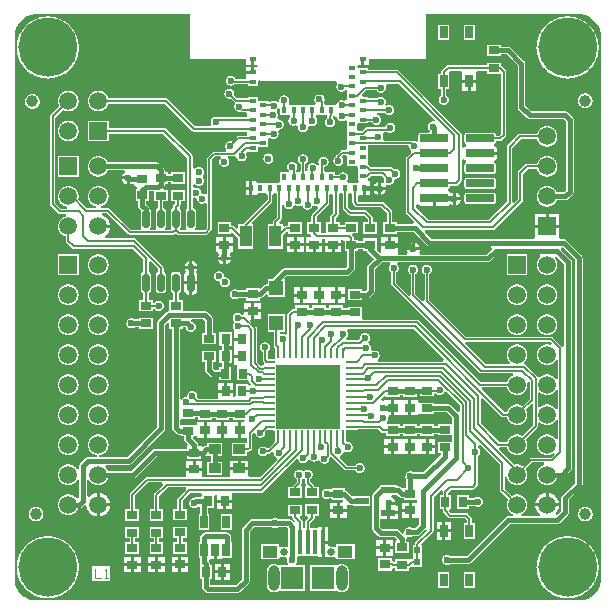
<source format=gtl>
G04*
G04 #@! TF.GenerationSoftware,Altium Limited,Altium Designer,18.1.7 (191)*
G04*
G04 Layer_Physical_Order=1*
G04 Layer_Color=255*
%FSLAX25Y25*%
%MOIN*%
G70*
G01*
G75*
%ADD10C,0.00787*%
%ADD12C,0.01575*%
%ADD15C,0.00500*%
%ADD16C,0.00394*%
%ADD18R,0.03150X0.03543*%
%ADD19R,0.02362X0.01575*%
%ADD20C,0.03937*%
%ADD21R,0.03543X0.03150*%
%ADD22R,0.02559X0.04134*%
%ADD23R,0.03543X0.02756*%
G04:AMPARAMS|DCode=24|XSize=94.49mil|YSize=29.13mil|CornerRadius=4.37mil|HoleSize=0mil|Usage=FLASHONLY|Rotation=180.000|XOffset=0mil|YOffset=0mil|HoleType=Round|Shape=RoundedRectangle|*
%AMROUNDEDRECTD24*
21,1,0.09449,0.02039,0,0,180.0*
21,1,0.08575,0.02913,0,0,180.0*
1,1,0.00874,-0.04287,0.01020*
1,1,0.00874,0.04287,0.01020*
1,1,0.00874,0.04287,-0.01020*
1,1,0.00874,-0.04287,-0.01020*
%
%ADD24ROUNDEDRECTD24*%
%ADD25R,0.03937X0.07087*%
%ADD26R,0.01968X0.02362*%
%ADD27R,0.04803X0.04921*%
%ADD28R,0.03189X0.00866*%
%ADD29R,0.00866X0.03189*%
%ADD30R,0.21260X0.21260*%
%ADD31R,0.04528X0.02362*%
%ADD32R,0.02756X0.03543*%
%ADD33R,0.01575X0.08268*%
%ADD34R,0.05118X0.03937*%
%ADD35R,0.07480X0.07480*%
%ADD36R,0.02559X0.04331*%
%ADD37R,0.03976X0.03189*%
G04:AMPARAMS|DCode=38|XSize=61.02mil|YSize=23.62mil|CornerRadius=5.91mil|HoleSize=0mil|Usage=FLASHONLY|Rotation=270.000|XOffset=0mil|YOffset=0mil|HoleType=Round|Shape=RoundedRectangle|*
%AMROUNDEDRECTD38*
21,1,0.06102,0.01181,0,0,270.0*
21,1,0.04921,0.02362,0,0,270.0*
1,1,0.01181,-0.00591,-0.02461*
1,1,0.01181,-0.00591,0.02461*
1,1,0.01181,0.00591,0.02461*
1,1,0.01181,0.00591,-0.02461*
%
%ADD38ROUNDEDRECTD38*%
%ADD39R,0.01575X0.02362*%
%ADD70C,0.00598*%
%ADD71C,0.00579*%
%ADD72C,0.05906*%
%ADD73R,0.05906X0.05906*%
%ADD74C,0.19685*%
%ADD75C,0.03150*%
%ADD76C,0.02559*%
%ADD77O,0.03740X0.08465*%
%ADD78C,0.02362*%
G36*
X189442Y196085D02*
X189906Y196039D01*
X190366Y195963D01*
X190820Y195858D01*
X191266Y195722D01*
X191703Y195558D01*
X192127Y195366D01*
X192538Y195146D01*
X192934Y194900D01*
X193313Y194628D01*
X193674Y194332D01*
X194014Y194014D01*
X194332Y193674D01*
X194628Y193313D01*
X194900Y192934D01*
X195146Y192538D01*
X195366Y192127D01*
X195558Y191703D01*
X195722Y191266D01*
X195858Y190820D01*
X195963Y190366D01*
X196039Y189906D01*
X196085Y189442D01*
X196099Y189003D01*
X196097Y188976D01*
Y7874D01*
X196099Y7847D01*
X196085Y7408D01*
X196039Y6944D01*
X195963Y6484D01*
X195858Y6030D01*
X195722Y5584D01*
X195558Y5148D01*
X195366Y4723D01*
X195146Y4312D01*
X194900Y3916D01*
X194628Y3537D01*
X194332Y3177D01*
X194014Y2837D01*
X193674Y2518D01*
X193313Y2222D01*
X192934Y1951D01*
X192538Y1705D01*
X192127Y1485D01*
X191703Y1292D01*
X191266Y1128D01*
X190820Y993D01*
X190366Y887D01*
X189906Y811D01*
X189442Y765D01*
X189003Y751D01*
X188976Y754D01*
X7874D01*
X7847Y751D01*
X7408Y765D01*
X6944Y811D01*
X6484Y887D01*
X6030Y993D01*
X5584Y1128D01*
X5148Y1292D01*
X4723Y1485D01*
X4312Y1705D01*
X3916Y1951D01*
X3537Y2222D01*
X3177Y2518D01*
X2837Y2837D01*
X2518Y3177D01*
X2222Y3537D01*
X1951Y3916D01*
X1705Y4312D01*
X1485Y4723D01*
X1292Y5148D01*
X1128Y5584D01*
X993Y6030D01*
X887Y6484D01*
X811Y6944D01*
X765Y7408D01*
X751Y7847D01*
X754Y7874D01*
Y188976D01*
X751Y189003D01*
X765Y189442D01*
X811Y189906D01*
X887Y190366D01*
X993Y190820D01*
X1128Y191266D01*
X1292Y191703D01*
X1485Y192127D01*
X1705Y192538D01*
X1951Y192934D01*
X2222Y193313D01*
X2518Y193674D01*
X2837Y194014D01*
X3177Y194332D01*
X3537Y194628D01*
X3916Y194900D01*
X4312Y195146D01*
X4723Y195366D01*
X5148Y195558D01*
X5584Y195722D01*
X6030Y195858D01*
X6484Y195963D01*
X6944Y196039D01*
X7408Y196085D01*
X7847Y196099D01*
X7874Y196097D01*
X59055D01*
Y181102D01*
X77937D01*
Y179315D01*
X79618D01*
Y181102D01*
X80618D01*
Y179315D01*
X81623D01*
X81837Y178945D01*
X81615Y178559D01*
X80618D01*
Y176771D01*
X80118D01*
Y176271D01*
X77937D01*
Y174984D01*
X77595Y174425D01*
X74463D01*
X74458Y174452D01*
X74387Y174661D01*
X74290Y174858D01*
X74167Y175041D01*
X74022Y175207D01*
X73856Y175352D01*
X73673Y175475D01*
X73475Y175572D01*
X73267Y175643D01*
X73050Y175686D01*
X72831Y175700D01*
X72611Y175686D01*
X72395Y175643D01*
X72186Y175572D01*
X71988Y175475D01*
X71805Y175352D01*
X71639Y175207D01*
X71494Y175041D01*
X71372Y174858D01*
X71274Y174661D01*
X71203Y174452D01*
X71160Y174236D01*
X71146Y174016D01*
X71160Y173796D01*
X71203Y173580D01*
X71274Y173371D01*
X71372Y173173D01*
X71494Y172990D01*
X71639Y172825D01*
X71805Y172679D01*
X71988Y172557D01*
X72186Y172459D01*
X72395Y172388D01*
X72611Y172345D01*
X72831Y172331D01*
X73050Y172345D01*
X73267Y172388D01*
X73475Y172459D01*
X73673Y172557D01*
X73856Y172679D01*
X74015Y172819D01*
X78437D01*
Y172335D01*
X81799D01*
Y173940D01*
X82453Y174544D01*
X82470Y174548D01*
X82677Y174374D01*
Y173721D01*
X107997D01*
X108058Y173656D01*
X108275Y173162D01*
X108304Y173020D01*
X108202Y172867D01*
X108105Y172669D01*
X108034Y172461D01*
X107991Y172245D01*
X107977Y172025D01*
X107991Y171805D01*
X108034Y171589D01*
X108105Y171380D01*
X108202Y171182D01*
X108325Y170999D01*
X108470Y170834D01*
X108636Y170688D01*
X108819Y170566D01*
X109017Y170468D01*
X109225Y170397D01*
X109441Y170354D01*
X109661Y170340D01*
X109881Y170354D01*
X110098Y170397D01*
X110306Y170468D01*
X110504Y170566D01*
X110687Y170688D01*
X110807Y170793D01*
X111508Y170760D01*
Y170185D01*
X111508Y170059D01*
Y167736D01*
X111351Y167493D01*
X110627Y167260D01*
X110430Y167357D01*
X110221Y167428D01*
X110005Y167471D01*
X109785Y167485D01*
X109565Y167471D01*
X109349Y167428D01*
X109140Y167357D01*
X108943Y167260D01*
X108759Y167137D01*
X108594Y166992D01*
X108449Y166826D01*
X108326Y166643D01*
X108229Y166445D01*
X108158Y166236D01*
X108149Y166190D01*
X107666Y165901D01*
X107488Y165854D01*
X105138D01*
X105012Y165854D01*
X104437D01*
X103953Y166407D01*
Y166929D01*
X103937Y167086D01*
X103931Y167107D01*
X103990Y167280D01*
X104033Y167497D01*
X104047Y167717D01*
X104033Y167936D01*
X103990Y168153D01*
X103919Y168361D01*
X103821Y168559D01*
X103699Y168742D01*
X103553Y168908D01*
X103388Y169053D01*
X103205Y169176D01*
X103007Y169273D01*
X102798Y169344D01*
X102582Y169387D01*
X102362Y169401D01*
X102142Y169387D01*
X101926Y169344D01*
X101717Y169273D01*
X101520Y169176D01*
X101337Y169053D01*
X101171Y168908D01*
X101026Y168742D01*
X100903Y168559D01*
X100806Y168361D01*
X100735Y168153D01*
X100692Y167936D01*
X100678Y167717D01*
X100692Y167497D01*
X100735Y167280D01*
X100806Y167072D01*
X100903Y166874D01*
X101026Y166691D01*
X101145Y166555D01*
X101132Y166437D01*
X100873Y165854D01*
X98839D01*
X98713Y165854D01*
X98138D01*
X98012Y165854D01*
X95689D01*
X95563Y165854D01*
X94988D01*
X94862Y165854D01*
X92539D01*
X92114Y166249D01*
X92034Y166524D01*
X92131Y166721D01*
X92202Y166930D01*
X92245Y167146D01*
X92260Y167366D01*
X92245Y167586D01*
X92202Y167802D01*
X92131Y168010D01*
X92034Y168208D01*
X91911Y168391D01*
X91766Y168557D01*
X91600Y168702D01*
X91417Y168825D01*
X91220Y168922D01*
X91011Y168993D01*
X90795Y169036D01*
X90575Y169051D01*
X90355Y169036D01*
X90139Y168993D01*
X89930Y168922D01*
X89732Y168825D01*
X89549Y168702D01*
X89384Y168557D01*
X89238Y168391D01*
X89116Y168208D01*
X89018Y168010D01*
X88947Y167802D01*
X88905Y167586D01*
X88890Y167366D01*
X88897Y167267D01*
X88559Y167021D01*
X88230Y166946D01*
X88132Y167032D01*
X87949Y167155D01*
X87751Y167252D01*
X87542Y167323D01*
X87326Y167366D01*
X87106Y167380D01*
X86886Y167366D01*
X86670Y167323D01*
X86462Y167252D01*
X86264Y167155D01*
X86081Y167032D01*
X86043Y166999D01*
X85343Y167035D01*
X85343Y167035D01*
X85343Y167035D01*
X81980Y167035D01*
X81799Y167661D01*
Y168610D01*
X78437D01*
Y168126D01*
X76528D01*
X76411Y168137D01*
X75011D01*
X73943Y169205D01*
X73957Y169246D01*
X74000Y169463D01*
X74014Y169683D01*
X74000Y169902D01*
X73957Y170119D01*
X73886Y170327D01*
X73789Y170525D01*
X73666Y170708D01*
X73521Y170874D01*
X73355Y171019D01*
X73172Y171142D01*
X72974Y171239D01*
X72766Y171310D01*
X72549Y171353D01*
X72330Y171367D01*
X72110Y171353D01*
X71894Y171310D01*
X71685Y171239D01*
X71487Y171142D01*
X71304Y171019D01*
X71138Y170874D01*
X70993Y170708D01*
X70871Y170525D01*
X70773Y170327D01*
X70702Y170119D01*
X70659Y169902D01*
X70645Y169683D01*
X70659Y169463D01*
X70702Y169246D01*
X70773Y169038D01*
X70871Y168840D01*
X70993Y168657D01*
X71138Y168491D01*
X71304Y168346D01*
X71487Y168224D01*
X71685Y168126D01*
X71894Y168055D01*
X72110Y168012D01*
X72330Y167998D01*
X72549Y168012D01*
X72766Y168055D01*
X72807Y168069D01*
X73893Y166983D01*
X74121Y166755D01*
X74208Y166510D01*
X74131Y166196D01*
X74034Y165999D01*
X73963Y165790D01*
X73920Y165574D01*
X73906Y165354D01*
X73920Y165134D01*
X73963Y164918D01*
X74034Y164709D01*
X74131Y164512D01*
X74254Y164328D01*
X74399Y164163D01*
X74565Y164017D01*
X74748Y163895D01*
X74946Y163797D01*
X75154Y163727D01*
X75371Y163684D01*
X75590Y163669D01*
X75749Y163680D01*
X75810Y163605D01*
X75932Y163505D01*
X76071Y163431D01*
X76221Y163385D01*
X76378Y163370D01*
X77885D01*
X78358Y162955D01*
X78328Y162239D01*
X77846Y161920D01*
X68244D01*
X68153Y161951D01*
X67936Y161994D01*
X67716Y162008D01*
X67497Y161994D01*
X67281Y161951D01*
X67072Y161880D01*
X66874Y161783D01*
X66691Y161660D01*
X66525Y161515D01*
X66380Y161349D01*
X66258Y161166D01*
X66160Y160968D01*
X66089Y160760D01*
X66046Y160544D01*
X66032Y160324D01*
X66046Y160104D01*
X66089Y159888D01*
X66160Y159679D01*
X66258Y159481D01*
X66264Y159471D01*
X66072Y158951D01*
X65911Y158770D01*
X60930D01*
X51828Y167873D01*
X51721Y167964D01*
X51601Y168037D01*
X51471Y168091D01*
X51335Y168124D01*
X51194Y168135D01*
X31960D01*
X31870Y168421D01*
X31754Y168699D01*
X31615Y168967D01*
X31453Y169221D01*
X31269Y169460D01*
X31066Y169683D01*
X30843Y169886D01*
X30604Y170070D01*
X30350Y170232D01*
X30083Y170371D01*
X29804Y170486D01*
X29517Y170577D01*
X29222Y170642D01*
X28923Y170682D01*
X28622Y170695D01*
X28321Y170682D01*
X28022Y170642D01*
X27728Y170577D01*
X27440Y170486D01*
X27161Y170371D01*
X26894Y170232D01*
X26640Y170070D01*
X26401Y169886D01*
X26178Y169683D01*
X25975Y169460D01*
X25791Y169221D01*
X25629Y168967D01*
X25490Y168699D01*
X25374Y168421D01*
X25284Y168133D01*
X25218Y167839D01*
X25179Y167540D01*
X25166Y167239D01*
X25179Y166937D01*
X25218Y166639D01*
X25284Y166344D01*
X25374Y166057D01*
X25490Y165778D01*
X25629Y165511D01*
X25791Y165256D01*
X25975Y165017D01*
X26178Y164795D01*
X26401Y164591D01*
X26640Y164408D01*
X26894Y164246D01*
X27161Y164107D01*
X27440Y163991D01*
X27728Y163900D01*
X28022Y163835D01*
X28321Y163796D01*
X28622Y163783D01*
X28923Y163796D01*
X29222Y163835D01*
X29517Y163900D01*
X29804Y163991D01*
X30083Y164107D01*
X30350Y164246D01*
X30604Y164408D01*
X30843Y164591D01*
X31066Y164795D01*
X31269Y165017D01*
X31453Y165256D01*
X31615Y165511D01*
X31754Y165778D01*
X31870Y166057D01*
X31960Y166342D01*
X50823D01*
X59925Y157240D01*
X60032Y157149D01*
X60152Y157075D01*
X60282Y157021D01*
X60419Y156988D01*
X60559Y156977D01*
X78046D01*
X78356Y156668D01*
X78339Y155926D01*
X77885Y155527D01*
X75306D01*
X75149Y155512D01*
X74999Y155466D01*
X74860Y155392D01*
X74738Y155292D01*
X73134Y153688D01*
X73092Y153702D01*
X72876Y153745D01*
X72656Y153759D01*
X72436Y153745D01*
X72220Y153702D01*
X72012Y153631D01*
X71814Y153533D01*
X71631Y153411D01*
X71465Y153266D01*
X71320Y153100D01*
X71197Y152917D01*
X71100Y152719D01*
X71029Y152510D01*
X70986Y152294D01*
X70972Y152074D01*
X70986Y151855D01*
X71029Y151638D01*
X71100Y151430D01*
X71197Y151232D01*
X71320Y151049D01*
X71327Y151041D01*
X71154Y150503D01*
X71021Y150340D01*
X67286D01*
X67139Y150326D01*
X66997Y150283D01*
X66867Y150213D01*
X66753Y150119D01*
X65128Y148495D01*
X65035Y148381D01*
X64965Y148250D01*
X64922Y148109D01*
X64908Y147962D01*
Y136384D01*
X64539Y136139D01*
X64207Y136046D01*
X64120Y136105D01*
X63922Y136202D01*
X63713Y136273D01*
X63497Y136316D01*
X63229Y136378D01*
X62988Y136619D01*
X62902Y137000D01*
X62881Y137106D01*
X62810Y137314D01*
X62712Y137512D01*
X62590Y137695D01*
X62445Y137861D01*
X62279Y138006D01*
X62096Y138129D01*
X61898Y138226D01*
X61689Y138297D01*
X61473Y138340D01*
X61253Y138354D01*
X61033Y138340D01*
X60817Y138297D01*
X60776Y138283D01*
X60311Y138506D01*
X60232Y138580D01*
X60249Y139339D01*
X60840Y139628D01*
X60986Y139462D01*
X61151Y139317D01*
X61335Y139195D01*
X61532Y139097D01*
X61741Y139026D01*
X61957Y138983D01*
X62177Y138969D01*
X62397Y138983D01*
X62613Y139026D01*
X62822Y139097D01*
X63020Y139195D01*
X63203Y139317D01*
X63368Y139462D01*
X63514Y139628D01*
X63636Y139811D01*
X63734Y140009D01*
X63804Y140217D01*
X63847Y140434D01*
X63862Y140654D01*
X63847Y140874D01*
X63804Y141090D01*
X63734Y141298D01*
X63636Y141496D01*
X63514Y141679D01*
X63368Y141913D01*
Y142256D01*
X63514Y142490D01*
X63636Y142673D01*
X63734Y142871D01*
X63804Y143080D01*
X63847Y143296D01*
X63862Y143516D01*
X63847Y143736D01*
X63804Y143952D01*
X63734Y144160D01*
X63636Y144358D01*
X63514Y144541D01*
X63368Y144707D01*
X63203Y144852D01*
X63020Y144975D01*
X62822Y145072D01*
X62613Y145143D01*
X62397Y145186D01*
X62177Y145201D01*
X61957Y145186D01*
X61741Y145143D01*
X61532Y145072D01*
X61335Y144975D01*
X61151Y144852D01*
X60986Y144707D01*
X60840Y144541D01*
X60205Y144852D01*
X60075Y144960D01*
Y148732D01*
X60064Y148873D01*
X60031Y149009D01*
X59977Y149139D01*
X59904Y149259D01*
X59812Y149366D01*
X51306Y157873D01*
X51199Y157964D01*
X51079Y158037D01*
X50949Y158091D01*
X50812Y158124D01*
X50672Y158135D01*
X32075D01*
Y160691D01*
X25169D01*
Y153786D01*
X32075D01*
Y156342D01*
X50301D01*
X58282Y148361D01*
Y131339D01*
X58215Y131298D01*
X58085Y131187D01*
X57973Y131056D01*
X57884Y130910D01*
X57818Y130751D01*
X57778Y130585D01*
X57764Y130413D01*
Y125492D01*
X57778Y125321D01*
X57818Y125154D01*
X57884Y124996D01*
X57973Y124849D01*
X58016Y124799D01*
X57953Y124488D01*
X57732Y124099D01*
X56166D01*
X55944Y124488D01*
X55882Y124799D01*
X55924Y124849D01*
X56014Y124996D01*
X56080Y125154D01*
X56120Y125321D01*
X56133Y125492D01*
Y130413D01*
X56120Y130585D01*
X56080Y130751D01*
X56014Y130910D01*
X55924Y131056D01*
X55813Y131187D01*
X55741Y131807D01*
X55756Y131940D01*
X55795Y132039D01*
X55808Y132052D01*
X55900Y132159D01*
X55973Y132279D01*
X56027Y132409D01*
X56060Y132545D01*
X56071Y132686D01*
Y133752D01*
X57446D01*
Y137508D01*
X52903D01*
Y133752D01*
X54264D01*
X54272Y133051D01*
X53815Y132594D01*
X53724Y132487D01*
X53650Y132367D01*
X53596Y132237D01*
X53563Y132100D01*
X53552Y131960D01*
Y131462D01*
X53520Y131454D01*
X53362Y131388D01*
X53215Y131298D01*
X53085Y131187D01*
X52973Y131056D01*
X52884Y130910D01*
X52818Y130751D01*
X52778Y130585D01*
X52764Y130413D01*
Y125492D01*
X52778Y125321D01*
X52818Y125154D01*
X52884Y124996D01*
X52973Y124849D01*
X52991Y124828D01*
X52891Y124423D01*
X52698Y124128D01*
X51200D01*
X51006Y124423D01*
X50907Y124828D01*
X50924Y124849D01*
X51014Y124996D01*
X51080Y125154D01*
X51120Y125321D01*
X51133Y125492D01*
Y130413D01*
X51120Y130585D01*
X51080Y130751D01*
X51014Y130910D01*
X50924Y131056D01*
X50813Y131187D01*
X50682Y131298D01*
X50536Y131388D01*
X50377Y131454D01*
X50345Y131462D01*
Y133752D01*
X51720D01*
Y137508D01*
X50467D01*
X50177Y138209D01*
X50361Y138393D01*
X50472Y138520D01*
X50566Y138660D01*
X50641Y138811D01*
X50695Y138971D01*
X50728Y139137D01*
X50739Y139305D01*
Y139657D01*
X51720D01*
Y140245D01*
X52903D01*
Y139657D01*
X57446D01*
Y143413D01*
X52903D01*
Y142826D01*
X51720D01*
Y143413D01*
X50739D01*
Y144114D01*
X50728Y144282D01*
X50695Y144448D01*
X50641Y144608D01*
X50566Y144759D01*
X50472Y144899D01*
X50361Y145026D01*
X49025Y146363D01*
X48898Y146474D01*
X48758Y146568D01*
X48606Y146642D01*
X48447Y146696D01*
X48281Y146729D01*
X48113Y146740D01*
X31825D01*
X31754Y146911D01*
X31615Y147178D01*
X31453Y147433D01*
X31269Y147672D01*
X31066Y147894D01*
X30844Y148098D01*
X30604Y148281D01*
X30350Y148443D01*
X30083Y148583D01*
X29804Y148698D01*
X29517Y148789D01*
X29222Y148854D01*
X28923Y148893D01*
X28622Y148906D01*
X28321Y148893D01*
X28022Y148854D01*
X27728Y148789D01*
X27440Y148698D01*
X27161Y148583D01*
X26894Y148443D01*
X26640Y148281D01*
X26401Y148098D01*
X26178Y147894D01*
X25975Y147672D01*
X25791Y147433D01*
X25629Y147178D01*
X25490Y146911D01*
X25374Y146632D01*
X25284Y146345D01*
X25218Y146051D01*
X25179Y145752D01*
X25166Y145450D01*
X25179Y145149D01*
X25218Y144850D01*
X25284Y144556D01*
X25374Y144268D01*
X25490Y143990D01*
X25629Y143722D01*
X25791Y143468D01*
X25975Y143229D01*
X26178Y143007D01*
X26401Y142803D01*
X26640Y142619D01*
X26894Y142457D01*
X27161Y142318D01*
X27440Y142203D01*
X27728Y142112D01*
X28022Y142047D01*
X28321Y142007D01*
X28622Y141994D01*
X28923Y142007D01*
X29222Y142047D01*
X29517Y142112D01*
X29804Y142203D01*
X30083Y142318D01*
X30350Y142457D01*
X30604Y142619D01*
X30844Y142803D01*
X31066Y143007D01*
X31269Y143229D01*
X31453Y143468D01*
X31615Y143722D01*
X31754Y143990D01*
X31825Y144160D01*
X37154D01*
X37212Y144071D01*
X37420Y143385D01*
X37221Y143243D01*
X37038Y143080D01*
X36875Y142897D01*
X36733Y142698D01*
X36615Y142483D01*
X36521Y142257D01*
X36457Y142035D01*
X38583D01*
Y141535D01*
X39083D01*
Y139410D01*
X39304Y139473D01*
X39531Y139567D01*
X39745Y139686D01*
X39835Y139749D01*
X40209Y139643D01*
X40535Y139416D01*
Y138764D01*
X41293D01*
X41433Y138646D01*
X41674Y138063D01*
X41517Y137902D01*
X41035D01*
Y133752D01*
X41925D01*
Y132283D01*
X41936Y132115D01*
X41969Y131949D01*
X42023Y131790D01*
X42098Y131638D01*
X42192Y131498D01*
X42303Y131371D01*
X42849Y130826D01*
X42818Y130751D01*
X42778Y130585D01*
X42764Y130413D01*
Y125492D01*
X42778Y125321D01*
X42818Y125154D01*
X42884Y124996D01*
X42973Y124849D01*
X42991Y124828D01*
X42891Y124423D01*
X42698Y124128D01*
X39538D01*
X32488Y131178D01*
X32374Y131272D01*
X32244Y131341D01*
X32102Y131384D01*
X31955Y131399D01*
X29537D01*
X29460Y132099D01*
X29517Y132112D01*
X29804Y132203D01*
X30083Y132318D01*
X30350Y132457D01*
X30604Y132619D01*
X30844Y132803D01*
X31066Y133007D01*
X31269Y133229D01*
X31453Y133468D01*
X31615Y133722D01*
X31754Y133990D01*
X31870Y134268D01*
X31960Y134556D01*
X32026Y134850D01*
X32065Y135149D01*
X32078Y135450D01*
X32065Y135751D01*
X32026Y136050D01*
X31960Y136345D01*
X31870Y136632D01*
X31754Y136911D01*
X31615Y137178D01*
X31453Y137433D01*
X31269Y137672D01*
X31066Y137894D01*
X30844Y138098D01*
X30604Y138281D01*
X30350Y138443D01*
X30083Y138583D01*
X29804Y138698D01*
X29517Y138789D01*
X29222Y138854D01*
X28923Y138893D01*
X28622Y138906D01*
X28321Y138893D01*
X28022Y138854D01*
X27728Y138789D01*
X27440Y138698D01*
X27161Y138583D01*
X26894Y138443D01*
X26640Y138281D01*
X26401Y138098D01*
X26178Y137894D01*
X25975Y137672D01*
X25791Y137433D01*
X25629Y137178D01*
X25490Y136911D01*
X25374Y136632D01*
X25284Y136345D01*
X25218Y136050D01*
X25179Y135751D01*
X25166Y135450D01*
X25179Y135149D01*
X25218Y134850D01*
X25284Y134556D01*
X25374Y134268D01*
X25490Y133990D01*
X25629Y133722D01*
X25791Y133468D01*
X25975Y133229D01*
X26178Y133007D01*
X26401Y132803D01*
X26640Y132619D01*
X26894Y132457D01*
X27161Y132318D01*
X27440Y132203D01*
X27728Y132112D01*
X27784Y132099D01*
X27708Y131399D01*
X24833D01*
X21892Y134339D01*
X21960Y134556D01*
X22026Y134850D01*
X22065Y135149D01*
X22078Y135450D01*
X22065Y135751D01*
X22026Y136050D01*
X21960Y136345D01*
X21870Y136632D01*
X21754Y136911D01*
X21615Y137178D01*
X21453Y137433D01*
X21270Y137672D01*
X21066Y137894D01*
X20844Y138098D01*
X20604Y138281D01*
X20350Y138443D01*
X20083Y138583D01*
X19804Y138698D01*
X19517Y138789D01*
X19222Y138854D01*
X18923Y138893D01*
X18622Y138906D01*
X18321Y138893D01*
X18022Y138854D01*
X17728Y138789D01*
X17440Y138698D01*
X17162Y138583D01*
X16894Y138443D01*
X16640Y138281D01*
X16401Y138098D01*
X16178Y137894D01*
X15975Y137672D01*
X15791Y137433D01*
X15629Y137178D01*
X15490Y136911D01*
X15374Y136632D01*
X15284Y136345D01*
X15218Y136050D01*
X15179Y135751D01*
X15166Y135450D01*
X15179Y135149D01*
X15218Y134850D01*
X15284Y134556D01*
X15374Y134268D01*
X15490Y133990D01*
X15629Y133722D01*
X15791Y133468D01*
X15975Y133229D01*
X16178Y133007D01*
X16401Y132803D01*
X16640Y132619D01*
X16894Y132457D01*
X17162Y132318D01*
X17440Y132203D01*
X17728Y132112D01*
X18022Y132047D01*
X18321Y132007D01*
X18285Y131310D01*
X16183D01*
X14326Y133167D01*
Y161675D01*
X16896Y164245D01*
X17161Y164107D01*
X17440Y163991D01*
X17728Y163900D01*
X18022Y163835D01*
X18321Y163796D01*
X18622Y163783D01*
X18923Y163796D01*
X19222Y163835D01*
X19516Y163900D01*
X19804Y163991D01*
X20083Y164107D01*
X20350Y164246D01*
X20604Y164408D01*
X20843Y164591D01*
X21066Y164795D01*
X21270Y165017D01*
X21453Y165256D01*
X21615Y165511D01*
X21754Y165778D01*
X21870Y166057D01*
X21960Y166344D01*
X22026Y166639D01*
X22065Y166937D01*
X22078Y167239D01*
X22065Y167540D01*
X22026Y167839D01*
X21960Y168133D01*
X21870Y168421D01*
X21754Y168699D01*
X21615Y168967D01*
X21453Y169221D01*
X21270Y169460D01*
X21066Y169683D01*
X20843Y169886D01*
X20604Y170070D01*
X20350Y170232D01*
X20083Y170371D01*
X19804Y170486D01*
X19516Y170577D01*
X19222Y170642D01*
X18923Y170682D01*
X18622Y170695D01*
X18321Y170682D01*
X18022Y170642D01*
X17728Y170577D01*
X17440Y170486D01*
X17161Y170371D01*
X16894Y170232D01*
X16640Y170070D01*
X16400Y169886D01*
X16178Y169683D01*
X15975Y169460D01*
X15791Y169221D01*
X15629Y168967D01*
X15490Y168699D01*
X15374Y168421D01*
X15284Y168133D01*
X15218Y167839D01*
X15179Y167540D01*
X15166Y167239D01*
X15179Y166937D01*
X15218Y166639D01*
X15284Y166344D01*
X15374Y166057D01*
X15490Y165778D01*
X15628Y165513D01*
X12796Y162680D01*
X12704Y162573D01*
X12631Y162453D01*
X12577Y162323D01*
X12544Y162186D01*
X12533Y162046D01*
Y132796D01*
X12544Y132656D01*
X12577Y132519D01*
X12631Y132389D01*
X12704Y132269D01*
X12796Y132162D01*
X15178Y129780D01*
X15285Y129688D01*
X15405Y129615D01*
X15535Y129561D01*
X15672Y129528D01*
X15812Y129517D01*
X17775D01*
X17852Y128816D01*
X17728Y128789D01*
X17440Y128698D01*
X17162Y128583D01*
X16894Y128443D01*
X16640Y128281D01*
X16401Y128098D01*
X16178Y127894D01*
X15975Y127672D01*
X15791Y127433D01*
X15629Y127178D01*
X15490Y126911D01*
X15374Y126632D01*
X15284Y126345D01*
X15218Y126050D01*
X15179Y125751D01*
X15166Y125450D01*
X15179Y125149D01*
X15218Y124850D01*
X15284Y124556D01*
X15374Y124268D01*
X15490Y123990D01*
X15629Y123722D01*
X15791Y123468D01*
X15975Y123229D01*
X16178Y123006D01*
X16401Y122803D01*
X16640Y122619D01*
X16894Y122457D01*
X17162Y122318D01*
X17440Y122203D01*
X17726Y122113D01*
Y120571D01*
X17737Y120431D01*
X17770Y120294D01*
X17823Y120164D01*
X17897Y120044D01*
X17988Y119937D01*
X19768Y118157D01*
X19875Y118066D01*
X19995Y117993D01*
X20125Y117939D01*
X20261Y117906D01*
X20402Y117895D01*
X40053D01*
X43592Y114356D01*
Y110202D01*
X43560Y110194D01*
X43401Y110128D01*
X43255Y110039D01*
X43124Y109927D01*
X43013Y109797D01*
X42923Y109650D01*
X42857Y109492D01*
X42817Y109325D01*
X42804Y109153D01*
Y104232D01*
X42817Y104061D01*
X42857Y103894D01*
X42923Y103736D01*
X43013Y103589D01*
X43124Y103459D01*
X43255Y103347D01*
X43401Y103258D01*
X43560Y103192D01*
X43592Y103184D01*
Y100894D01*
X42217D01*
Y97138D01*
X46760D01*
Y97739D01*
X46856Y97793D01*
X47461Y97923D01*
X47482Y97891D01*
X47628Y97725D01*
X47793Y97580D01*
X47976Y97457D01*
X48174Y97360D01*
X48383Y97289D01*
X48599Y97246D01*
X48819Y97232D01*
X49039Y97246D01*
X49255Y97289D01*
X49464Y97360D01*
X49661Y97457D01*
X49845Y97580D01*
X50010Y97725D01*
X50156Y97891D01*
X50278Y98074D01*
X50375Y98272D01*
X50446Y98480D01*
X50489Y98697D01*
X50504Y98916D01*
X50489Y99136D01*
X50446Y99352D01*
X50375Y99561D01*
X50278Y99759D01*
X50156Y99942D01*
X50010Y100108D01*
X49845Y100253D01*
X49661Y100375D01*
X49464Y100473D01*
X49255Y100544D01*
X49039Y100587D01*
X48819Y100601D01*
X48599Y100587D01*
X48383Y100544D01*
X48174Y100473D01*
X47976Y100375D01*
X47793Y100253D01*
X47628Y100108D01*
X47482Y99942D01*
X47462Y99912D01*
X46760D01*
Y100894D01*
X45385D01*
Y103184D01*
X45417Y103192D01*
X45575Y103258D01*
X45722Y103347D01*
X45852Y103459D01*
X45964Y103589D01*
X46053Y103736D01*
X46119Y103894D01*
X46159Y104061D01*
X46173Y104232D01*
Y109153D01*
X46159Y109325D01*
X46119Y109492D01*
X46053Y109650D01*
X45964Y109797D01*
X45852Y109927D01*
X45722Y110039D01*
X45575Y110128D01*
X45417Y110194D01*
X45385Y110202D01*
Y113468D01*
X46032Y113736D01*
X48592Y111177D01*
Y110202D01*
X48560Y110194D01*
X48401Y110128D01*
X48255Y110039D01*
X48124Y109927D01*
X48013Y109797D01*
X47923Y109650D01*
X47857Y109492D01*
X47817Y109325D01*
X47804Y109153D01*
Y104232D01*
X47817Y104061D01*
X47857Y103894D01*
X47923Y103736D01*
X48013Y103589D01*
X48124Y103459D01*
X48255Y103347D01*
X48401Y103258D01*
X48560Y103192D01*
X48726Y103152D01*
X48898Y103138D01*
X50079D01*
X50250Y103152D01*
X50417Y103192D01*
X50575Y103258D01*
X50722Y103347D01*
X50852Y103459D01*
X50964Y103589D01*
X51053Y103736D01*
X51119Y103894D01*
X51159Y104061D01*
X51173Y104232D01*
Y109153D01*
X51159Y109325D01*
X51119Y109492D01*
X51053Y109650D01*
X50964Y109797D01*
X50852Y109927D01*
X50722Y110039D01*
X50575Y110128D01*
X50417Y110194D01*
X50385Y110202D01*
Y111548D01*
X50374Y111688D01*
X50341Y111825D01*
X50287Y111955D01*
X50213Y112075D01*
X50122Y112182D01*
X41099Y121205D01*
X40992Y121296D01*
X40872Y121370D01*
X40742Y121423D01*
X40605Y121456D01*
X40465Y121467D01*
X31031D01*
X30827Y122168D01*
X30891Y122209D01*
X31165Y122420D01*
X31420Y122653D01*
X31653Y122907D01*
X31863Y123181D01*
X32048Y123472D01*
X32208Y123778D01*
X32340Y124097D01*
X32444Y124426D01*
X32519Y124763D01*
X32543Y124950D01*
X28622D01*
Y125950D01*
X32543D01*
X32519Y126137D01*
X32444Y126474D01*
X32340Y126804D01*
X32208Y127122D01*
X32048Y127429D01*
X31863Y127720D01*
X31653Y127994D01*
X31420Y128248D01*
X31165Y128481D01*
X30891Y128691D01*
X30600Y128877D01*
X30294Y129036D01*
X29975Y129168D01*
X29904Y129191D01*
X30012Y129891D01*
X31643D01*
X38693Y122841D01*
X38693Y122841D01*
X38808Y122747D01*
X38938Y122678D01*
X39079Y122635D01*
X39226Y122620D01*
X53543D01*
X53690Y122635D01*
X53832Y122678D01*
X53962Y122747D01*
X54076Y122841D01*
X54449Y123214D01*
X54850Y122812D01*
X54965Y122718D01*
X55095Y122649D01*
X55236Y122606D01*
X55383Y122591D01*
X55383Y122591D01*
X64444D01*
X64591Y122606D01*
X64732Y122649D01*
X64863Y122718D01*
X64977Y122812D01*
X66194Y124030D01*
X66288Y124144D01*
X66358Y124274D01*
X66400Y124415D01*
X66415Y124563D01*
X66415Y124563D01*
Y147650D01*
X67598Y148833D01*
X69161D01*
X69255Y148700D01*
X69409Y148132D01*
X69395Y148120D01*
X69250Y147954D01*
X69128Y147771D01*
X69030Y147573D01*
X68959Y147365D01*
X68916Y147149D01*
X68902Y146929D01*
X68916Y146709D01*
X68959Y146493D01*
X69030Y146284D01*
X69128Y146086D01*
X69250Y145903D01*
X69395Y145737D01*
X69561Y145592D01*
X69744Y145470D01*
X69942Y145372D01*
X70151Y145301D01*
X70367Y145258D01*
X70587Y145244D01*
X70806Y145258D01*
X71022Y145301D01*
X71231Y145372D01*
X71429Y145470D01*
X71612Y145592D01*
X71778Y145737D01*
X71923Y145903D01*
X72045Y146086D01*
X72143Y146284D01*
X72214Y146493D01*
X72257Y146709D01*
X72271Y146929D01*
X72257Y147149D01*
X72214Y147365D01*
X72143Y147573D01*
X72045Y147771D01*
X71923Y147954D01*
X71778Y148120D01*
X71764Y148132D01*
X71918Y148700D01*
X72012Y148833D01*
X73978D01*
X73997Y148835D01*
X74077Y148824D01*
X74318Y148713D01*
X74595Y148520D01*
X74740Y148357D01*
X74751Y148303D01*
X74822Y148094D01*
X74919Y147897D01*
X75041Y147713D01*
X75187Y147548D01*
X75352Y147403D01*
X75536Y147280D01*
X75733Y147183D01*
X75942Y147112D01*
X76158Y147069D01*
X76378Y147054D01*
X76598Y147069D01*
X76814Y147112D01*
X77023Y147183D01*
X77220Y147280D01*
X77403Y147403D01*
X77569Y147548D01*
X77715Y147713D01*
X77837Y147897D01*
X77934Y148094D01*
X78005Y148303D01*
X78048Y148519D01*
X78063Y148739D01*
X78048Y148959D01*
X78005Y149175D01*
X77934Y149384D01*
X77837Y149582D01*
X77751Y149710D01*
X77804Y149889D01*
X78135Y150348D01*
X78437Y150287D01*
Y150287D01*
X81799D01*
Y151236D01*
X81980Y151862D01*
X85343D01*
Y154311D01*
X85628Y154734D01*
X85757Y154848D01*
X86043Y154901D01*
X86212Y154789D01*
X86409Y154691D01*
X86618Y154620D01*
X86834Y154577D01*
X87054Y154563D01*
X87274Y154577D01*
X87490Y154620D01*
X87699Y154691D01*
X87896Y154789D01*
X88079Y154911D01*
X88245Y155056D01*
X88390Y155222D01*
X88513Y155405D01*
X88610Y155603D01*
X88681Y155812D01*
X88724Y156028D01*
X88739Y156248D01*
X88724Y156467D01*
X88681Y156684D01*
X88610Y156892D01*
X88569Y156976D01*
X88649Y157274D01*
X88948Y157679D01*
X88975Y157681D01*
X89191Y157724D01*
X89399Y157795D01*
X89597Y157892D01*
X89780Y158015D01*
X89946Y158160D01*
X90091Y158326D01*
X90214Y158509D01*
X90311Y158706D01*
X90382Y158915D01*
X90425Y159131D01*
X90439Y159351D01*
X90425Y159571D01*
X90382Y159787D01*
X90311Y159996D01*
X90214Y160194D01*
X90091Y160377D01*
X89946Y160543D01*
X89780Y160688D01*
X89597Y160810D01*
X89399Y160908D01*
X89191Y160978D01*
X88975Y161021D01*
X88755Y161036D01*
X88699Y161032D01*
X88390Y161428D01*
X88297Y161689D01*
X88362Y161819D01*
X88433Y162028D01*
X88476Y162244D01*
X88490Y162464D01*
X88476Y162684D01*
X88433Y162900D01*
X88362Y163109D01*
X88264Y163306D01*
X88142Y163490D01*
X88105Y163532D01*
X88057Y163747D01*
X88075Y164063D01*
X88119Y164292D01*
X88186Y164406D01*
X88298Y164504D01*
X88443Y164670D01*
X88565Y164853D01*
X89264Y164685D01*
Y162492D01*
X91713D01*
X91839Y162492D01*
X92413D01*
X92488Y161959D01*
X92501Y161791D01*
X92364Y161636D01*
X92242Y161452D01*
X92144Y161255D01*
X92074Y161046D01*
X92031Y160830D01*
X92016Y160610D01*
X92031Y160390D01*
X92074Y160174D01*
X92144Y159966D01*
X92242Y159768D01*
X92364Y159585D01*
X92510Y159419D01*
X92675Y159274D01*
X92858Y159151D01*
X93056Y159054D01*
X93265Y158983D01*
X93481Y158940D01*
X93701Y158925D01*
X93921Y158940D01*
X94137Y158983D01*
X94345Y159054D01*
X94543Y159151D01*
X94595Y159186D01*
X95011Y158968D01*
X95204Y158760D01*
X95180Y158641D01*
X95166Y158421D01*
X95180Y158201D01*
X95223Y157985D01*
X95294Y157776D01*
X95391Y157578D01*
X95514Y157395D01*
X95659Y157229D01*
X95825Y157084D01*
X96008Y156962D01*
X96206Y156864D01*
X96414Y156793D01*
X96631Y156751D01*
X96850Y156736D01*
X97070Y156751D01*
X97286Y156793D01*
X97495Y156864D01*
X97693Y156962D01*
X97876Y157084D01*
X98042Y157229D01*
X98187Y157395D01*
X98309Y157578D01*
X98407Y157776D01*
X98478Y157985D01*
X98521Y158201D01*
X98535Y158421D01*
X98521Y158641D01*
X98513Y158679D01*
X98704Y158897D01*
X98834Y158987D01*
X99136Y159098D01*
X99158Y159083D01*
X99355Y158986D01*
X99564Y158915D01*
X99780Y158872D01*
X100000Y158858D01*
X100220Y158872D01*
X100436Y158915D01*
X100645Y158986D01*
X100842Y159083D01*
X101026Y159206D01*
X101191Y159351D01*
X101337Y159517D01*
X101459Y159700D01*
X101557Y159898D01*
X101627Y160106D01*
X101670Y160323D01*
X101685Y160543D01*
X101670Y160762D01*
X101627Y160978D01*
X101557Y161187D01*
X101459Y161385D01*
X101337Y161568D01*
X101191Y161734D01*
X101126Y161791D01*
X101204Y162296D01*
X101287Y162492D01*
X101862D01*
X101988Y162492D01*
X104311D01*
X104437Y162492D01*
X104764D01*
X105021Y161795D01*
Y161576D01*
X104982Y161556D01*
X104799Y161434D01*
X104633Y161289D01*
X104488Y161123D01*
X104366Y160940D01*
X104268Y160742D01*
X104197Y160533D01*
X104154Y160317D01*
X104140Y160097D01*
X104154Y159878D01*
X104197Y159661D01*
X104268Y159453D01*
X104366Y159255D01*
X104488Y159072D01*
X104633Y158906D01*
X104799Y158761D01*
X104982Y158638D01*
X105180Y158541D01*
X105388Y158470D01*
X105605Y158427D01*
X105824Y158413D01*
X106044Y158427D01*
X106261Y158470D01*
X106469Y158541D01*
X106667Y158638D01*
X106850Y158761D01*
X107016Y158906D01*
X107161Y159072D01*
X107283Y159255D01*
X107381Y159453D01*
X107452Y159661D01*
X107495Y159878D01*
X107509Y160097D01*
X107495Y160317D01*
X107452Y160533D01*
X107381Y160742D01*
X107283Y160940D01*
X107161Y161123D01*
X107016Y161289D01*
X106906Y161670D01*
X106967Y161926D01*
X107025Y162035D01*
X107103Y162090D01*
X107485Y162241D01*
X107888Y162031D01*
X108115Y161879D01*
X108158Y161663D01*
X108229Y161454D01*
X108326Y161257D01*
X108449Y161073D01*
X108594Y160908D01*
X108759Y160762D01*
X108943Y160640D01*
X109140Y160543D01*
X109349Y160472D01*
X109565Y160429D01*
X109785Y160414D01*
X110005Y160429D01*
X110221Y160472D01*
X110430Y160543D01*
X110627Y160640D01*
X110811Y160762D01*
X110822Y160772D01*
X111365Y160574D01*
X111508Y160451D01*
Y158287D01*
X111508Y158161D01*
Y157587D01*
X111508Y157460D01*
Y155012D01*
X111508D01*
Y154437D01*
X111508D01*
Y151988D01*
X111508Y151862D01*
Y151287D01*
X110956Y150803D01*
X109998D01*
X109841Y150787D01*
X109690Y150742D01*
X109552Y150668D01*
X109430Y150568D01*
X108094Y149231D01*
X107994Y149110D01*
X107920Y148971D01*
X107874Y148820D01*
X107864Y148725D01*
X107819Y148703D01*
X107636Y148581D01*
X107470Y148435D01*
X107325Y148270D01*
X107202Y148086D01*
X107105Y147889D01*
X107034Y147680D01*
X106991Y147464D01*
X106977Y147244D01*
X106991Y147024D01*
X107034Y146808D01*
X107105Y146599D01*
X107202Y146402D01*
X107325Y146219D01*
X107470Y146053D01*
X107636Y145907D01*
X107819Y145785D01*
X108017Y145688D01*
X108225Y145617D01*
X108441Y145574D01*
X108661Y145559D01*
X108881Y145574D01*
X109098Y145617D01*
X109306Y145688D01*
X109504Y145785D01*
X109687Y145907D01*
X109853Y146053D01*
X109998Y146219D01*
X110120Y146402D01*
X110218Y146599D01*
X110289Y146808D01*
X110332Y147024D01*
X110346Y147244D01*
X110332Y147464D01*
X110289Y147680D01*
X110218Y147889D01*
X110120Y148086D01*
X109998Y148270D01*
X109853Y148435D01*
X109844Y148697D01*
X110334Y149197D01*
X110956D01*
X111508Y148713D01*
Y148138D01*
X111508Y148012D01*
Y145563D01*
X114870Y145563D01*
X115051Y144937D01*
Y143988D01*
X115051D01*
Y143413D01*
X115051D01*
X115051Y140839D01*
X115484Y140391D01*
X115013Y139870D01*
X113012D01*
X112886Y139870D01*
X112311D01*
X112185Y139870D01*
X111707D01*
X111448Y140453D01*
X111435Y140571D01*
X111554Y140707D01*
X111677Y140890D01*
X111774Y141088D01*
X111845Y141296D01*
X111888Y141512D01*
X111902Y141732D01*
X111888Y141952D01*
X111845Y142168D01*
X111774Y142377D01*
X111677Y142575D01*
X111554Y142758D01*
X111409Y142924D01*
X111243Y143069D01*
X111060Y143191D01*
X110862Y143289D01*
X110654Y143360D01*
X110438Y143403D01*
X110218Y143417D01*
X109998Y143403D01*
X109782Y143360D01*
X109573Y143289D01*
X109375Y143191D01*
X109192Y143069D01*
X109026Y142924D01*
X108881Y142758D01*
X108759Y142575D01*
X108739Y142535D01*
X107587D01*
Y143413D01*
X105138D01*
X105012Y143413D01*
X104437D01*
X103953Y143966D01*
Y145265D01*
X104135Y145301D01*
X104343Y145372D01*
X104541Y145470D01*
X104724Y145592D01*
X104890Y145737D01*
X105035Y145903D01*
X105158Y146086D01*
X105255Y146284D01*
X105326Y146493D01*
X105369Y146709D01*
X105384Y146929D01*
X105369Y147149D01*
X105326Y147365D01*
X105255Y147573D01*
X105158Y147771D01*
X105035Y147954D01*
X104890Y148120D01*
X104724Y148265D01*
X104541Y148388D01*
X104343Y148485D01*
X104135Y148556D01*
X103919Y148599D01*
X103699Y148613D01*
X103479Y148599D01*
X103263Y148556D01*
X103054Y148485D01*
X102856Y148388D01*
X102673Y148265D01*
X102507Y148120D01*
X102362Y147954D01*
X102240Y147771D01*
X102142Y147573D01*
X102071Y147365D01*
X102029Y147149D01*
X102014Y146929D01*
X102029Y146709D01*
X102071Y146493D01*
X102142Y146284D01*
X102205Y146156D01*
X102190Y145953D01*
X102184Y145935D01*
X101890Y145844D01*
X101411Y145867D01*
X101384Y145907D01*
X101239Y146073D01*
X101073Y146219D01*
X100890Y146341D01*
X100692Y146438D01*
X100484Y146509D01*
X100267Y146552D01*
X100047Y146567D01*
X99827Y146552D01*
X99611Y146509D01*
X99403Y146438D01*
X99205Y146341D01*
X99022Y146219D01*
X98856Y146073D01*
X98711Y145907D01*
X98588Y145724D01*
X98491Y145527D01*
X98420Y145318D01*
X98377Y145102D01*
X98363Y144882D01*
X98377Y144662D01*
X98420Y144446D01*
X98491Y144237D01*
X98552Y144114D01*
X98526Y144033D01*
X97882Y143829D01*
X97654Y144028D01*
Y146293D01*
X97693Y146312D01*
X97876Y146434D01*
X98042Y146580D01*
X98187Y146745D01*
X98309Y146929D01*
X98407Y147126D01*
X98478Y147335D01*
X98521Y147551D01*
X98535Y147771D01*
X98521Y147991D01*
X98478Y148207D01*
X98407Y148416D01*
X98309Y148613D01*
X98187Y148797D01*
X98042Y148962D01*
X97876Y149108D01*
X97693Y149230D01*
X97495Y149328D01*
X97286Y149398D01*
X97070Y149441D01*
X96850Y149456D01*
X96631Y149441D01*
X96414Y149398D01*
X96206Y149328D01*
X96008Y149230D01*
X95825Y149108D01*
X95659Y148962D01*
X95514Y148797D01*
X95391Y148613D01*
X95294Y148416D01*
X95223Y148207D01*
X95180Y147991D01*
X95166Y147771D01*
X95180Y147551D01*
X95223Y147335D01*
X95294Y147126D01*
X95391Y146929D01*
X95514Y146745D01*
X95659Y146580D01*
X95825Y146434D01*
X96008Y146312D01*
X96047Y146293D01*
Y143966D01*
X95641Y143503D01*
X94910Y143503D01*
X94504Y143966D01*
Y144123D01*
X94578Y144208D01*
X94700Y144391D01*
X94798Y144588D01*
X94869Y144797D01*
X94912Y145013D01*
X94926Y145233D01*
X94912Y145453D01*
X94869Y145669D01*
X94798Y145878D01*
X94700Y146076D01*
X94578Y146259D01*
X94433Y146424D01*
X94267Y146570D01*
X94084Y146692D01*
X93886Y146790D01*
X93677Y146861D01*
X93461Y146904D01*
X93241Y146918D01*
X93022Y146904D01*
X92805Y146861D01*
X92597Y146790D01*
X92399Y146692D01*
X92216Y146570D01*
X92050Y146424D01*
X91905Y146259D01*
X91782Y146076D01*
X91685Y145878D01*
X91614Y145669D01*
X91571Y145453D01*
X91557Y145233D01*
X91571Y145013D01*
X91614Y144797D01*
X91685Y144588D01*
X91782Y144391D01*
X91905Y144208D01*
X92050Y144042D01*
X92083Y144013D01*
X91704Y143413D01*
X89264D01*
X89264Y140051D01*
X88638Y139870D01*
X87815D01*
X87689Y139870D01*
X87114D01*
X86988Y139870D01*
X84665D01*
X84539Y139870D01*
X83965D01*
X83838Y139870D01*
X81800Y139870D01*
X81315Y140370D01*
X80905Y140370D01*
X80028D01*
Y138189D01*
Y136008D01*
X81315D01*
X81800Y136508D01*
X83838Y136508D01*
X83965Y136508D01*
X84539D01*
X85034Y135959D01*
Y134321D01*
X77195Y126483D01*
X77096Y126363D01*
X77023Y126225D01*
X76989Y126114D01*
X75287D01*
Y124805D01*
X74640Y124537D01*
X73789Y125388D01*
X73669Y125486D01*
X73532Y125560D01*
X73383Y125605D01*
X73228Y125620D01*
X72941D01*
Y126902D01*
X68398D01*
Y122752D01*
X72941D01*
Y123077D01*
X73588Y123345D01*
X75287Y121646D01*
Y118028D01*
X80224D01*
Y126114D01*
X79986D01*
X79717Y126762D01*
X86388Y133432D01*
X86486Y133552D01*
X86559Y133689D01*
X86605Y133838D01*
X86620Y133993D01*
Y135959D01*
X87034Y136418D01*
X87769Y136418D01*
X88183Y135959D01*
Y128487D01*
X87038Y127341D01*
X86939Y127221D01*
X86866Y127084D01*
X86821Y126935D01*
X86805Y126780D01*
Y126114D01*
X85130D01*
Y118028D01*
X90067D01*
Y122433D01*
X91319Y123685D01*
X92020Y123395D01*
Y122752D01*
X96563D01*
Y126902D01*
X92020D01*
Y125620D01*
X91339D01*
X91184Y125605D01*
X91035Y125560D01*
X90898Y125486D01*
X90778Y125388D01*
X90714Y125324D01*
X90067Y125593D01*
Y126114D01*
X89045D01*
X88755Y126815D01*
X89537Y127597D01*
X89636Y127717D01*
X89709Y127855D01*
X89754Y128003D01*
X89770Y128158D01*
Y132434D01*
X90470Y132503D01*
X90499Y132360D01*
X90570Y132151D01*
X90667Y131954D01*
X90789Y131770D01*
X90935Y131605D01*
X91100Y131459D01*
X91284Y131337D01*
X91481Y131239D01*
X91690Y131169D01*
X91906Y131126D01*
X92126Y131111D01*
X92346Y131126D01*
X92562Y131169D01*
X92771Y131239D01*
X92968Y131337D01*
X93152Y131459D01*
X93317Y131605D01*
X93463Y131770D01*
X93585Y131954D01*
X93654Y132092D01*
X93784Y132204D01*
X94319Y132376D01*
X94433Y132379D01*
X94631Y132281D01*
X94840Y132211D01*
X95056Y132168D01*
X95276Y132153D01*
X95495Y132168D01*
X95712Y132211D01*
X95920Y132281D01*
X96075Y132358D01*
X96184Y132366D01*
X96340Y132334D01*
X96693Y132191D01*
X96860Y132059D01*
X96869Y132033D01*
X96966Y131835D01*
X97089Y131652D01*
X97234Y131486D01*
X97400Y131341D01*
X97583Y131219D01*
X97781Y131121D01*
X97989Y131050D01*
X98205Y131007D01*
X98425Y130993D01*
X98645Y131007D01*
X98861Y131050D01*
X99070Y131121D01*
X99268Y131219D01*
X99451Y131341D01*
X99616Y131486D01*
X99762Y131652D01*
X99884Y131835D01*
X99982Y132033D01*
X99985Y132042D01*
X100047Y132109D01*
X100402Y132302D01*
X100413Y132306D01*
X100772Y132370D01*
X100774Y132369D01*
X100842Y132336D01*
X101051Y132265D01*
X101267Y132222D01*
X101487Y132208D01*
X101564Y132213D01*
X101795Y131885D01*
X101885Y131543D01*
X99957Y129614D01*
X99865Y129508D01*
X99792Y129387D01*
X99738Y129258D01*
X99705Y129121D01*
X99694Y128981D01*
Y126878D01*
X98319D01*
Y122728D01*
X99239D01*
X99439Y122567D01*
X99409Y122319D01*
X99059Y121866D01*
X97819D01*
Y119791D01*
X100591D01*
X103362D01*
Y121257D01*
X104118D01*
Y119791D01*
X106890D01*
Y119291D01*
D01*
Y119791D01*
X109661D01*
Y120799D01*
X110003Y120965D01*
X110704Y120549D01*
Y117217D01*
X111685D01*
Y112173D01*
X111038Y111526D01*
X90935D01*
X90766Y111515D01*
X90601Y111482D01*
X90441Y111428D01*
X90290Y111354D01*
X90149Y111260D01*
X90022Y111149D01*
X87056Y108182D01*
X86945Y108055D01*
X86851Y107915D01*
X86777Y107764D01*
X86763Y107724D01*
X85067D01*
Y106054D01*
X84583D01*
X84414Y106043D01*
X84249Y106010D01*
X84089Y105956D01*
X83938Y105881D01*
X83797Y105787D01*
X83671Y105676D01*
X82691Y104696D01*
X82366Y104831D01*
Y104831D01*
X77823D01*
Y104046D01*
X75263D01*
X75210Y104093D01*
X75027Y104215D01*
X74829Y104312D01*
X74621Y104383D01*
X74405Y104426D01*
X74185Y104441D01*
X73965Y104426D01*
X73749Y104383D01*
X73540Y104312D01*
X73342Y104215D01*
X73159Y104093D01*
X72993Y103947D01*
X72848Y103781D01*
X72726Y103598D01*
X72628Y103401D01*
X72557Y103192D01*
X72514Y102976D01*
X72500Y102756D01*
X72514Y102536D01*
X72557Y102320D01*
X72628Y102111D01*
X72726Y101914D01*
X72848Y101730D01*
X72993Y101565D01*
X73159Y101419D01*
X73342Y101297D01*
X73540Y101199D01*
X73749Y101129D01*
X73965Y101086D01*
X74185Y101071D01*
X74405Y101086D01*
X74621Y101129D01*
X74829Y101199D01*
X75027Y101297D01*
X75210Y101419D01*
X75263Y101466D01*
X77823D01*
Y100681D01*
X82366D01*
Y101466D01*
X82575D01*
X82743Y101477D01*
X82909Y101510D01*
X83069Y101564D01*
X83220Y101639D01*
X83360Y101732D01*
X83487Y101844D01*
X84420Y102776D01*
X85067Y102508D01*
Y101803D01*
X90870D01*
Y107724D01*
X90870D01*
X90688Y108165D01*
X91469Y108946D01*
X111573D01*
X111741Y108957D01*
X111907Y108990D01*
X112067Y109044D01*
X112218Y109119D01*
X112358Y109213D01*
X112485Y109324D01*
X113888Y110726D01*
X113999Y110853D01*
X114093Y110994D01*
X114167Y111145D01*
X114222Y111305D01*
X114254Y111470D01*
X114266Y111639D01*
Y117217D01*
X115247D01*
Y117804D01*
X117003D01*
Y117217D01*
X118093D01*
X118157Y117086D01*
X118251Y116946D01*
X118362Y116819D01*
X120563Y114618D01*
X118628Y112683D01*
X118517Y112556D01*
X118423Y112416D01*
X118349Y112264D01*
X118295Y112105D01*
X118262Y111939D01*
X118251Y111771D01*
Y104562D01*
X117663Y103975D01*
X116445D01*
Y104563D01*
X111902D01*
Y100807D01*
X116445D01*
Y101395D01*
X118198D01*
X118366Y101406D01*
X118532Y101439D01*
X118692Y101493D01*
X118843Y101568D01*
X118983Y101662D01*
X119110Y101773D01*
X120453Y103116D01*
X120564Y103243D01*
X120658Y103383D01*
X120733Y103534D01*
X120787Y103694D01*
X120820Y103859D01*
X120831Y104028D01*
Y111236D01*
X123041Y113447D01*
X125727D01*
X125917Y113104D01*
X125970Y112746D01*
X125902Y112686D01*
X125757Y112521D01*
X125634Y112338D01*
X125537Y112140D01*
X125466Y111931D01*
X125423Y111715D01*
X125409Y111495D01*
X125423Y111275D01*
X125466Y111059D01*
X125537Y110850D01*
X125634Y110653D01*
X125757Y110469D01*
X125902Y110304D01*
X126068Y110159D01*
X126251Y110036D01*
X126340Y109992D01*
Y106244D01*
X126354Y106097D01*
X126397Y105955D01*
X126467Y105825D01*
X126560Y105711D01*
X155506Y76765D01*
X155621Y76671D01*
X155751Y76601D01*
X155892Y76559D01*
X156039Y76544D01*
X166710D01*
X166850Y75843D01*
X166768Y75809D01*
X166500Y75670D01*
X166246Y75508D01*
X166007Y75325D01*
X165785Y75121D01*
X165581Y74899D01*
X165397Y74660D01*
X165235Y74405D01*
X165096Y74138D01*
X164981Y73859D01*
X164891Y73574D01*
X156139D01*
X135665Y94047D01*
X135558Y94139D01*
X135439Y94212D01*
X135309Y94266D01*
X135172Y94299D01*
X135031Y94310D01*
X116708D01*
X116445Y94902D01*
Y98658D01*
X111902D01*
Y98267D01*
X110203D01*
Y99051D01*
X105659D01*
Y98267D01*
X104477D01*
Y99051D01*
X99934D01*
Y98267D01*
X98752D01*
Y99051D01*
X94209D01*
Y97873D01*
X93610D01*
X93470Y97862D01*
X93333Y97829D01*
X93203Y97775D01*
X93083Y97702D01*
X92976Y97610D01*
X91909Y96543D01*
X91818Y96436D01*
X91745Y96316D01*
X91691Y96187D01*
X91658Y96050D01*
X91647Y95910D01*
Y89774D01*
X91492Y89609D01*
X90963Y89354D01*
X90754Y89425D01*
X90538Y89468D01*
X90318Y89482D01*
X90099Y89468D01*
X89882Y89425D01*
X89832Y89407D01*
X89444Y89671D01*
X89256Y89929D01*
X89334Y90189D01*
X90870D01*
Y96110D01*
X85067D01*
Y90189D01*
X87072D01*
Y85827D01*
X87083Y85686D01*
X87116Y85550D01*
X87170Y85420D01*
X87243Y85300D01*
X87335Y85193D01*
X87673Y84854D01*
Y81533D01*
X87673Y81217D01*
X87357Y81217D01*
X85135D01*
X85055Y81297D01*
Y83656D01*
X85094Y83675D01*
X85278Y83797D01*
X85443Y83943D01*
X85589Y84108D01*
X85711Y84291D01*
X85808Y84489D01*
X85879Y84698D01*
X85922Y84914D01*
X85937Y85134D01*
X85922Y85354D01*
X85879Y85570D01*
X85808Y85779D01*
X85711Y85976D01*
X85589Y86159D01*
X85443Y86325D01*
X85278Y86471D01*
X85094Y86593D01*
X84897Y86690D01*
X84688Y86761D01*
X84472Y86804D01*
X84252Y86819D01*
X84032Y86804D01*
X83816Y86761D01*
X83607Y86690D01*
X83410Y86593D01*
X83226Y86471D01*
X83061Y86325D01*
X82915Y86159D01*
X82793Y85976D01*
X82696Y85779D01*
X82625Y85570D01*
X82582Y85354D01*
X82567Y85134D01*
X82582Y84914D01*
X82625Y84698D01*
X82696Y84489D01*
X82793Y84291D01*
X82915Y84108D01*
X83061Y83943D01*
X83226Y83797D01*
X83410Y83675D01*
X83449Y83656D01*
Y80964D01*
X83464Y80807D01*
X83510Y80657D01*
X83584Y80518D01*
X83684Y80396D01*
X83756Y80324D01*
Y79350D01*
X83543Y79087D01*
X82705Y78988D01*
X81565Y80128D01*
Y91404D01*
X81549Y91561D01*
X81503Y91711D01*
X81429Y91850D01*
X81329Y91972D01*
X79280Y94022D01*
X79548Y94669D01*
X79594D01*
Y96744D01*
X77323D01*
Y96539D01*
X76622Y95927D01*
X76530Y95936D01*
X76478Y96014D01*
X76333Y96179D01*
X76167Y96325D01*
X75984Y96447D01*
X75786Y96545D01*
X75577Y96615D01*
X75361Y96658D01*
X75141Y96673D01*
X74922Y96658D01*
X74705Y96615D01*
X74497Y96545D01*
X74299Y96447D01*
X74116Y96325D01*
X73950Y96179D01*
X73805Y96014D01*
X73682Y95831D01*
X73585Y95633D01*
X73514Y95424D01*
X73471Y95208D01*
X73457Y94988D01*
X73471Y94768D01*
X73514Y94552D01*
X73585Y94344D01*
X73682Y94146D01*
X73805Y93963D01*
X73950Y93729D01*
Y93385D01*
X73805Y93152D01*
X73682Y92968D01*
X73585Y92771D01*
X73514Y92562D01*
X73471Y92346D01*
X73457Y92126D01*
X73471Y91906D01*
X73514Y91690D01*
X73585Y91481D01*
X73682Y91284D01*
X73753Y91177D01*
X73976Y90569D01*
X73976Y90569D01*
Y88297D01*
X76551D01*
Y87297D01*
X73976D01*
Y85026D01*
X73976D01*
Y84843D01*
X73976D01*
Y82572D01*
X76551D01*
Y81572D01*
X73976D01*
Y79300D01*
X74825D01*
X74870Y78618D01*
X74870D01*
Y74075D01*
X78626D01*
X78943Y73505D01*
X78955Y73476D01*
X79028Y73356D01*
X79119Y73249D01*
X79409Y72959D01*
X79285Y72226D01*
X78626Y72674D01*
Y72713D01*
X74476D01*
Y68866D01*
X73776Y68506D01*
X73614Y68621D01*
Y69941D01*
X71039D01*
X68465D01*
Y67980D01*
X62106D01*
X62057Y68024D01*
X61633Y68528D01*
X61655Y68641D01*
X61670Y68861D01*
X61655Y69080D01*
X61612Y69297D01*
X61542Y69505D01*
X61444Y69703D01*
X61322Y69886D01*
X61177Y70052D01*
X61011Y70197D01*
X60828Y70319D01*
X60630Y70417D01*
X60421Y70488D01*
X60205Y70531D01*
X59985Y70545D01*
X59765Y70531D01*
X59549Y70488D01*
X59341Y70417D01*
X59143Y70319D01*
X58960Y70197D01*
X58794Y70052D01*
X58649Y69886D01*
X58526Y69703D01*
X58429Y69505D01*
X58358Y69297D01*
X58337Y69191D01*
X58250Y68810D01*
X58009Y68569D01*
X57741Y68507D01*
X57525Y68464D01*
X57317Y68393D01*
X57119Y68296D01*
X56936Y68173D01*
X56770Y68028D01*
X56625Y67862D01*
X56502Y67679D01*
X56479Y67632D01*
X55778Y67795D01*
Y91232D01*
X56760D01*
Y91820D01*
X57774D01*
X57779Y91752D01*
X57822Y91536D01*
X57892Y91327D01*
X57990Y91130D01*
X58112Y90946D01*
X58258Y90781D01*
X58423Y90635D01*
X58606Y90513D01*
X58804Y90416D01*
X59013Y90345D01*
X59229Y90302D01*
X59449Y90287D01*
X59669Y90302D01*
X59885Y90345D01*
X60093Y90416D01*
X60291Y90513D01*
X60474Y90635D01*
X60640Y90781D01*
X60785Y90946D01*
X60908Y91130D01*
X61005Y91327D01*
X61076Y91536D01*
X61119Y91752D01*
X61133Y91972D01*
X61119Y92192D01*
X61076Y92408D01*
X61005Y92617D01*
X60908Y92814D01*
X60785Y92998D01*
X60640Y93163D01*
X60474Y93309D01*
X60291Y93431D01*
X60093Y93528D01*
X59885Y93599D01*
X59644Y93919D01*
X59994Y94619D01*
X63554D01*
X64221Y93953D01*
Y89870D01*
X63239D01*
Y86114D01*
X67782D01*
Y89870D01*
X66801D01*
Y94487D01*
X66790Y94656D01*
X66757Y94821D01*
X66703Y94981D01*
X66628Y95132D01*
X66534Y95273D01*
X66423Y95399D01*
X65001Y96822D01*
X64874Y96933D01*
X64734Y97027D01*
X64582Y97101D01*
X64423Y97156D01*
X64257Y97189D01*
X64089Y97200D01*
X56760D01*
Y100894D01*
X55385D01*
Y103184D01*
X55417Y103192D01*
X55575Y103258D01*
X55722Y103347D01*
X55852Y103459D01*
X55964Y103589D01*
X56053Y103736D01*
X56119Y103894D01*
X56159Y104061D01*
X56173Y104232D01*
Y109153D01*
X56159Y109325D01*
X56119Y109492D01*
X56053Y109650D01*
X55964Y109797D01*
X55852Y109927D01*
X55722Y110039D01*
X55575Y110128D01*
X55417Y110194D01*
X55250Y110234D01*
X55079Y110248D01*
X53898D01*
X53727Y110234D01*
X53560Y110194D01*
X53401Y110128D01*
X53255Y110039D01*
X53124Y109927D01*
X53013Y109797D01*
X52923Y109650D01*
X52857Y109492D01*
X52817Y109325D01*
X52804Y109153D01*
Y104232D01*
X52817Y104061D01*
X52857Y103894D01*
X52923Y103736D01*
X53013Y103589D01*
X53124Y103459D01*
X53255Y103347D01*
X53401Y103258D01*
X53560Y103192D01*
X53592Y103184D01*
Y100894D01*
X52217D01*
Y97193D01*
X52149Y97189D01*
X51983Y97156D01*
X51823Y97101D01*
X51672Y97027D01*
X51532Y96933D01*
X51405Y96822D01*
X48694Y94111D01*
X48583Y93984D01*
X48489Y93844D01*
X48414Y93692D01*
X48360Y93533D01*
X48327Y93367D01*
X48316Y93199D01*
Y58605D01*
X38245Y48534D01*
X28954D01*
X28923Y49234D01*
X29006Y49245D01*
X29222Y49274D01*
X29517Y49339D01*
X29804Y49430D01*
X30083Y49545D01*
X30350Y49684D01*
X30604Y49846D01*
X30844Y50030D01*
X31066Y50233D01*
X31269Y50456D01*
X31453Y50695D01*
X31615Y50949D01*
X31754Y51217D01*
X31870Y51495D01*
X31960Y51783D01*
X32026Y52077D01*
X32065Y52376D01*
X32078Y52677D01*
X32065Y52978D01*
X32026Y53277D01*
X31960Y53572D01*
X31870Y53859D01*
X31754Y54138D01*
X31615Y54405D01*
X31453Y54659D01*
X31269Y54899D01*
X31066Y55121D01*
X30844Y55325D01*
X30604Y55508D01*
X30350Y55670D01*
X30083Y55809D01*
X29804Y55925D01*
X29517Y56015D01*
X29222Y56081D01*
X28923Y56120D01*
X28622Y56133D01*
X28321Y56120D01*
X28022Y56081D01*
X27728Y56015D01*
X27440Y55925D01*
X27161Y55809D01*
X26894Y55670D01*
X26640Y55508D01*
X26401Y55325D01*
X26178Y55121D01*
X25975Y54899D01*
X25791Y54659D01*
X25629Y54405D01*
X25490Y54138D01*
X25374Y53859D01*
X25284Y53572D01*
X25218Y53277D01*
X25179Y52978D01*
X25166Y52677D01*
X25179Y52376D01*
X25218Y52077D01*
X25284Y51783D01*
X25374Y51495D01*
X25490Y51217D01*
X25629Y50949D01*
X25791Y50695D01*
X25975Y50456D01*
X26178Y50233D01*
X26401Y50030D01*
X26640Y49846D01*
X26894Y49684D01*
X27161Y49545D01*
X27440Y49430D01*
X27728Y49339D01*
X28022Y49274D01*
X28238Y49245D01*
X28321Y49234D01*
X28290Y48534D01*
X25197D01*
X25028Y48523D01*
X24863Y48490D01*
X24703Y48436D01*
X24552Y48361D01*
X24411Y48268D01*
X24285Y48156D01*
X22710Y46582D01*
X22599Y46455D01*
X22505Y46314D01*
X22430Y46163D01*
X22376Y46003D01*
X22343Y45838D01*
X22332Y45669D01*
Y44546D01*
X21631Y44374D01*
X21615Y44405D01*
X21453Y44660D01*
X21270Y44899D01*
X21066Y45121D01*
X20844Y45325D01*
X20604Y45508D01*
X20350Y45670D01*
X20083Y45809D01*
X19804Y45925D01*
X19517Y46015D01*
X19222Y46081D01*
X18923Y46120D01*
X18622Y46133D01*
X18321Y46120D01*
X18022Y46081D01*
X17728Y46015D01*
X17440Y45925D01*
X17162Y45809D01*
X16894Y45670D01*
X16640Y45508D01*
X16401Y45325D01*
X16178Y45121D01*
X15975Y44899D01*
X15791Y44660D01*
X15629Y44405D01*
X15490Y44138D01*
X15374Y43859D01*
X15284Y43572D01*
X15218Y43277D01*
X15179Y42978D01*
X15166Y42677D01*
X15179Y42376D01*
X15218Y42077D01*
X15284Y41783D01*
X15374Y41495D01*
X15490Y41217D01*
X15629Y40949D01*
X15791Y40695D01*
X15975Y40456D01*
X16178Y40233D01*
X16401Y40030D01*
X16640Y39846D01*
X16894Y39684D01*
X17162Y39545D01*
X17440Y39430D01*
X17728Y39339D01*
X18022Y39274D01*
X18321Y39234D01*
X18622Y39221D01*
X18923Y39234D01*
X19222Y39274D01*
X19517Y39339D01*
X19804Y39430D01*
X20083Y39545D01*
X20350Y39684D01*
X20604Y39846D01*
X20844Y40030D01*
X21066Y40233D01*
X21270Y40456D01*
X21453Y40695D01*
X21615Y40949D01*
X21631Y40980D01*
X22332Y40808D01*
Y35165D01*
X22043Y34941D01*
X21270Y34899D01*
X21066Y35121D01*
X20844Y35325D01*
X20604Y35508D01*
X20350Y35670D01*
X20083Y35809D01*
X19804Y35925D01*
X19517Y36015D01*
X19222Y36081D01*
X18923Y36120D01*
X18622Y36133D01*
X18321Y36120D01*
X18022Y36081D01*
X17728Y36015D01*
X17440Y35925D01*
X17162Y35809D01*
X16894Y35670D01*
X16640Y35508D01*
X16401Y35325D01*
X16178Y35121D01*
X15975Y34899D01*
X15791Y34659D01*
X15629Y34405D01*
X15490Y34138D01*
X15374Y33859D01*
X15284Y33572D01*
X15218Y33277D01*
X15179Y32978D01*
X15166Y32677D01*
X15179Y32376D01*
X15218Y32077D01*
X15284Y31783D01*
X15374Y31495D01*
X15490Y31217D01*
X15629Y30949D01*
X15791Y30695D01*
X15975Y30456D01*
X16178Y30233D01*
X16401Y30030D01*
X16640Y29846D01*
X16894Y29684D01*
X17162Y29545D01*
X17440Y29430D01*
X17728Y29339D01*
X18022Y29274D01*
X18321Y29234D01*
X18622Y29221D01*
X18923Y29234D01*
X19222Y29274D01*
X19517Y29339D01*
X19804Y29430D01*
X20083Y29545D01*
X20350Y29684D01*
X20604Y29846D01*
X20844Y30030D01*
X21066Y30233D01*
X21270Y30456D01*
X21453Y30695D01*
X21615Y30949D01*
X21754Y31217D01*
X21825Y31387D01*
X22269D01*
X22437Y31398D01*
X22603Y31431D01*
X22763Y31485D01*
X22914Y31560D01*
X23054Y31654D01*
X23181Y31765D01*
X23969Y32553D01*
X24561Y32370D01*
X24688Y32280D01*
X24726Y31990D01*
X24800Y31653D01*
X24904Y31324D01*
X25036Y31005D01*
X25196Y30699D01*
X25381Y30408D01*
X25591Y30134D01*
X25824Y29880D01*
X26079Y29646D01*
X26353Y29436D01*
X26644Y29251D01*
X26950Y29091D01*
X27269Y28959D01*
X27598Y28855D01*
X27935Y28781D01*
X28122Y28756D01*
Y32677D01*
Y36598D01*
X27935Y36574D01*
X27598Y36499D01*
X27269Y36395D01*
X26950Y36263D01*
X26644Y36104D01*
X26353Y35918D01*
X26079Y35708D01*
X25824Y35475D01*
X25613Y35244D01*
X25529Y35245D01*
X24912Y35487D01*
Y40808D01*
X25613Y40980D01*
X25629Y40949D01*
X25791Y40695D01*
X25975Y40456D01*
X26178Y40233D01*
X26401Y40030D01*
X26640Y39846D01*
X26894Y39684D01*
X27161Y39545D01*
X27440Y39430D01*
X27728Y39339D01*
X28022Y39274D01*
X28321Y39234D01*
X28622Y39221D01*
X28923Y39234D01*
X29222Y39274D01*
X29517Y39339D01*
X29804Y39430D01*
X30083Y39545D01*
X30350Y39684D01*
X30604Y39846D01*
X30844Y40030D01*
X31066Y40233D01*
X31269Y40456D01*
X31453Y40695D01*
X31615Y40949D01*
X31754Y41217D01*
X31825Y41387D01*
X40208D01*
X40376Y41398D01*
X40542Y41431D01*
X40701Y41485D01*
X40853Y41560D01*
X40993Y41654D01*
X41120Y41765D01*
X48065Y48710D01*
X58312D01*
Y47925D01*
X62855D01*
Y48710D01*
X63566D01*
X63734Y48721D01*
X63900Y48754D01*
X64060Y48808D01*
X64211Y48883D01*
X64235Y48899D01*
X64917Y48944D01*
X64917Y48944D01*
X64917Y48944D01*
X66115D01*
Y46834D01*
X64917D01*
Y42645D01*
X69894D01*
Y46834D01*
X68696D01*
Y48944D01*
X69894D01*
Y53133D01*
X64917D01*
Y52329D01*
X64605D01*
X64436Y52318D01*
X64271Y52285D01*
X64111Y52231D01*
X63960Y52156D01*
X63819Y52062D01*
X63692Y51951D01*
X63556Y51815D01*
X62855Y52075D01*
Y52075D01*
X61874D01*
Y52541D01*
X61863Y52710D01*
X61830Y52875D01*
X61775Y53035D01*
X61701Y53186D01*
X61607Y53326D01*
X61496Y53453D01*
X60215Y54734D01*
X60505Y55435D01*
X60798D01*
X60817Y55435D01*
X61499Y55390D01*
Y54896D01*
X63771D01*
Y57471D01*
Y60045D01*
X61499D01*
Y59236D01*
X60817Y59191D01*
X60798Y59191D01*
X56274D01*
X55778Y59687D01*
Y60845D01*
X56274Y61341D01*
X56479Y61341D01*
X60817D01*
Y61928D01*
X61999D01*
Y60908D01*
X66542D01*
Y61692D01*
X67724D01*
Y60908D01*
X72268D01*
Y61692D01*
X73470D01*
Y60908D01*
X77548D01*
X77671Y60791D01*
X77696Y60734D01*
X77313Y60047D01*
X77310Y60045D01*
X76241D01*
Y57471D01*
Y54896D01*
X78266D01*
Y53791D01*
X78161Y53133D01*
X73185D01*
Y48944D01*
X78161D01*
Y50236D01*
X78566D01*
X78722Y50251D01*
X78873Y50297D01*
X79012Y50371D01*
X79134Y50471D01*
X79637Y50975D01*
X79737Y51096D01*
X79811Y51235D01*
X79857Y51386D01*
X79873Y51542D01*
Y56122D01*
X80408Y56595D01*
X80731Y56529D01*
X81029Y56361D01*
X81050Y56257D01*
X81121Y56048D01*
X81218Y55850D01*
X81340Y55667D01*
X81486Y55502D01*
X81651Y55356D01*
X81835Y55234D01*
X82032Y55136D01*
X82241Y55066D01*
X82457Y55023D01*
X82677Y55008D01*
X82897Y55023D01*
X83113Y55066D01*
X83322Y55136D01*
X83519Y55234D01*
X83703Y55356D01*
X83868Y55502D01*
X84014Y55667D01*
X84136Y55850D01*
X84233Y56048D01*
X84304Y56257D01*
X84347Y56473D01*
X84362Y56693D01*
X84347Y56913D01*
X84319Y57053D01*
X84963Y57697D01*
X87016D01*
Y57039D01*
X87673D01*
Y53780D01*
X87673Y53780D01*
X87673D01*
X87221Y53298D01*
X85513Y51590D01*
X85293Y51537D01*
X84656Y51585D01*
X84490Y51730D01*
X84307Y51853D01*
X84109Y51950D01*
X83901Y52021D01*
X83684Y52064D01*
X83465Y52078D01*
X83245Y52064D01*
X83029Y52021D01*
X82820Y51950D01*
X82622Y51853D01*
X82439Y51730D01*
X82273Y51585D01*
X82128Y51419D01*
X82006Y51236D01*
X81908Y51038D01*
X81837Y50830D01*
X81794Y50613D01*
X81780Y50394D01*
X81794Y50174D01*
X81837Y49958D01*
X81908Y49749D01*
X82006Y49551D01*
X82128Y49368D01*
X82273Y49202D01*
X82439Y49057D01*
X82622Y48935D01*
X82820Y48837D01*
X83029Y48766D01*
X83245Y48723D01*
X83465Y48709D01*
X83684Y48723D01*
X83901Y48766D01*
X84109Y48837D01*
X84307Y48935D01*
X84490Y49057D01*
X84656Y49202D01*
X84801Y49368D01*
X84924Y49551D01*
X84943Y49591D01*
X85453D01*
X85609Y49606D01*
X85760Y49652D01*
X85899Y49726D01*
X86020Y49826D01*
X86380Y50185D01*
X86814Y50069D01*
X87077Y49891D01*
X87085Y49780D01*
X87128Y49564D01*
X87198Y49355D01*
X87296Y49158D01*
X87418Y48974D01*
X87564Y48809D01*
X87729Y48663D01*
X87912Y48541D01*
X88028Y48484D01*
X88172Y48131D01*
X88235Y47818D01*
X88214Y47679D01*
X82376Y41841D01*
X79236D01*
X78662Y42145D01*
X78661Y42542D01*
Y44240D01*
X75673D01*
X72685D01*
Y42542D01*
X72685Y42145D01*
X72110Y41841D01*
X64026D01*
X63355Y41913D01*
X63355Y42542D01*
Y43988D01*
X60584D01*
X57812D01*
X57812Y41913D01*
X57141Y41841D01*
X44966D01*
X44826Y41830D01*
X44689Y41798D01*
X44559Y41744D01*
X44439Y41670D01*
X44332Y41579D01*
X39310Y36557D01*
X39219Y36450D01*
X39145Y36330D01*
X39091Y36200D01*
X39058Y36063D01*
X39047Y35923D01*
Y31102D01*
X37672D01*
Y27347D01*
X42215D01*
Y31102D01*
X40840D01*
Y35551D01*
X45337Y40048D01*
X49981D01*
X50271Y39348D01*
X47398Y36474D01*
X47306Y36367D01*
X47233Y36248D01*
X47179Y36118D01*
X47146Y35981D01*
X47135Y35841D01*
Y31102D01*
X45760D01*
Y27347D01*
X50303D01*
Y31102D01*
X48928D01*
Y35469D01*
X51836Y38377D01*
X57715D01*
X58005Y37676D01*
X55272Y34943D01*
X55180Y34836D01*
X55107Y34716D01*
X55053Y34586D01*
X55020Y34449D01*
X55009Y34309D01*
Y31189D01*
X53634D01*
Y27433D01*
X58177D01*
Y31189D01*
X56802D01*
Y33937D01*
X59344Y36480D01*
X62641D01*
X63197Y36130D01*
X63197Y35849D01*
X63027Y35148D01*
X61311D01*
X61143Y35137D01*
X60977Y35105D01*
X60817Y35050D01*
X60666Y34976D01*
X60526Y34882D01*
X60493Y34853D01*
X60410Y34848D01*
X60194Y34804D01*
X59985Y34734D01*
X59788Y34636D01*
X59604Y34514D01*
X59439Y34368D01*
X59293Y34203D01*
X59171Y34020D01*
X59074Y33822D01*
X59003Y33613D01*
X58960Y33397D01*
X58945Y33177D01*
X58960Y32957D01*
X59003Y32741D01*
X59074Y32533D01*
X59171Y32335D01*
X59293Y32152D01*
X59439Y31986D01*
X59604Y31841D01*
X59788Y31718D01*
X59985Y31621D01*
X60194Y31550D01*
X60410Y31507D01*
X60630Y31492D01*
X60850Y31507D01*
X61066Y31550D01*
X61275Y31621D01*
X61472Y31718D01*
X61655Y31841D01*
X61821Y31986D01*
X61883Y32056D01*
X62232Y32006D01*
X62584Y31814D01*
Y29669D01*
X62094D01*
Y24339D01*
X65654D01*
Y29669D01*
X65164D01*
Y31587D01*
X67347D01*
Y35520D01*
X67841Y35888D01*
X68047Y35934D01*
X68209Y35844D01*
Y34358D01*
X70784D01*
X73358D01*
Y36480D01*
X82939D01*
X83080Y36491D01*
X83216Y36524D01*
X83346Y36577D01*
X83466Y36651D01*
X83573Y36742D01*
X94652Y47822D01*
X95074Y47748D01*
X95410Y47588D01*
X95444Y47487D01*
X95542Y47289D01*
X95664Y47106D01*
X95810Y46940D01*
X95975Y46795D01*
X96158Y46672D01*
X96356Y46575D01*
X96565Y46504D01*
X96781Y46461D01*
X97001Y46447D01*
X97221Y46461D01*
X97437Y46504D01*
X97645Y46575D01*
X97843Y46672D01*
X98026Y46795D01*
X98192Y46940D01*
X98337Y47106D01*
X98460Y47289D01*
X98544Y47459D01*
X98743Y47527D01*
X99069Y47598D01*
X99136Y47600D01*
X99317Y47566D01*
X99399Y47472D01*
X99565Y47327D01*
X99748Y47204D01*
X99946Y47107D01*
X100154Y47036D01*
X100371Y46993D01*
X100591Y46979D01*
X100811Y46993D01*
X101027Y47036D01*
X101235Y47107D01*
X101433Y47204D01*
X101616Y47327D01*
X101650Y47357D01*
X102032Y47372D01*
X102054Y47369D01*
X102466Y47212D01*
X102478Y47189D01*
X102600Y47006D01*
X102745Y46840D01*
X102911Y46695D01*
X103094Y46572D01*
X103292Y46475D01*
X103501Y46404D01*
X103717Y46361D01*
X103937Y46347D01*
X104157Y46361D01*
X104373Y46404D01*
X104581Y46475D01*
X104779Y46572D01*
X104962Y46695D01*
X105128Y46840D01*
X105273Y47006D01*
X105396Y47189D01*
X105493Y47387D01*
X105564Y47595D01*
X105607Y47811D01*
X105622Y48031D01*
X105607Y48251D01*
X106234Y48520D01*
X106348Y48543D01*
X106391Y48544D01*
X106552Y48503D01*
X110740Y44315D01*
X110854Y44221D01*
X110984Y44152D01*
X111125Y44109D01*
X111272Y44094D01*
X114245D01*
X114289Y44006D01*
X114411Y43823D01*
X114557Y43657D01*
X114722Y43512D01*
X114906Y43389D01*
X115103Y43292D01*
X115312Y43221D01*
X115528Y43178D01*
X115748Y43163D01*
X115968Y43178D01*
X116184Y43221D01*
X116393Y43292D01*
X116590Y43389D01*
X116774Y43512D01*
X116939Y43657D01*
X117085Y43823D01*
X117207Y44006D01*
X117305Y44203D01*
X117375Y44412D01*
X117418Y44628D01*
X117433Y44848D01*
X117418Y45068D01*
X117375Y45284D01*
X117305Y45493D01*
X117207Y45691D01*
X117085Y45874D01*
X116939Y46039D01*
X116774Y46185D01*
X116590Y46307D01*
X116393Y46405D01*
X116184Y46475D01*
X115968Y46518D01*
X115748Y46533D01*
X115528Y46518D01*
X115312Y46475D01*
X115103Y46405D01*
X114906Y46307D01*
X114722Y46185D01*
X114557Y46039D01*
X114411Y45874D01*
X114289Y45691D01*
X114245Y45602D01*
X111585D01*
X109128Y48058D01*
X109119Y48275D01*
X109306Y48837D01*
X109504Y48935D01*
X109687Y49057D01*
X109853Y49202D01*
X109998Y49368D01*
X110120Y49551D01*
X110218Y49749D01*
X110289Y49957D01*
X110311Y49984D01*
X110703Y50230D01*
X110735Y50244D01*
X111042Y50297D01*
X111109Y50264D01*
X111318Y50193D01*
X111534Y50150D01*
X111754Y50135D01*
X111974Y50150D01*
X112190Y50193D01*
X112399Y50264D01*
X112596Y50361D01*
X112780Y50483D01*
X112945Y50629D01*
X113091Y50794D01*
X113213Y50978D01*
X113311Y51175D01*
X113381Y51384D01*
X113424Y51600D01*
X113439Y51820D01*
X113424Y52040D01*
X113381Y52256D01*
X113311Y52465D01*
X113213Y52662D01*
X113091Y52846D01*
X112945Y53011D01*
X112780Y53157D01*
X112596Y53279D01*
X112399Y53377D01*
X112190Y53447D01*
X111974Y53490D01*
X111779Y53503D01*
X111733Y53525D01*
X111293Y53948D01*
X111193Y54137D01*
Y57380D01*
X111193Y57697D01*
X111510Y57697D01*
X115110D01*
Y57734D01*
X122027D01*
X122988Y56772D01*
X123095Y56681D01*
X123215Y56607D01*
X123345Y56553D01*
X123482Y56520D01*
X123622Y56510D01*
X124508D01*
Y55398D01*
X129051D01*
Y56182D01*
X130233D01*
Y55398D01*
X134777D01*
Y56182D01*
X135959D01*
Y55398D01*
X140502D01*
Y56182D01*
X141823D01*
Y55791D01*
X146366Y55791D01*
X146483Y55139D01*
Y54294D01*
X146366Y53642D01*
X145782Y53642D01*
X141823D01*
Y49886D01*
X142782D01*
X142795Y49185D01*
X137029Y43419D01*
X133772D01*
X133720Y43466D01*
X133536Y43588D01*
X133339Y43685D01*
X133130Y43756D01*
X132914Y43799D01*
X132694Y43814D01*
X132474Y43799D01*
X132258Y43756D01*
X132049Y43685D01*
X131852Y43588D01*
X131668Y43466D01*
X131503Y43320D01*
X131357Y43155D01*
X131235Y42971D01*
X131138Y42774D01*
X131067Y42565D01*
X131024Y42349D01*
X131009Y42129D01*
X131024Y41909D01*
X131067Y41693D01*
X131138Y41484D01*
X131235Y41287D01*
X131357Y41103D01*
X131363Y41096D01*
Y38313D01*
X130382D01*
Y38313D01*
X129805Y38074D01*
X129490Y38389D01*
X129363Y38500D01*
X129223Y38594D01*
X129071Y38669D01*
X128912Y38723D01*
X128746Y38756D01*
X128578Y38767D01*
X128044D01*
Y39158D01*
X122517D01*
Y38557D01*
X122431Y38500D01*
X122304Y38389D01*
X120348Y36432D01*
X120236Y36305D01*
X120142Y36165D01*
X120068Y36014D01*
X120014Y35854D01*
X119981Y35688D01*
X119970Y35520D01*
Y24792D01*
X119981Y24624D01*
X120014Y24458D01*
X120068Y24298D01*
X120142Y24147D01*
X120236Y24007D01*
X120348Y23880D01*
X121865Y22363D01*
X121992Y22251D01*
X122132Y22157D01*
X122283Y22083D01*
X122443Y22028D01*
X122609Y21996D01*
X122777Y21985D01*
X127313D01*
X128250Y21047D01*
X127960Y20346D01*
X127650D01*
Y16590D01*
X132193D01*
Y20346D01*
X131211D01*
Y21200D01*
X131205Y21293D01*
X131395Y21542D01*
X131626Y21722D01*
X131817Y21800D01*
X131847Y21790D01*
X132064Y21747D01*
X132283Y21733D01*
X132503Y21747D01*
X132720Y21790D01*
X132928Y21861D01*
X133126Y21958D01*
X133309Y22081D01*
X133362Y22127D01*
X134710D01*
X134878Y22138D01*
X135044Y22171D01*
X135204Y22225D01*
X135355Y22300D01*
X135495Y22394D01*
X135622Y22505D01*
X137440Y24322D01*
X138176Y24067D01*
X138192Y23933D01*
X134362Y20103D01*
X134271Y19996D01*
X134197Y19876D01*
X134143Y19746D01*
X134110Y19609D01*
X134099Y19469D01*
Y19165D01*
X133512D01*
Y15803D01*
X133512D01*
Y15228D01*
X133411Y14552D01*
X132832Y14392D01*
X132193Y14441D01*
Y14441D01*
X127650D01*
Y14053D01*
X127443Y13852D01*
X127070Y13645D01*
X126379Y14008D01*
Y14835D01*
X121835D01*
Y10685D01*
X126379D01*
Y11066D01*
X126425Y11175D01*
X126489Y11262D01*
X126932Y11666D01*
X127650D01*
Y10685D01*
X132193D01*
Y11666D01*
X132218D01*
X132358Y11678D01*
X132495Y11710D01*
X132625Y11764D01*
X132745Y11838D01*
X132811Y11894D01*
X133512Y11866D01*
Y11866D01*
X136480D01*
Y15228D01*
X136480D01*
Y15803D01*
X136480D01*
Y19165D01*
X136480D01*
X136328Y19533D01*
X140102Y23307D01*
X140193Y23414D01*
X140267Y23534D01*
X140321Y23664D01*
X140354Y23801D01*
X140365Y23941D01*
Y35187D01*
X142834Y37656D01*
X143439Y37285D01*
X143406Y37148D01*
X143395Y37008D01*
Y35869D01*
X142413D01*
Y31326D01*
X143395D01*
Y30717D01*
X143406Y30577D01*
X143439Y30440D01*
X143493Y30310D01*
X143566Y30190D01*
X143657Y30083D01*
X145347Y28394D01*
X145454Y28302D01*
X145574Y28229D01*
X145704Y28175D01*
X145840Y28142D01*
X145981Y28131D01*
X150810D01*
X151367Y27574D01*
Y26484D01*
X150484D01*
Y21350D01*
X154043D01*
Y26484D01*
X153160D01*
Y27945D01*
X153149Y28085D01*
X153116Y28222D01*
X153062Y28352D01*
X152989Y28472D01*
X152898Y28579D01*
X151815Y29662D01*
X151708Y29753D01*
X151588Y29826D01*
X151458Y29880D01*
X151321Y29913D01*
X151181Y29924D01*
X146352D01*
X145651Y30625D01*
X145941Y31326D01*
X146169D01*
Y35869D01*
X145188D01*
Y36636D01*
X146238Y37686D01*
X153390D01*
X153530Y37697D01*
X153667Y37730D01*
X153797Y37784D01*
X153917Y37857D01*
X154024Y37949D01*
X154965Y38890D01*
X155056Y38997D01*
X155130Y39117D01*
X155183Y39247D01*
X155216Y39383D01*
X155227Y39524D01*
Y48841D01*
X155356Y48927D01*
X155522Y49072D01*
X155667Y49238D01*
X155790Y49421D01*
X155887Y49619D01*
X155958Y49828D01*
X156001Y50044D01*
X156015Y50264D01*
X156001Y50483D01*
X155958Y50700D01*
X155887Y50908D01*
X155790Y51106D01*
X155667Y51289D01*
X155522Y51455D01*
X155356Y51600D01*
X155337Y51613D01*
X155363Y52222D01*
X155997Y52481D01*
X162393Y46085D01*
Y37616D01*
X162404Y37475D01*
X162437Y37339D01*
X162491Y37209D01*
X162565Y37089D01*
X162656Y36982D01*
X165234Y34403D01*
X165096Y34138D01*
X164981Y33859D01*
X164890Y33572D01*
X164825Y33277D01*
X164786Y32978D01*
X164772Y32677D01*
X164786Y32376D01*
X164825Y32077D01*
X164890Y31783D01*
X164981Y31495D01*
X165096Y31217D01*
X165235Y30949D01*
X165397Y30695D01*
X165581Y30456D01*
X165785Y30233D01*
X166007Y30030D01*
X166246Y29846D01*
X166500Y29684D01*
X166768Y29545D01*
X166888Y29495D01*
X166749Y28794D01*
X165299D01*
X165131Y28783D01*
X164965Y28750D01*
X164805Y28696D01*
X164654Y28621D01*
X164514Y28528D01*
X164387Y28416D01*
X151492Y15522D01*
X145960D01*
X145907Y15568D01*
X145724Y15690D01*
X145527Y15788D01*
X145318Y15859D01*
X145102Y15902D01*
X144882Y15916D01*
X144662Y15902D01*
X144446Y15859D01*
X144237Y15788D01*
X144039Y15690D01*
X143856Y15568D01*
X143691Y15423D01*
X143545Y15257D01*
X143423Y15074D01*
X143325Y14876D01*
X143255Y14668D01*
X143212Y14451D01*
X143197Y14232D01*
X143212Y14012D01*
X143255Y13795D01*
X143325Y13587D01*
X143423Y13389D01*
X143545Y13206D01*
X143691Y13040D01*
X143856Y12895D01*
X144039Y12773D01*
X144237Y12675D01*
X144446Y12604D01*
X144662Y12561D01*
X144882Y12547D01*
X145102Y12561D01*
X145318Y12604D01*
X145527Y12675D01*
X145724Y12773D01*
X145907Y12895D01*
X145960Y12941D01*
X152027D01*
X152195Y12952D01*
X152361Y12985D01*
X152521Y13039D01*
X152672Y13114D01*
X152812Y13208D01*
X152939Y13319D01*
X165834Y26214D01*
X181573D01*
X181742Y26225D01*
X181907Y26258D01*
X182067Y26312D01*
X182219Y26387D01*
X182359Y26480D01*
X182486Y26592D01*
X185123Y29229D01*
X185234Y29356D01*
X185328Y29496D01*
X185402Y29647D01*
X185457Y29807D01*
X185490Y29973D01*
X185501Y30141D01*
Y34227D01*
X189659Y38386D01*
X189771Y38513D01*
X189864Y38653D01*
X189939Y38804D01*
X189993Y38964D01*
X190026Y39130D01*
X190037Y39298D01*
Y114961D01*
X190026Y115129D01*
X189993Y115295D01*
X189939Y115454D01*
X189864Y115606D01*
X189771Y115746D01*
X189659Y115873D01*
X184629Y120903D01*
X184502Y121014D01*
X184362Y121108D01*
X184211Y121183D01*
X184051Y121237D01*
X183885Y121270D01*
X183717Y121281D01*
X182793D01*
X182181Y121496D01*
X182181Y121982D01*
Y124949D01*
X178228D01*
X174276D01*
Y121982D01*
X174276Y121496D01*
X173664Y121281D01*
X139528D01*
X137366Y123444D01*
X137656Y124145D01*
X160300D01*
X160440Y124156D01*
X160577Y124189D01*
X160707Y124242D01*
X160827Y124316D01*
X160934Y124407D01*
X169925Y133399D01*
X170017Y133506D01*
X170090Y133625D01*
X170144Y133756D01*
X170177Y133892D01*
X170188Y134032D01*
Y142851D01*
X171890Y144552D01*
X174891D01*
X174981Y144267D01*
X175096Y143988D01*
X175235Y143721D01*
X175397Y143466D01*
X175581Y143227D01*
X175785Y143005D01*
X176007Y142801D01*
X176246Y142618D01*
X176500Y142456D01*
X176768Y142317D01*
X177046Y142201D01*
X177334Y142111D01*
X177628Y142045D01*
X177927Y142006D01*
X178228Y141993D01*
X178530Y142006D01*
X178829Y142045D01*
X179123Y142111D01*
X179410Y142201D01*
X179689Y142317D01*
X179956Y142456D01*
X180211Y142618D01*
X180450Y142801D01*
X180672Y143005D01*
X180876Y143227D01*
X181059Y143466D01*
X181221Y143721D01*
X181361Y143988D01*
X181476Y144267D01*
X181567Y144554D01*
X181632Y144849D01*
X181671Y145148D01*
X181684Y145449D01*
X181671Y145750D01*
X181632Y146049D01*
X181567Y146343D01*
X181476Y146631D01*
X181361Y146909D01*
X181221Y147177D01*
X181059Y147431D01*
X180876Y147670D01*
X180672Y147893D01*
X180450Y148096D01*
X180211Y148280D01*
X179956Y148442D01*
X179689Y148581D01*
X179410Y148696D01*
X179123Y148787D01*
X178829Y148852D01*
X178530Y148892D01*
X178228Y148905D01*
X177927Y148892D01*
X177628Y148852D01*
X177334Y148787D01*
X177046Y148696D01*
X176768Y148581D01*
X176500Y148442D01*
X176246Y148280D01*
X176007Y148096D01*
X175785Y147893D01*
X175581Y147670D01*
X175397Y147431D01*
X175235Y147177D01*
X175096Y146909D01*
X174981Y146631D01*
X174891Y146345D01*
X171518D01*
X171378Y146334D01*
X171241Y146301D01*
X171111Y146248D01*
X170991Y146174D01*
X170884Y146083D01*
X168657Y143856D01*
X168566Y143749D01*
X168493Y143629D01*
X168439Y143499D01*
X168406Y143362D01*
X168395Y143222D01*
Y134404D01*
X167303Y133312D01*
X167275Y133313D01*
X166611Y133611D01*
Y151597D01*
X169567Y154552D01*
X174891D01*
X174981Y154267D01*
X175096Y153988D01*
X175235Y153721D01*
X175397Y153466D01*
X175581Y153227D01*
X175785Y153005D01*
X176007Y152801D01*
X176246Y152618D01*
X176500Y152456D01*
X176768Y152317D01*
X177046Y152201D01*
X177334Y152111D01*
X177628Y152045D01*
X177927Y152006D01*
X178228Y151993D01*
X178530Y152006D01*
X178829Y152045D01*
X179123Y152111D01*
X179410Y152201D01*
X179689Y152317D01*
X179956Y152456D01*
X180211Y152618D01*
X180450Y152801D01*
X180672Y153005D01*
X180876Y153227D01*
X181059Y153466D01*
X181221Y153721D01*
X181361Y153988D01*
X181476Y154267D01*
X181567Y154554D01*
X181632Y154849D01*
X181671Y155148D01*
X181684Y155449D01*
X181671Y155750D01*
X181632Y156049D01*
X181567Y156343D01*
X181476Y156631D01*
X181361Y156909D01*
X181221Y157177D01*
X181059Y157431D01*
X180876Y157670D01*
X180672Y157893D01*
X180450Y158096D01*
X180211Y158280D01*
X179956Y158442D01*
X179689Y158581D01*
X179410Y158696D01*
X179123Y158787D01*
X178829Y158852D01*
X178530Y158892D01*
X178228Y158905D01*
X177927Y158892D01*
X177628Y158852D01*
X177334Y158787D01*
X177046Y158696D01*
X176768Y158581D01*
X176500Y158442D01*
X176246Y158280D01*
X176007Y158096D01*
X175785Y157893D01*
X175581Y157670D01*
X175397Y157431D01*
X175235Y157177D01*
X175096Y156909D01*
X174981Y156631D01*
X174891Y156345D01*
X169195D01*
X169055Y156334D01*
X168918Y156301D01*
X168788Y156248D01*
X168668Y156174D01*
X168561Y156083D01*
X165081Y152602D01*
X164990Y152495D01*
X164916Y152375D01*
X164862Y152245D01*
X164830Y152109D01*
X164819Y151969D01*
Y133716D01*
X158770Y127668D01*
X138521D01*
X134455Y131735D01*
Y132564D01*
X135018Y132787D01*
X135155Y132789D01*
X135246Y132686D01*
X135387Y132562D01*
X135544Y132457D01*
X135713Y132374D01*
X135891Y132314D01*
X136076Y132277D01*
X136264Y132264D01*
X140051D01*
Y134724D01*
X141051D01*
Y132264D01*
X144839D01*
X145027Y132277D01*
X145211Y132314D01*
X145390Y132374D01*
X145559Y132457D01*
X145715Y132562D01*
X145857Y132686D01*
X145981Y132828D01*
X146025Y132836D01*
X146082Y132796D01*
X146296Y132677D01*
X146523Y132584D01*
X146744Y132520D01*
Y134646D01*
Y136771D01*
X146523Y136708D01*
X146296Y136614D01*
X146082Y136495D01*
X146062Y136499D01*
X145981Y136621D01*
X145857Y136762D01*
X145715Y136887D01*
X145559Y136991D01*
X145390Y137074D01*
X145211Y137135D01*
X145158Y137570D01*
X145219Y137848D01*
X145265Y137867D01*
X145391Y137944D01*
X145503Y138040D01*
X145599Y138152D01*
X145676Y138278D01*
X145732Y138414D01*
X145767Y138558D01*
X145779Y138705D01*
Y138828D01*
X147831D01*
X147971Y138839D01*
X148108Y138872D01*
X148238Y138926D01*
X148358Y138999D01*
X148465Y139090D01*
X149453Y140078D01*
X149544Y140185D01*
X149618Y140305D01*
X149671Y140435D01*
X149704Y140572D01*
X149715Y140712D01*
Y147459D01*
X149830Y147545D01*
X150476Y147828D01*
X150600Y147686D01*
X150741Y147562D01*
X150898Y147457D01*
X151067Y147374D01*
X151245Y147314D01*
X151298Y146878D01*
X151238Y146601D01*
X151191Y146581D01*
X151066Y146504D01*
X150953Y146409D01*
X150858Y146296D01*
X150781Y146171D01*
X150724Y146034D01*
X150690Y145891D01*
X150678Y145744D01*
Y143705D01*
X150690Y143558D01*
X150724Y143414D01*
X150781Y143278D01*
X150858Y143152D01*
X150953Y143040D01*
X151066Y142944D01*
X151191Y142867D01*
X151328Y142811D01*
X151471Y142776D01*
X151618Y142765D01*
X160193D01*
X160340Y142776D01*
X160483Y142811D01*
X160620Y142867D01*
X160745Y142944D01*
X160857Y143040D01*
X160953Y143152D01*
X161030Y143278D01*
X161087Y143414D01*
X161121Y143558D01*
X161133Y143705D01*
Y145744D01*
X161121Y145891D01*
X161087Y146034D01*
X161030Y146171D01*
X160953Y146296D01*
X160857Y146409D01*
X160745Y146504D01*
X160620Y146581D01*
X160573Y146601D01*
X160513Y146878D01*
X160566Y147314D01*
X160744Y147374D01*
X160913Y147457D01*
X161070Y147562D01*
X161211Y147686D01*
X161335Y147828D01*
X161440Y147985D01*
X161523Y148153D01*
X161584Y148332D01*
X161621Y148517D01*
X161633Y148705D01*
Y149224D01*
X155905D01*
Y150224D01*
X161633D01*
Y150744D01*
X161621Y150932D01*
X161584Y151117D01*
X161523Y151295D01*
X161440Y151464D01*
X161335Y151621D01*
X161211Y151762D01*
X161070Y151886D01*
X160913Y151991D01*
X160744Y152074D01*
X160566Y152135D01*
X160513Y152570D01*
X160573Y152848D01*
X160620Y152867D01*
X160745Y152944D01*
X160857Y153040D01*
X160953Y153152D01*
X161030Y153278D01*
X161087Y153414D01*
X161121Y153558D01*
X161133Y153705D01*
Y153828D01*
X162598D01*
X162739Y153839D01*
X162875Y153872D01*
X163005Y153926D01*
X163125Y153999D01*
X163232Y154090D01*
X164413Y155272D01*
X164505Y155379D01*
X164578Y155499D01*
X164632Y155629D01*
X164665Y155765D01*
X164676Y155905D01*
Y176971D01*
X164665Y177112D01*
X164632Y177248D01*
X164578Y177378D01*
X164505Y177498D01*
X164413Y177605D01*
X163235Y178784D01*
X163128Y178875D01*
X163008Y178948D01*
X162902Y178993D01*
Y180028D01*
X158358D01*
Y179046D01*
X145149D01*
X145009Y179035D01*
X144872Y179002D01*
X144742Y178948D01*
X144622Y178875D01*
X144515Y178784D01*
X143165Y177434D01*
X143074Y177327D01*
X143000Y177207D01*
X142947Y177077D01*
X142914Y176940D01*
X142903Y176800D01*
Y176287D01*
X142020D01*
Y171153D01*
X142903D01*
Y169033D01*
X142774Y168947D01*
X142608Y168801D01*
X142463Y168636D01*
X142340Y168452D01*
X142243Y168255D01*
X142172Y168046D01*
X142129Y167830D01*
X142114Y167610D01*
X142129Y167390D01*
X142172Y167174D01*
X142243Y166965D01*
X142340Y166768D01*
X142463Y166585D01*
X142608Y166419D01*
X142774Y166273D01*
X142957Y166151D01*
X143155Y166054D01*
X143363Y165983D01*
X143579Y165940D01*
X143799Y165925D01*
X144019Y165940D01*
X144235Y165983D01*
X144444Y166054D01*
X144642Y166151D01*
X144825Y166273D01*
X144991Y166419D01*
X145136Y166585D01*
X145258Y166768D01*
X145356Y166965D01*
X145426Y167174D01*
X145469Y167390D01*
X145484Y167610D01*
X145469Y167830D01*
X145426Y168046D01*
X145356Y168255D01*
X145258Y168452D01*
X145136Y168636D01*
X144991Y168801D01*
X144825Y168947D01*
X144696Y169033D01*
Y171153D01*
X145579D01*
Y176287D01*
X145579D01*
X145678Y176947D01*
X145904Y177253D01*
X149476D01*
X149984Y176787D01*
X149984Y176552D01*
Y174221D01*
X152264D01*
X154543D01*
Y176552D01*
X154543Y176787D01*
X155051Y177253D01*
X158358D01*
Y176272D01*
X162883D01*
Y156277D01*
X162227Y155621D01*
X161133D01*
Y155744D01*
X161121Y155891D01*
X161087Y156034D01*
X161030Y156171D01*
X160953Y156296D01*
X160857Y156409D01*
X160745Y156504D01*
X160620Y156581D01*
X160483Y156638D01*
X160340Y156672D01*
X160193Y156684D01*
X151618D01*
X151471Y156672D01*
X151328Y156638D01*
X151191Y156581D01*
X151066Y156504D01*
X150953Y156409D01*
X150858Y156296D01*
X150781Y156171D01*
X150724Y156034D01*
X150690Y155891D01*
X150678Y155744D01*
Y153705D01*
X150690Y153558D01*
X150724Y153414D01*
X150781Y153278D01*
X150858Y153152D01*
X150953Y153040D01*
X151066Y152944D01*
X151191Y152867D01*
X151238Y152848D01*
X151298Y152570D01*
X151245Y152135D01*
X151067Y152074D01*
X150898Y151991D01*
X150741Y151886D01*
X150600Y151762D01*
X150476Y151621D01*
X149830Y151904D01*
X149715Y151989D01*
Y156015D01*
X149704Y156156D01*
X149671Y156292D01*
X149618Y156422D01*
X149544Y156542D01*
X149453Y156649D01*
X128697Y177406D01*
X128590Y177497D01*
X128470Y177570D01*
X128340Y177624D01*
X128203Y177657D01*
X128063Y177668D01*
X118413D01*
Y178059D01*
X115287Y178059D01*
X114912Y178702D01*
X115062Y179315D01*
X116232D01*
Y181102D01*
X117232D01*
Y179315D01*
X118913D01*
Y181102D01*
X137795D01*
Y196097D01*
X188976D01*
X189003Y196099D01*
X189442Y196085D01*
D02*
G37*
G36*
X140744Y161002D02*
X140391Y160364D01*
X140377Y160367D01*
X140157Y160381D01*
X139938Y160367D01*
X139721Y160324D01*
X139513Y160253D01*
X139315Y160155D01*
X139132Y160033D01*
X138966Y159888D01*
X138821Y159722D01*
X138698Y159539D01*
X138601Y159341D01*
X138530Y159133D01*
X138487Y158916D01*
X138473Y158696D01*
X138487Y158476D01*
X138530Y158260D01*
X138601Y158052D01*
X138698Y157854D01*
X138821Y157671D01*
X138966Y157505D01*
X139104Y157385D01*
X139104Y157303D01*
X138845Y156684D01*
X136264D01*
X136117Y156672D01*
X135973Y156638D01*
X135837Y156581D01*
X135711Y156504D01*
X135599Y156409D01*
X135503Y156296D01*
X135426Y156171D01*
X135370Y156034D01*
X135335Y155891D01*
X135324Y155744D01*
Y154068D01*
X135044Y153827D01*
X134662Y153666D01*
X134630Y153664D01*
X134574Y153691D01*
X134365Y153762D01*
X134149Y153805D01*
X133929Y153820D01*
X133709Y153805D01*
X133493Y153762D01*
X133392Y153728D01*
X133333Y153776D01*
X133203Y153846D01*
X133062Y153889D01*
X132915Y153903D01*
X123930D01*
X123731Y154117D01*
X123525Y154604D01*
X123536Y154627D01*
X123607Y154836D01*
X123650Y155052D01*
X123665Y155272D01*
X123650Y155491D01*
X123607Y155708D01*
X123536Y155916D01*
X123439Y156114D01*
X123403Y156167D01*
X123540Y156592D01*
X123748Y156868D01*
X124952D01*
X125040Y156876D01*
X125142Y156808D01*
X125339Y156711D01*
X125548Y156640D01*
X125764Y156597D01*
X125984Y156583D01*
X126204Y156597D01*
X126420Y156640D01*
X126629Y156711D01*
X126826Y156808D01*
X127010Y156931D01*
X127175Y157076D01*
X127321Y157242D01*
X127443Y157425D01*
X127541Y157623D01*
X127611Y157831D01*
X127654Y158047D01*
X127669Y158267D01*
X127654Y158487D01*
X127611Y158703D01*
X127541Y158912D01*
X127443Y159110D01*
X127321Y159293D01*
X127175Y159459D01*
X127010Y159604D01*
X126826Y159726D01*
X126629Y159824D01*
X126420Y159895D01*
X126204Y159938D01*
X125984Y159952D01*
X125764Y159938D01*
X125548Y159895D01*
X125339Y159824D01*
X125142Y159726D01*
X124958Y159604D01*
X124793Y159459D01*
X124647Y159293D01*
X124525Y159110D01*
X124427Y158912D01*
X124357Y158703D01*
X124314Y158487D01*
X124313Y158474D01*
X118251D01*
X118094Y158458D01*
X117944Y158413D01*
X117805Y158339D01*
X117683Y158239D01*
X116559Y157114D01*
X115427D01*
X114870Y157587D01*
Y158161D01*
X114870Y158287D01*
Y159110D01*
X115051Y159736D01*
X115571Y159736D01*
X118413D01*
Y160127D01*
X119745D01*
X119775Y160065D01*
X119898Y159882D01*
X120043Y159716D01*
X120209Y159571D01*
X120392Y159449D01*
X120590Y159351D01*
X120799Y159280D01*
X121015Y159237D01*
X121235Y159223D01*
X121454Y159237D01*
X121671Y159280D01*
X121879Y159351D01*
X122077Y159449D01*
X122260Y159571D01*
X122426Y159716D01*
X122571Y159882D01*
X122694Y160065D01*
X122791Y160263D01*
X122862Y160472D01*
X122905Y160688D01*
X122919Y160908D01*
X122905Y161128D01*
X122862Y161344D01*
X122791Y161552D01*
X122694Y161750D01*
X122571Y161933D01*
X122426Y162099D01*
X122260Y162244D01*
X122077Y162367D01*
X121879Y162464D01*
X121671Y162535D01*
X121454Y162578D01*
X121502Y163277D01*
X124179D01*
X124266Y163148D01*
X124411Y162982D01*
X124577Y162837D01*
X124760Y162714D01*
X124958Y162617D01*
X125166Y162546D01*
X125382Y162503D01*
X125602Y162488D01*
X125822Y162503D01*
X126038Y162546D01*
X126247Y162617D01*
X126445Y162714D01*
X126628Y162837D01*
X126794Y162982D01*
X126939Y163148D01*
X127061Y163331D01*
X127159Y163529D01*
X127230Y163737D01*
X127273Y163953D01*
X127287Y164173D01*
X127273Y164393D01*
X127230Y164609D01*
X127159Y164818D01*
X127061Y165015D01*
X126939Y165199D01*
X126794Y165365D01*
X126628Y165510D01*
X126445Y165632D01*
X126247Y165730D01*
X126038Y165800D01*
X125822Y165843D01*
X125602Y165858D01*
X125382Y165843D01*
X125166Y165800D01*
X124958Y165730D01*
X124869Y165686D01*
X124574Y165877D01*
X124350Y166201D01*
X124391Y166284D01*
X124462Y166493D01*
X124505Y166709D01*
X124519Y166929D01*
X124505Y167149D01*
X124462Y167365D01*
X124391Y167573D01*
X124293Y167771D01*
X124171Y167954D01*
X124026Y168120D01*
X123860Y168265D01*
X123677Y168388D01*
X123479Y168485D01*
X123270Y168556D01*
X123054Y168599D01*
X122834Y168614D01*
X122615Y168599D01*
X122398Y168556D01*
X122190Y168485D01*
X121992Y168388D01*
X121809Y168265D01*
X121756Y168219D01*
X118413D01*
Y168610D01*
X116750D01*
X116482Y169258D01*
X117981Y170757D01*
X121412D01*
X121498Y170628D01*
X121643Y170462D01*
X121809Y170317D01*
X121992Y170194D01*
X122190Y170097D01*
X122398Y170026D01*
X122615Y169983D01*
X122834Y169968D01*
X123054Y169983D01*
X123270Y170026D01*
X123479Y170097D01*
X123677Y170194D01*
X123860Y170317D01*
X124026Y170462D01*
X124171Y170628D01*
X124293Y170811D01*
X124391Y171009D01*
X124462Y171217D01*
X124505Y171433D01*
X124519Y171653D01*
X124505Y171873D01*
X124462Y172089D01*
X124448Y172131D01*
X124671Y172596D01*
X124892Y172831D01*
X128914D01*
X140744Y161002D01*
D02*
G37*
G36*
X132244Y152135D02*
X132259Y151915D01*
X132302Y151699D01*
X132373Y151490D01*
X132470Y151293D01*
X132593Y151109D01*
X132738Y150944D01*
X132784Y150903D01*
X132807Y150875D01*
X132910Y150426D01*
X132914Y150144D01*
X132869Y150002D01*
X131371Y148505D01*
X131280Y148398D01*
X131206Y148278D01*
X131152Y148148D01*
X131120Y148011D01*
X131108Y147871D01*
Y130044D01*
X131120Y129904D01*
X131152Y129767D01*
X131206Y129637D01*
X131280Y129517D01*
X131371Y129410D01*
X133987Y126794D01*
X133697Y126093D01*
X128059D01*
Y126878D01*
X126684D01*
Y130118D01*
X126673Y130258D01*
X126640Y130395D01*
X126586Y130525D01*
X126513Y130645D01*
X126421Y130752D01*
X123854Y133320D01*
X123747Y133411D01*
X123627Y133484D01*
X123497Y133538D01*
X123360Y133571D01*
X123220Y133582D01*
X115332D01*
X115070Y133844D01*
Y135500D01*
X115535Y136008D01*
X115945Y136008D01*
X116823D01*
Y138189D01*
X117323D01*
Y138689D01*
X119110D01*
Y140370D01*
X118920D01*
X118580Y140685D01*
X118558Y140939D01*
X118637Y141446D01*
X118659Y141458D01*
X118781Y141558D01*
X119571Y142348D01*
X123063D01*
X123989Y141422D01*
X123975Y141381D01*
X123932Y141165D01*
X123918Y140945D01*
X123932Y140725D01*
X123975Y140509D01*
X124015Y140391D01*
X123809Y140109D01*
X123456Y139913D01*
X123343Y139975D01*
X123117Y140068D01*
X122896Y140132D01*
Y138506D01*
X124521D01*
X124457Y138728D01*
X124386Y138900D01*
X124466Y139044D01*
X124912Y139411D01*
X124958Y139388D01*
X125166Y139318D01*
X125382Y139275D01*
X125602Y139260D01*
X125822Y139275D01*
X126038Y139318D01*
X126247Y139388D01*
X126445Y139486D01*
X126628Y139608D01*
X126794Y139754D01*
X126939Y139919D01*
X127061Y140103D01*
X127159Y140300D01*
X127230Y140509D01*
X127251Y140615D01*
X127337Y140995D01*
X127576Y141234D01*
X127956Y141320D01*
X128062Y141341D01*
X128271Y141412D01*
X128469Y141510D01*
X128652Y141632D01*
X128817Y141778D01*
X128963Y141943D01*
X129085Y142126D01*
X129183Y142324D01*
X129253Y142533D01*
X129297Y142749D01*
X129311Y142969D01*
X129297Y143189D01*
X129253Y143405D01*
X129183Y143614D01*
X129085Y143811D01*
X128963Y143994D01*
X128817Y144160D01*
X128652Y144305D01*
X128469Y144428D01*
X128271Y144525D01*
X128062Y144596D01*
X127846Y144639D01*
X127626Y144653D01*
X127406Y144639D01*
X127190Y144596D01*
X127149Y144582D01*
X126913Y144818D01*
X126791Y144918D01*
X126652Y144992D01*
X126502Y145037D01*
X126345Y145053D01*
X119571D01*
X118781Y145843D01*
X118659Y145943D01*
X118520Y146017D01*
X118413Y146050D01*
Y146437D01*
X118413Y146563D01*
Y147138D01*
X118413Y147264D01*
Y149586D01*
X118413Y149713D01*
Y150287D01*
X118413Y150413D01*
Y152396D01*
X131559D01*
X132244Y152135D01*
D02*
G37*
G36*
X47177Y133752D02*
X48552D01*
Y131462D01*
X48520Y131454D01*
X48362Y131388D01*
X48215Y131298D01*
X48085Y131187D01*
X47973Y131056D01*
X47884Y130910D01*
X47818Y130751D01*
X47778Y130585D01*
X47764Y130413D01*
Y125492D01*
X47778Y125321D01*
X47818Y125154D01*
X47884Y124996D01*
X47973Y124849D01*
X47991Y124828D01*
X47891Y124423D01*
X47698Y124128D01*
X46200D01*
X46006Y124423D01*
X45907Y124828D01*
X45924Y124849D01*
X46014Y124996D01*
X46080Y125154D01*
X46120Y125321D01*
X46133Y125492D01*
Y130413D01*
X46120Y130585D01*
X46080Y130751D01*
X46014Y130910D01*
X45924Y131056D01*
X45813Y131187D01*
X45718Y131268D01*
X45695Y131384D01*
X45641Y131544D01*
X45566Y131695D01*
X45472Y131835D01*
X45361Y131962D01*
X44505Y132818D01*
Y133752D01*
X45579D01*
Y137186D01*
X47177D01*
Y133752D01*
D02*
G37*
G36*
X60817Y135042D02*
X61033Y134999D01*
X61301Y134937D01*
X61542Y134696D01*
X61629Y134316D01*
X61650Y134210D01*
X61721Y134001D01*
X61818Y133803D01*
X61941Y133620D01*
X62086Y133454D01*
X62252Y133309D01*
X62435Y133187D01*
X62633Y133089D01*
X62841Y133018D01*
X63057Y132975D01*
X63277Y132961D01*
X63497Y132975D01*
X63713Y133018D01*
X63922Y133089D01*
X64120Y133187D01*
X64207Y133245D01*
X64539Y133152D01*
X64908Y132907D01*
Y124875D01*
X64132Y124099D01*
X61166D01*
X60944Y124488D01*
X60882Y124799D01*
X60924Y124849D01*
X61014Y124996D01*
X61080Y125154D01*
X61120Y125321D01*
X61133Y125492D01*
Y130413D01*
X61120Y130585D01*
X61080Y130751D01*
X61014Y130910D01*
X60924Y131056D01*
X60813Y131187D01*
X60682Y131298D01*
X60536Y131388D01*
X60377Y131454D01*
X60211Y131494D01*
X60075Y131504D01*
Y134612D01*
X60311Y134833D01*
X60776Y135056D01*
X60817Y135042D01*
D02*
G37*
G36*
X106978Y135969D02*
Y130005D01*
X106256Y129283D01*
X106165Y129176D01*
X106091Y129057D01*
X106037Y128927D01*
X106004Y128790D01*
X105993Y128650D01*
Y126878D01*
X104618D01*
Y123050D01*
X102862D01*
Y126878D01*
X101487D01*
Y128609D01*
X105358Y132481D01*
X105450Y132587D01*
X105523Y132707D01*
X105577Y132837D01*
X105610Y132974D01*
X105621Y133114D01*
Y135969D01*
X105743Y136137D01*
X106615Y136248D01*
X106978Y135969D01*
D02*
G37*
G36*
X112963Y136391D02*
X113277Y135917D01*
Y133473D01*
X113288Y133333D01*
X113321Y133196D01*
X113374Y133066D01*
X113448Y132946D01*
X113539Y132839D01*
X114327Y132052D01*
X114434Y131960D01*
X114554Y131887D01*
X114684Y131833D01*
X114820Y131800D01*
X114961Y131789D01*
X122848D01*
X124891Y129747D01*
Y126878D01*
X123516D01*
Y122728D01*
X128059D01*
Y123513D01*
X133647D01*
X138082Y119079D01*
X138209Y118967D01*
X138349Y118874D01*
X138500Y118799D01*
X138660Y118745D01*
X138826Y118712D01*
X138994Y118701D01*
X159684D01*
X159974Y118000D01*
X158001Y116027D01*
X135843D01*
X135716Y116159D01*
X135494Y116728D01*
X135497Y116733D01*
X135616Y116947D01*
X135709Y117173D01*
X135773Y117395D01*
X131522D01*
X131585Y117173D01*
X131679Y116947D01*
X131798Y116733D01*
X131801Y116728D01*
X131579Y116159D01*
X131451Y116027D01*
X128587D01*
X128559Y116717D01*
X128559Y116728D01*
Y118791D01*
X125787D01*
Y119291D01*
D01*
Y118791D01*
X123016D01*
Y116806D01*
X122457Y116373D01*
X121546Y117284D01*
Y121366D01*
X117003D01*
Y120385D01*
X115247D01*
Y120973D01*
X113872D01*
Y121383D01*
X113861Y121523D01*
X113828Y121660D01*
X113774Y121790D01*
X113701Y121910D01*
X113609Y122017D01*
X113205Y122421D01*
X113495Y123122D01*
X115247D01*
Y126878D01*
X110704D01*
Y125700D01*
X109161D01*
Y126878D01*
X107786D01*
Y128278D01*
X108508Y129000D01*
X108599Y129107D01*
X108673Y129227D01*
X108727Y129357D01*
X108759Y129494D01*
X108771Y129634D01*
Y136117D01*
X109090Y136437D01*
X109814Y136390D01*
X110127Y135917D01*
Y131496D01*
X110138Y131356D01*
X110171Y131219D01*
X110225Y131089D01*
X110298Y130969D01*
X110390Y130862D01*
X111964Y129287D01*
X112072Y129196D01*
X112191Y129122D01*
X112321Y129069D01*
X112458Y129036D01*
X112598Y129025D01*
X117164D01*
X118378Y127811D01*
Y126878D01*
X117003D01*
Y122728D01*
X121546D01*
Y126878D01*
X120171D01*
Y128182D01*
X120160Y128322D01*
X120127Y128459D01*
X120073Y128589D01*
X120000Y128709D01*
X119908Y128816D01*
X118169Y130555D01*
X118062Y130647D01*
X117942Y130720D01*
X117813Y130774D01*
X117676Y130807D01*
X117535Y130818D01*
X112970D01*
X111920Y131867D01*
Y136117D01*
X112240Y136437D01*
X112963Y136391D01*
D02*
G37*
G36*
X176016Y115332D02*
X176007Y115325D01*
X175785Y115121D01*
X175581Y114899D01*
X175397Y114660D01*
X175235Y114405D01*
X175096Y114138D01*
X174981Y113859D01*
X174890Y113572D01*
X174825Y113277D01*
X174785Y112978D01*
X174772Y112677D01*
X174785Y112376D01*
X174825Y112077D01*
X174890Y111783D01*
X174981Y111495D01*
X175096Y111217D01*
X175235Y110949D01*
X175397Y110695D01*
X175581Y110456D01*
X175785Y110233D01*
X176007Y110030D01*
X176246Y109846D01*
X176500Y109684D01*
X176768Y109545D01*
X177046Y109430D01*
X177334Y109339D01*
X177628Y109274D01*
X177927Y109234D01*
X178228Y109221D01*
X178530Y109234D01*
X178829Y109274D01*
X179123Y109339D01*
X179410Y109430D01*
X179689Y109545D01*
X179956Y109684D01*
X180211Y109846D01*
X180450Y110030D01*
X180672Y110233D01*
X180876Y110456D01*
X181059Y110695D01*
X181221Y110949D01*
X181361Y111217D01*
X181476Y111495D01*
X181567Y111783D01*
X181632Y112077D01*
X181671Y112376D01*
X181684Y112677D01*
X181671Y112978D01*
X181632Y113277D01*
X181567Y113572D01*
X181476Y113859D01*
X181361Y114138D01*
X181221Y114405D01*
X181059Y114660D01*
X180940Y114815D01*
X180979Y115127D01*
X181191Y115593D01*
X181276Y115612D01*
X184014Y112874D01*
Y85717D01*
X183858Y85585D01*
X183210Y85298D01*
X180222Y88286D01*
X180108Y88380D01*
X179977Y88449D01*
X179836Y88492D01*
X179689Y88507D01*
X151251D01*
X138903Y100855D01*
Y109521D01*
X138992Y109565D01*
X139175Y109687D01*
X139341Y109832D01*
X139486Y109998D01*
X139609Y110181D01*
X139706Y110379D01*
X139777Y110588D01*
X139820Y110804D01*
X139834Y111024D01*
X139820Y111243D01*
X139777Y111460D01*
X139706Y111668D01*
X139609Y111866D01*
X139486Y112049D01*
X139341Y112215D01*
X139175Y112360D01*
X138992Y112483D01*
X138794Y112580D01*
X138586Y112651D01*
X138370Y112694D01*
X138150Y112708D01*
X137930Y112694D01*
X137714Y112651D01*
X137505Y112580D01*
X137307Y112483D01*
X137124Y112360D01*
X136958Y112215D01*
X136813Y112049D01*
X136691Y111866D01*
X136593Y111668D01*
X136522Y111460D01*
X136479Y111243D01*
X136465Y111024D01*
X136479Y110804D01*
X136522Y110588D01*
X136593Y110379D01*
X136691Y110181D01*
X136813Y109998D01*
X136958Y109832D01*
X137124Y109687D01*
X137307Y109565D01*
X137396Y109521D01*
Y100839D01*
X136695Y100549D01*
X134276Y102968D01*
Y109472D01*
X134365Y109516D01*
X134548Y109638D01*
X134714Y109783D01*
X134859Y109949D01*
X134982Y110132D01*
X135079Y110330D01*
X135150Y110538D01*
X135193Y110755D01*
X135207Y110975D01*
X135193Y111194D01*
X135150Y111410D01*
X135079Y111619D01*
X134982Y111817D01*
X134859Y112000D01*
X134714Y112166D01*
X134548Y112311D01*
X134365Y112433D01*
X134167Y112531D01*
X133959Y112602D01*
X133743Y112645D01*
X133523Y112659D01*
X133303Y112645D01*
X133087Y112602D01*
X132878Y112531D01*
X132680Y112433D01*
X132497Y112311D01*
X132331Y112166D01*
X132186Y112000D01*
X132064Y111817D01*
X131966Y111619D01*
X131895Y111410D01*
X131852Y111194D01*
X131838Y110975D01*
X131852Y110755D01*
X131895Y110538D01*
X131966Y110330D01*
X132064Y110132D01*
X132186Y109949D01*
X132331Y109783D01*
X132497Y109638D01*
X132680Y109516D01*
X132769Y109472D01*
Y102655D01*
X132772Y102621D01*
X132529Y102422D01*
X132120Y102283D01*
X127847Y106556D01*
Y109992D01*
X127936Y110036D01*
X128119Y110159D01*
X128285Y110304D01*
X128430Y110469D01*
X128552Y110653D01*
X128650Y110850D01*
X128721Y111059D01*
X128764Y111275D01*
X128778Y111495D01*
X128764Y111715D01*
X128721Y111931D01*
X128650Y112140D01*
X128552Y112338D01*
X128430Y112521D01*
X128285Y112686D01*
X128217Y112746D01*
X128270Y113104D01*
X128460Y113447D01*
X158535D01*
X158704Y113458D01*
X158869Y113491D01*
X159029Y113545D01*
X159180Y113620D01*
X159321Y113714D01*
X159448Y113825D01*
X161656Y116033D01*
X164776D01*
Y109224D01*
X171681D01*
Y116033D01*
X175778D01*
X176016Y115332D01*
D02*
G37*
G36*
X179892Y86484D02*
X179496Y85890D01*
X179410Y85925D01*
X179123Y86015D01*
X178829Y86081D01*
X178530Y86120D01*
X178228Y86133D01*
X177927Y86120D01*
X177628Y86081D01*
X177334Y86015D01*
X177046Y85925D01*
X176768Y85809D01*
X176500Y85670D01*
X176246Y85508D01*
X176007Y85325D01*
X175785Y85121D01*
X175581Y84899D01*
X175397Y84659D01*
X175235Y84405D01*
X175096Y84138D01*
X174981Y83859D01*
X174890Y83572D01*
X174825Y83277D01*
X174785Y82978D01*
X174772Y82677D01*
X174785Y82376D01*
X174825Y82077D01*
X174890Y81783D01*
X174981Y81495D01*
X175096Y81217D01*
X175235Y80949D01*
X175397Y80695D01*
X175581Y80456D01*
X175785Y80233D01*
X176007Y80030D01*
X176246Y79846D01*
X176500Y79684D01*
X176768Y79545D01*
X177046Y79430D01*
X177334Y79339D01*
X177628Y79274D01*
X177927Y79234D01*
X178228Y79221D01*
X178530Y79234D01*
X178829Y79274D01*
X179123Y79339D01*
X179410Y79430D01*
X179689Y79545D01*
X179956Y79684D01*
X180211Y79846D01*
X180450Y80030D01*
X180672Y80233D01*
X180876Y80456D01*
X181059Y80695D01*
X181221Y80949D01*
X181223Y80952D01*
X181923Y80780D01*
Y74574D01*
X181223Y74403D01*
X181221Y74405D01*
X181059Y74660D01*
X180876Y74899D01*
X180672Y75121D01*
X180450Y75325D01*
X180211Y75508D01*
X179956Y75670D01*
X179689Y75809D01*
X179410Y75925D01*
X179123Y76015D01*
X178829Y76081D01*
X178530Y76120D01*
X178228Y76133D01*
X177927Y76120D01*
X177628Y76081D01*
X177334Y76015D01*
X177046Y75925D01*
X176768Y75809D01*
X176500Y75670D01*
X176246Y75508D01*
X176007Y75325D01*
X175810Y75144D01*
X175606Y75126D01*
X175463Y75153D01*
X175074Y75277D01*
X175019Y75318D01*
X174999Y75356D01*
X174905Y75470D01*
X171224Y79151D01*
X171110Y79245D01*
X170979Y79314D01*
X170838Y79357D01*
X170738Y79367D01*
X170644Y79499D01*
X170508Y79872D01*
X170497Y80072D01*
X170672Y80233D01*
X170876Y80456D01*
X171059Y80695D01*
X171221Y80949D01*
X171361Y81217D01*
X171476Y81495D01*
X171567Y81783D01*
X171632Y82077D01*
X171671Y82376D01*
X171684Y82677D01*
X171671Y82978D01*
X171632Y83277D01*
X171567Y83572D01*
X171476Y83859D01*
X171361Y84138D01*
X171221Y84405D01*
X171059Y84659D01*
X170876Y84899D01*
X170672Y85121D01*
X170450Y85325D01*
X170211Y85508D01*
X169956Y85670D01*
X169689Y85809D01*
X169410Y85925D01*
X169123Y86015D01*
X168828Y86081D01*
X168530Y86120D01*
X168228Y86133D01*
X167927Y86120D01*
X167628Y86081D01*
X167334Y86015D01*
X167046Y85925D01*
X166768Y85809D01*
X166500Y85670D01*
X166246Y85508D01*
X166007Y85325D01*
X165785Y85121D01*
X165581Y84899D01*
X165397Y84659D01*
X165235Y84405D01*
X165096Y84138D01*
X164981Y83859D01*
X164890Y83572D01*
X164825Y83277D01*
X164786Y82978D01*
X164772Y82677D01*
X164786Y82376D01*
X164825Y82077D01*
X164890Y81783D01*
X164981Y81495D01*
X165096Y81217D01*
X165235Y80949D01*
X165397Y80695D01*
X165581Y80456D01*
X165785Y80233D01*
X165960Y80072D01*
X165951Y79904D01*
X165713Y79372D01*
X157872D01*
X150945Y86299D01*
X151236Y86999D01*
X179377D01*
X179892Y86484D01*
D02*
G37*
G36*
X143901Y81050D02*
X143611Y80349D01*
X121980D01*
X121762Y81008D01*
X121764Y81050D01*
X121917Y81185D01*
X122062Y81350D01*
X122185Y81534D01*
X122282Y81731D01*
X122353Y81940D01*
X122396Y82156D01*
X122411Y82376D01*
X122396Y82596D01*
X122353Y82812D01*
X122282Y83021D01*
X122185Y83218D01*
X122062Y83402D01*
X121917Y83567D01*
X121751Y83713D01*
X121568Y83835D01*
X121370Y83932D01*
X121162Y84003D01*
X120946Y84046D01*
X120726Y84061D01*
X120506Y84046D01*
X120290Y84003D01*
X120153Y83957D01*
X119840Y84138D01*
X119565Y84453D01*
X119584Y84549D01*
X119598Y84769D01*
X119584Y84989D01*
X119541Y85205D01*
X119470Y85413D01*
X119372Y85611D01*
X119250Y85794D01*
X119105Y85960D01*
X118939Y86105D01*
X118822Y86184D01*
X118733Y86410D01*
X118697Y86878D01*
X118727Y86998D01*
X118872Y87163D01*
X118994Y87347D01*
X119092Y87544D01*
X119163Y87753D01*
X119206Y87969D01*
X119220Y88189D01*
X119206Y88409D01*
X119163Y88625D01*
X119092Y88834D01*
X118994Y89031D01*
X118872Y89215D01*
X118727Y89380D01*
X118561Y89526D01*
X118378Y89648D01*
X118180Y89745D01*
X117972Y89816D01*
X117755Y89859D01*
X117535Y89874D01*
X117316Y89859D01*
X117099Y89816D01*
X116891Y89745D01*
X116693Y89648D01*
X116510Y89526D01*
X116344Y89380D01*
X116199Y89215D01*
X116076Y89031D01*
X115979Y88834D01*
X115908Y88625D01*
X115865Y88409D01*
X115851Y88189D01*
X115858Y88070D01*
X115511Y87648D01*
X115336Y87489D01*
X111458D01*
X111243Y88189D01*
X111409Y88334D01*
X111554Y88500D01*
X111677Y88683D01*
X111774Y88881D01*
X111845Y89090D01*
X111888Y89306D01*
X111902Y89526D01*
X111888Y89745D01*
X111845Y89962D01*
X111774Y90170D01*
X111677Y90368D01*
X111569Y90529D01*
X111591Y90640D01*
X111796Y91141D01*
X111878Y91229D01*
X133721D01*
X143901Y81050D01*
D02*
G37*
G36*
X181923Y70780D02*
Y64574D01*
X181223Y64403D01*
X181221Y64405D01*
X181059Y64660D01*
X180876Y64899D01*
X180672Y65121D01*
X180450Y65325D01*
X180211Y65508D01*
X179956Y65670D01*
X179689Y65809D01*
X179410Y65925D01*
X179123Y66015D01*
X178829Y66081D01*
X178530Y66120D01*
X178228Y66133D01*
X177927Y66120D01*
X177628Y66081D01*
X177334Y66015D01*
X177046Y65925D01*
X176768Y65809D01*
X176500Y65670D01*
X176246Y65508D01*
X176007Y65325D01*
X175827Y65159D01*
X175667Y65178D01*
X175126Y65439D01*
Y69915D01*
X175667Y70177D01*
X175827Y70195D01*
X176007Y70030D01*
X176246Y69846D01*
X176500Y69684D01*
X176768Y69545D01*
X177046Y69429D01*
X177334Y69339D01*
X177628Y69274D01*
X177927Y69234D01*
X178228Y69221D01*
X178530Y69234D01*
X178829Y69274D01*
X179123Y69339D01*
X179410Y69429D01*
X179689Y69545D01*
X179956Y69684D01*
X180211Y69846D01*
X180450Y70030D01*
X180672Y70233D01*
X180876Y70456D01*
X181059Y70695D01*
X181221Y70949D01*
X181223Y70952D01*
X181923Y70780D01*
D02*
G37*
G36*
X172475Y73553D02*
Y67989D01*
X170078Y65593D01*
X169956Y65670D01*
X169689Y65809D01*
X169410Y65925D01*
X169123Y66015D01*
X168828Y66081D01*
X168530Y66120D01*
X168228Y66133D01*
X167927Y66120D01*
X167628Y66081D01*
X167334Y66015D01*
X167046Y65925D01*
X166768Y65809D01*
X166500Y65670D01*
X166246Y65508D01*
X166007Y65325D01*
X165785Y65121D01*
X165581Y64899D01*
X165397Y64660D01*
X165235Y64405D01*
X165096Y64138D01*
X164981Y63859D01*
X164891Y63574D01*
X163913D01*
X156407Y71080D01*
X156697Y71781D01*
X164891D01*
X164981Y71495D01*
X165096Y71217D01*
X165235Y70949D01*
X165397Y70695D01*
X165581Y70456D01*
X165785Y70233D01*
X166007Y70030D01*
X166246Y69846D01*
X166500Y69684D01*
X166768Y69545D01*
X167046Y69429D01*
X167334Y69339D01*
X167628Y69274D01*
X167927Y69234D01*
X168228Y69221D01*
X168530Y69234D01*
X168828Y69274D01*
X169123Y69339D01*
X169410Y69429D01*
X169689Y69545D01*
X169956Y69684D01*
X170211Y69846D01*
X170450Y70030D01*
X170672Y70233D01*
X170876Y70456D01*
X171059Y70695D01*
X171221Y70949D01*
X171361Y71217D01*
X171476Y71495D01*
X171567Y71783D01*
X171632Y72077D01*
X171671Y72376D01*
X171684Y72677D01*
X171671Y72978D01*
X171632Y73277D01*
X171620Y73332D01*
X172244Y73734D01*
X172475Y73553D01*
D02*
G37*
G36*
X149137Y65808D02*
Y63786D01*
X148437Y63496D01*
X146232Y65701D01*
X146105Y65812D01*
X145965Y65906D01*
X145814Y65980D01*
X145654Y66035D01*
X145488Y66067D01*
X145320Y66079D01*
X140494D01*
Y66666D01*
X135969D01*
X135951Y66666D01*
X135269Y66711D01*
Y67560D01*
X132997D01*
Y64985D01*
Y62410D01*
X135269D01*
Y62865D01*
X135951Y62910D01*
X135969Y62910D01*
X140494D01*
Y63498D01*
X144785D01*
X146483Y61801D01*
Y60200D01*
X146366Y59547D01*
X145782Y59547D01*
X141823D01*
Y58763D01*
X140502D01*
Y59547D01*
X135959D01*
Y58763D01*
X134777D01*
Y59547D01*
X130233D01*
Y58763D01*
X129051D01*
Y59547D01*
X124948D01*
X124699Y60157D01*
X124690Y60248D01*
X124816Y60392D01*
X124939Y60575D01*
X125036Y60773D01*
X125107Y60981D01*
X125150Y61197D01*
X125164Y61417D01*
X125150Y61637D01*
X125136Y61710D01*
X125386Y62174D01*
X125538Y62349D01*
X125646Y62410D01*
X126272D01*
Y64985D01*
Y67560D01*
X124000D01*
X124000Y67560D01*
X124000Y67560D01*
X123678Y67353D01*
X122964Y67557D01*
X122913Y67920D01*
X123853Y68861D01*
X124500Y68592D01*
Y68422D01*
X129043D01*
Y69207D01*
X130225D01*
Y68422D01*
X134769D01*
Y69404D01*
X135951D01*
Y68816D01*
X140494D01*
Y69611D01*
X141195Y69706D01*
X141222Y69675D01*
X141388Y69530D01*
X141571Y69407D01*
X141769Y69310D01*
X141977Y69239D01*
X142193Y69196D01*
X142413Y69181D01*
X142633Y69196D01*
X142849Y69239D01*
X143058Y69310D01*
X143256Y69407D01*
X143439Y69530D01*
X143605Y69675D01*
X143750Y69841D01*
X143872Y70024D01*
X143892Y70063D01*
X144379Y70234D01*
X144702Y70244D01*
X149137Y65808D01*
D02*
G37*
G36*
X181923Y60780D02*
Y54574D01*
X181223Y54403D01*
X181221Y54405D01*
X181059Y54659D01*
X180876Y54899D01*
X180672Y55121D01*
X180450Y55325D01*
X180211Y55508D01*
X179956Y55670D01*
X179689Y55809D01*
X179410Y55925D01*
X179123Y56015D01*
X178829Y56081D01*
X178530Y56120D01*
X178228Y56133D01*
X177927Y56120D01*
X177628Y56081D01*
X177334Y56015D01*
X177046Y55925D01*
X176768Y55809D01*
X176500Y55670D01*
X176246Y55508D01*
X176007Y55325D01*
X175785Y55121D01*
X175581Y54899D01*
X175397Y54659D01*
X175235Y54405D01*
X175096Y54138D01*
X174981Y53859D01*
X174890Y53572D01*
X174825Y53277D01*
X174785Y52978D01*
X174772Y52677D01*
X174785Y52376D01*
X174825Y52077D01*
X174890Y51783D01*
X174981Y51495D01*
X175096Y51217D01*
X175235Y50949D01*
X175397Y50695D01*
X175581Y50456D01*
X175785Y50233D01*
X176007Y50030D01*
X176246Y49846D01*
X176500Y49684D01*
X176768Y49545D01*
X177046Y49430D01*
X177334Y49339D01*
X177628Y49274D01*
X177927Y49234D01*
X178228Y49221D01*
X178530Y49234D01*
X178829Y49274D01*
X179123Y49339D01*
X179410Y49430D01*
X179689Y49545D01*
X179956Y49684D01*
X180211Y49846D01*
X180298Y49913D01*
X180761Y49385D01*
X179588Y48213D01*
X173010D01*
X173010Y48213D01*
X172863Y48198D01*
X172722Y48155D01*
X172591Y48085D01*
X172477Y47992D01*
X172477Y47992D01*
X170078Y45593D01*
X169956Y45670D01*
X169689Y45809D01*
X169410Y45925D01*
X169123Y46015D01*
X168828Y46081D01*
X168530Y46120D01*
X168228Y46133D01*
X167927Y46120D01*
X167628Y46081D01*
X167341Y46017D01*
X162278Y51080D01*
X162569Y51781D01*
X164891D01*
X164981Y51495D01*
X165096Y51217D01*
X165235Y50949D01*
X165397Y50695D01*
X165581Y50456D01*
X165785Y50233D01*
X166007Y50030D01*
X166246Y49846D01*
X166500Y49684D01*
X166768Y49545D01*
X167046Y49430D01*
X167334Y49339D01*
X167628Y49274D01*
X167927Y49234D01*
X168228Y49221D01*
X168530Y49234D01*
X168828Y49274D01*
X169123Y49339D01*
X169410Y49430D01*
X169689Y49545D01*
X169956Y49684D01*
X170211Y49846D01*
X170450Y50030D01*
X170672Y50233D01*
X170876Y50456D01*
X171059Y50695D01*
X171221Y50949D01*
X171361Y51217D01*
X171476Y51495D01*
X171567Y51783D01*
X171632Y52077D01*
X171671Y52376D01*
X171684Y52677D01*
X171671Y52978D01*
X171632Y53277D01*
X171567Y53572D01*
X171476Y53859D01*
X171361Y54138D01*
X171221Y54405D01*
X171144Y54527D01*
X174905Y58288D01*
X174999Y58402D01*
X175068Y58533D01*
X175111Y58674D01*
X175126Y58821D01*
Y59915D01*
X175667Y60177D01*
X175827Y60195D01*
X176007Y60030D01*
X176246Y59846D01*
X176500Y59684D01*
X176768Y59545D01*
X177046Y59430D01*
X177334Y59339D01*
X177628Y59274D01*
X177927Y59234D01*
X178228Y59221D01*
X178530Y59234D01*
X178829Y59274D01*
X179123Y59339D01*
X179410Y59430D01*
X179689Y59545D01*
X179956Y59684D01*
X180211Y59846D01*
X180450Y60030D01*
X180672Y60233D01*
X180876Y60456D01*
X181059Y60695D01*
X181221Y60949D01*
X181223Y60952D01*
X181923Y60780D01*
D02*
G37*
G36*
X162908Y62043D02*
X163015Y61952D01*
X163135Y61878D01*
X163265Y61825D01*
X163401Y61792D01*
X163542Y61781D01*
X164891D01*
X164981Y61495D01*
X165096Y61217D01*
X165235Y60949D01*
X165397Y60695D01*
X165581Y60456D01*
X165785Y60233D01*
X166007Y60030D01*
X166246Y59846D01*
X166500Y59684D01*
X166768Y59545D01*
X167046Y59430D01*
X167334Y59339D01*
X167628Y59274D01*
X167927Y59234D01*
X168228Y59221D01*
X168530Y59234D01*
X168828Y59274D01*
X169123Y59339D01*
X169410Y59430D01*
X169689Y59545D01*
X169956Y59684D01*
X170211Y59846D01*
X170450Y60030D01*
X170672Y60233D01*
X170876Y60456D01*
X171059Y60695D01*
X171221Y60949D01*
X171361Y61217D01*
X171476Y61495D01*
X171567Y61783D01*
X171632Y62077D01*
X171671Y62376D01*
X171684Y62677D01*
X171671Y62978D01*
X171632Y63277D01*
X171567Y63572D01*
X171476Y63859D01*
X171361Y64138D01*
X171221Y64405D01*
X171144Y64527D01*
X172971Y66354D01*
X173618Y66086D01*
Y59133D01*
X170078Y55593D01*
X169956Y55670D01*
X169689Y55809D01*
X169410Y55925D01*
X169123Y56015D01*
X168828Y56081D01*
X168530Y56120D01*
X168228Y56133D01*
X167927Y56120D01*
X167628Y56081D01*
X167334Y56015D01*
X167046Y55925D01*
X166768Y55809D01*
X166500Y55670D01*
X166246Y55508D01*
X166007Y55325D01*
X165785Y55121D01*
X165581Y54899D01*
X165397Y54659D01*
X165235Y54405D01*
X165096Y54138D01*
X164981Y53859D01*
X164891Y53574D01*
X162350D01*
X156080Y59843D01*
Y67880D01*
X156781Y68170D01*
X162908Y62043D01*
D02*
G37*
G36*
X52217Y93069D02*
Y91232D01*
X53198D01*
Y58263D01*
X53209Y58095D01*
X53242Y57929D01*
X53296Y57770D01*
X53371Y57618D01*
X53465Y57478D01*
X53576Y57351D01*
X54526Y56401D01*
X54653Y56289D01*
X54793Y56196D01*
X54945Y56121D01*
X55104Y56067D01*
X55270Y56034D01*
X55438Y56023D01*
X56274D01*
Y55435D01*
X57255D01*
Y54579D01*
X57266Y54411D01*
X57299Y54246D01*
X57353Y54086D01*
X57428Y53934D01*
X57522Y53794D01*
X57633Y53667D01*
X58579Y52721D01*
X58312Y52075D01*
X58312D01*
Y51290D01*
X47531D01*
X47362Y51279D01*
X47197Y51246D01*
X47037Y51192D01*
X46886Y51117D01*
X46745Y51024D01*
X46618Y50912D01*
X39673Y43967D01*
X31825D01*
X31754Y44138D01*
X31615Y44405D01*
X31453Y44660D01*
X31269Y44899D01*
X31066Y45121D01*
X30922Y45253D01*
X30957Y45540D01*
X31175Y45954D01*
X38780D01*
X38948Y45965D01*
X39114Y45998D01*
X39273Y46052D01*
X39425Y46127D01*
X39565Y46220D01*
X39692Y46332D01*
X50519Y57159D01*
X50630Y57285D01*
X50724Y57426D01*
X50798Y57577D01*
X50853Y57737D01*
X50885Y57902D01*
X50897Y58071D01*
Y92664D01*
X51569Y93337D01*
X52217Y93069D01*
D02*
G37*
G36*
X187457Y114426D02*
Y39832D01*
X183298Y35674D01*
X183187Y35547D01*
X183093Y35407D01*
X183019Y35255D01*
X182964Y35095D01*
X182931Y34930D01*
X182920Y34762D01*
Y30675D01*
X181400Y29155D01*
X181287Y29168D01*
X181050Y29814D01*
X181046Y29901D01*
X181259Y30134D01*
X181469Y30408D01*
X181655Y30699D01*
X181814Y31005D01*
X181946Y31324D01*
X182050Y31653D01*
X182125Y31990D01*
X182149Y32177D01*
X178228D01*
X174307D01*
X174332Y31990D01*
X174407Y31653D01*
X174510Y31324D01*
X174643Y31005D01*
X174802Y30699D01*
X174987Y30408D01*
X175198Y30134D01*
X175431Y29880D01*
X175685Y29646D01*
X175882Y29495D01*
X175872Y29248D01*
X175663Y28794D01*
X169708D01*
X169568Y29495D01*
X169689Y29545D01*
X169956Y29684D01*
X170211Y29846D01*
X170450Y30030D01*
X170672Y30233D01*
X170876Y30456D01*
X171059Y30695D01*
X171221Y30949D01*
X171361Y31217D01*
X171476Y31495D01*
X171567Y31783D01*
X171632Y32077D01*
X171671Y32376D01*
X171684Y32677D01*
X171671Y32978D01*
X171632Y33277D01*
X171567Y33572D01*
X171476Y33859D01*
X171361Y34138D01*
X171221Y34405D01*
X171059Y34659D01*
X170876Y34899D01*
X170672Y35121D01*
X170450Y35325D01*
X170211Y35508D01*
X169956Y35670D01*
X169689Y35809D01*
X169410Y35925D01*
X169123Y36015D01*
X168828Y36081D01*
X168530Y36120D01*
X168228Y36133D01*
X167927Y36120D01*
X167628Y36081D01*
X167334Y36015D01*
X167046Y35925D01*
X166768Y35809D01*
X166502Y35671D01*
X164186Y37987D01*
Y41720D01*
X164887Y41796D01*
X164890Y41783D01*
X164981Y41495D01*
X165096Y41217D01*
X165235Y40949D01*
X165397Y40695D01*
X165581Y40456D01*
X165785Y40233D01*
X166007Y40030D01*
X166246Y39846D01*
X166500Y39684D01*
X166768Y39545D01*
X167046Y39430D01*
X167334Y39339D01*
X167628Y39274D01*
X167927Y39234D01*
X168228Y39221D01*
X168530Y39234D01*
X168828Y39274D01*
X169123Y39339D01*
X169410Y39430D01*
X169689Y39545D01*
X169956Y39684D01*
X170211Y39846D01*
X170450Y40030D01*
X170672Y40233D01*
X170876Y40456D01*
X171059Y40695D01*
X171221Y40949D01*
X171361Y41217D01*
X171476Y41495D01*
X171567Y41783D01*
X171632Y42077D01*
X171671Y42376D01*
X171684Y42677D01*
X171671Y42978D01*
X171632Y43277D01*
X171567Y43572D01*
X171476Y43859D01*
X171361Y44138D01*
X171221Y44405D01*
X171144Y44527D01*
X173322Y46705D01*
X177207D01*
X177334Y46015D01*
X177046Y45925D01*
X176768Y45809D01*
X176500Y45670D01*
X176246Y45508D01*
X176007Y45325D01*
X175785Y45121D01*
X175581Y44899D01*
X175397Y44660D01*
X175235Y44405D01*
X175096Y44138D01*
X174981Y43859D01*
X174890Y43572D01*
X174825Y43277D01*
X174785Y42978D01*
X174772Y42677D01*
X174785Y42376D01*
X174825Y42077D01*
X174890Y41783D01*
X174981Y41495D01*
X175096Y41217D01*
X175235Y40949D01*
X175397Y40695D01*
X175581Y40456D01*
X175785Y40233D01*
X176007Y40030D01*
X176246Y39846D01*
X176500Y39684D01*
X176768Y39545D01*
X177046Y39430D01*
X177334Y39339D01*
X177628Y39274D01*
X177927Y39234D01*
X178228Y39221D01*
X178530Y39234D01*
X178829Y39274D01*
X179123Y39339D01*
X179410Y39430D01*
X179689Y39545D01*
X179956Y39684D01*
X180211Y39846D01*
X180450Y40030D01*
X180672Y40233D01*
X180876Y40456D01*
X181059Y40695D01*
X181221Y40949D01*
X181361Y41217D01*
X181431Y41387D01*
X183099D01*
X183267Y41398D01*
X183433Y41431D01*
X183593Y41485D01*
X183744Y41560D01*
X183885Y41654D01*
X184011Y41765D01*
X186216Y43970D01*
X186327Y44096D01*
X186421Y44237D01*
X186496Y44388D01*
X186550Y44548D01*
X186583Y44714D01*
X186594Y44882D01*
Y113409D01*
X186583Y113577D01*
X186550Y113743D01*
X186496Y113902D01*
X186421Y114054D01*
X186327Y114194D01*
X186216Y114321D01*
X182921Y117616D01*
X183162Y118366D01*
X183468Y118415D01*
X187457Y114426D01*
D02*
G37*
G36*
X129009Y35221D02*
X129136Y35110D01*
X129276Y35016D01*
X129428Y34941D01*
X129587Y34887D01*
X129753Y34854D01*
X129921Y34843D01*
X130382D01*
Y34163D01*
X134911D01*
X134925Y34163D01*
X134969Y34161D01*
X135078Y34001D01*
X135011Y33722D01*
X134707Y33301D01*
X133153D01*
Y30726D01*
Y28151D01*
X135425Y28151D01*
X135611Y27527D01*
Y26143D01*
X134176Y24708D01*
X133362D01*
X133309Y24754D01*
X133126Y24876D01*
X132928Y24974D01*
X132720Y25045D01*
X132503Y25088D01*
X132283Y25102D01*
X132064Y25088D01*
X131847Y25045D01*
X131639Y24974D01*
X131441Y24876D01*
X131258Y24754D01*
X131092Y24609D01*
X130947Y24443D01*
X130824Y24260D01*
X130727Y24062D01*
X130656Y23853D01*
X130613Y23637D01*
X130599Y23417D01*
X130604Y23333D01*
X130297Y23110D01*
X129936Y23010D01*
X128759Y24187D01*
X128632Y24298D01*
X128492Y24392D01*
X128341Y24467D01*
X128181Y24521D01*
X128015Y24554D01*
X127847Y24565D01*
X123312D01*
X122550Y25326D01*
Y27815D01*
X124780D01*
Y29996D01*
X125280D01*
Y30496D01*
X128544D01*
Y32178D01*
X128279D01*
X128080Y32310D01*
X127892Y32571D01*
X125537D01*
Y33571D01*
X127663D01*
X127599Y33792D01*
X127505Y34019D01*
X127386Y34233D01*
X127245Y34433D01*
X127082Y34616D01*
X126899Y34779D01*
X126699Y34921D01*
X126485Y35039D01*
X126258Y35133D01*
X126465Y35796D01*
X128044D01*
Y35796D01*
X128320Y35910D01*
X129009Y35221D01*
D02*
G37*
%LPC*%
G36*
X154043Y192626D02*
X150484D01*
Y187492D01*
X154043D01*
Y192626D01*
D02*
G37*
G36*
X145579D02*
X142020D01*
Y187492D01*
X145579D01*
Y192626D01*
D02*
G37*
G36*
X79618Y178559D02*
X77937D01*
Y177271D01*
X79618D01*
Y178559D01*
D02*
G37*
G36*
X185039Y195386D02*
X185028Y195385D01*
X184498Y195371D01*
X183958Y195329D01*
X183421Y195258D01*
X182888Y195159D01*
X182362Y195033D01*
X181842Y194879D01*
X181332Y194698D01*
X180831Y194491D01*
X180342Y194258D01*
X179866Y193999D01*
X179404Y193716D01*
X178958Y193410D01*
X178528Y193080D01*
X178117Y192728D01*
X177724Y192355D01*
X177351Y191962D01*
X176999Y191550D01*
X176669Y191121D01*
X176362Y190674D01*
X176079Y190212D01*
X175821Y189736D01*
X175588Y189248D01*
X175381Y188747D01*
X175200Y188236D01*
X175046Y187717D01*
X174919Y187190D01*
X174821Y186658D01*
X174750Y186121D01*
X174707Y185581D01*
X174694Y185051D01*
X174693Y185039D01*
X174694Y185028D01*
X174707Y184498D01*
X174750Y183958D01*
X174821Y183421D01*
X174919Y182888D01*
X175046Y182362D01*
X175200Y181842D01*
X175381Y181332D01*
X175588Y180831D01*
X175821Y180342D01*
X176079Y179866D01*
X176362Y179404D01*
X176669Y178958D01*
X176999Y178528D01*
X177351Y178117D01*
X177724Y177724D01*
X178117Y177351D01*
X178528Y176999D01*
X178958Y176669D01*
X179404Y176362D01*
X179866Y176079D01*
X180342Y175821D01*
X180831Y175588D01*
X181332Y175381D01*
X181842Y175200D01*
X182362Y175046D01*
X182888Y174919D01*
X183421Y174821D01*
X183958Y174750D01*
X184498Y174707D01*
X185028Y174694D01*
X185039Y174693D01*
X185051Y174694D01*
X185581Y174707D01*
X186121Y174750D01*
X186658Y174821D01*
X187190Y174919D01*
X187717Y175046D01*
X188236Y175200D01*
X188747Y175381D01*
X189248Y175588D01*
X189736Y175821D01*
X190212Y176079D01*
X190674Y176362D01*
X191121Y176669D01*
X191550Y176999D01*
X191962Y177351D01*
X192355Y177724D01*
X192728Y178117D01*
X193080Y178528D01*
X193410Y178958D01*
X193716Y179404D01*
X193999Y179866D01*
X194258Y180342D01*
X194491Y180831D01*
X194698Y181332D01*
X194879Y181842D01*
X195033Y182362D01*
X195159Y182888D01*
X195258Y183421D01*
X195329Y183958D01*
X195371Y184498D01*
X195385Y185028D01*
X195386Y185039D01*
X195385Y185050D01*
X195371Y185581D01*
X195329Y186121D01*
X195258Y186658D01*
X195159Y187190D01*
X195033Y187717D01*
X194879Y188236D01*
X194698Y188747D01*
X194491Y189248D01*
X194258Y189736D01*
X193999Y190212D01*
X193716Y190674D01*
X193410Y191121D01*
X193080Y191550D01*
X192728Y191962D01*
X192355Y192355D01*
X191962Y192728D01*
X191550Y193080D01*
X191121Y193410D01*
X190674Y193716D01*
X190212Y193999D01*
X189736Y194258D01*
X189248Y194491D01*
X188747Y194698D01*
X188236Y194879D01*
X187717Y195033D01*
X187190Y195159D01*
X186658Y195258D01*
X186121Y195329D01*
X185581Y195371D01*
X185051Y195385D01*
X185039Y195386D01*
D02*
G37*
G36*
X11811D02*
X11800Y195385D01*
X11270Y195371D01*
X10730Y195329D01*
X10193Y195258D01*
X9660Y195159D01*
X9133Y195033D01*
X8614Y194879D01*
X8103Y194698D01*
X7603Y194491D01*
X7114Y194258D01*
X6638Y193999D01*
X6176Y193716D01*
X5730Y193410D01*
X5300Y193080D01*
X4888Y192728D01*
X4495Y192355D01*
X4122Y191962D01*
X3771Y191550D01*
X3441Y191121D01*
X3134Y190674D01*
X2851Y190212D01*
X2593Y189736D01*
X2359Y189248D01*
X2152Y188747D01*
X1971Y188236D01*
X1818Y187717D01*
X1691Y187190D01*
X1592Y186658D01*
X1522Y186121D01*
X1479Y185581D01*
X1465Y185051D01*
X1465Y185039D01*
X1465Y185028D01*
X1479Y184498D01*
X1522Y183958D01*
X1592Y183421D01*
X1691Y182888D01*
X1818Y182362D01*
X1971Y181842D01*
X2152Y181332D01*
X2359Y180831D01*
X2593Y180342D01*
X2851Y179866D01*
X3134Y179404D01*
X3441Y178958D01*
X3771Y178528D01*
X4122Y178117D01*
X4495Y177724D01*
X4888Y177351D01*
X5300Y176999D01*
X5730Y176669D01*
X6176Y176362D01*
X6638Y176079D01*
X7114Y175821D01*
X7603Y175588D01*
X8103Y175381D01*
X8614Y175200D01*
X9133Y175046D01*
X9660Y174919D01*
X10193Y174821D01*
X10730Y174750D01*
X11270Y174707D01*
X11800Y174694D01*
X11811Y174693D01*
X11822Y174694D01*
X12353Y174707D01*
X12892Y174750D01*
X13430Y174821D01*
X13962Y174919D01*
X14489Y175046D01*
X15008Y175200D01*
X15519Y175381D01*
X16019Y175588D01*
X16508Y175821D01*
X16984Y176079D01*
X17446Y176362D01*
X17892Y176669D01*
X18322Y176999D01*
X18734Y177351D01*
X19127Y177724D01*
X19500Y178117D01*
X19851Y178528D01*
X20181Y178958D01*
X20488Y179404D01*
X20771Y179866D01*
X21029Y180342D01*
X21263Y180831D01*
X21470Y181332D01*
X21651Y181842D01*
X21805Y182362D01*
X21931Y182888D01*
X22030Y183421D01*
X22100Y183958D01*
X22143Y184498D01*
X22157Y185028D01*
X22157Y185039D01*
X22157Y185050D01*
X22143Y185581D01*
X22100Y186121D01*
X22030Y186658D01*
X21931Y187190D01*
X21805Y187717D01*
X21651Y188236D01*
X21470Y188747D01*
X21263Y189248D01*
X21029Y189736D01*
X20771Y190212D01*
X20488Y190674D01*
X20181Y191121D01*
X19851Y191550D01*
X19500Y191962D01*
X19127Y192355D01*
X18734Y192728D01*
X18322Y193080D01*
X17892Y193410D01*
X17446Y193716D01*
X16984Y193999D01*
X16508Y194258D01*
X16019Y194491D01*
X15519Y194698D01*
X15008Y194879D01*
X14489Y195033D01*
X13962Y195159D01*
X13430Y195258D01*
X12892Y195329D01*
X12353Y195371D01*
X11822Y195385D01*
X11811Y195386D01*
D02*
G37*
G36*
X154543Y173221D02*
X152764D01*
Y170653D01*
X154543D01*
Y173221D01*
D02*
G37*
G36*
X151764D02*
X149984D01*
Y170653D01*
X151764D01*
Y173221D01*
D02*
G37*
G36*
X190945Y169795D02*
X190668Y169780D01*
X190395Y169733D01*
X190128Y169657D01*
X189872Y169550D01*
X189629Y169416D01*
X189403Y169256D01*
X189197Y169071D01*
X189012Y168864D01*
X188851Y168638D01*
X188717Y168396D01*
X188611Y168139D01*
X188534Y167873D01*
X188488Y167600D01*
X188472Y167323D01*
X188488Y167046D01*
X188534Y166773D01*
X188611Y166506D01*
X188717Y166250D01*
X188851Y166007D01*
X189012Y165781D01*
X189197Y165575D01*
X189403Y165390D01*
X189629Y165229D01*
X189872Y165095D01*
X190128Y164989D01*
X190395Y164912D01*
X190668Y164866D01*
X190945Y164850D01*
X191222Y164866D01*
X191495Y164912D01*
X191762Y164989D01*
X192018Y165095D01*
X192260Y165229D01*
X192486Y165390D01*
X192693Y165575D01*
X192878Y165781D01*
X193038Y166007D01*
X193172Y166250D01*
X193279Y166506D01*
X193355Y166773D01*
X193402Y167046D01*
X193417Y167323D01*
X193402Y167600D01*
X193355Y167873D01*
X193279Y168139D01*
X193172Y168396D01*
X193038Y168638D01*
X192878Y168864D01*
X192693Y169071D01*
X192486Y169256D01*
X192260Y169416D01*
X192018Y169550D01*
X191762Y169657D01*
X191495Y169733D01*
X191222Y169780D01*
X190945Y169795D01*
D02*
G37*
G36*
X6666Y169508D02*
X6389Y169492D01*
X6115Y169446D01*
X5849Y169369D01*
X5593Y169263D01*
X5350Y169129D01*
X5124Y168969D01*
X4917Y168784D01*
X4733Y168577D01*
X4572Y168351D01*
X4438Y168108D01*
X4332Y167852D01*
X4255Y167586D01*
X4209Y167312D01*
X4193Y167036D01*
X4209Y166759D01*
X4255Y166485D01*
X4332Y166219D01*
X4438Y165963D01*
X4572Y165720D01*
X4733Y165494D01*
X4917Y165287D01*
X5124Y165103D01*
X5350Y164942D01*
X5593Y164808D01*
X5849Y164702D01*
X6115Y164625D01*
X6389Y164579D01*
X6666Y164563D01*
X6942Y164579D01*
X7216Y164625D01*
X7482Y164702D01*
X7738Y164808D01*
X7981Y164942D01*
X8207Y165103D01*
X8414Y165287D01*
X8598Y165494D01*
X8759Y165720D01*
X8893Y165963D01*
X8999Y166219D01*
X9076Y166485D01*
X9122Y166759D01*
X9138Y167036D01*
X9122Y167312D01*
X9076Y167586D01*
X8999Y167852D01*
X8893Y168108D01*
X8759Y168351D01*
X8598Y168577D01*
X8414Y168784D01*
X8207Y168969D01*
X7981Y169129D01*
X7738Y169263D01*
X7482Y169369D01*
X7216Y169446D01*
X6942Y169492D01*
X6666Y169508D01*
D02*
G37*
G36*
X18622Y160695D02*
X18321Y160682D01*
X18022Y160642D01*
X17728Y160577D01*
X17440Y160486D01*
X17161Y160371D01*
X16894Y160232D01*
X16640Y160070D01*
X16400Y159886D01*
X16178Y159683D01*
X15975Y159460D01*
X15791Y159221D01*
X15629Y158967D01*
X15490Y158699D01*
X15374Y158421D01*
X15284Y158133D01*
X15218Y157839D01*
X15179Y157540D01*
X15166Y157239D01*
X15179Y156938D01*
X15218Y156639D01*
X15284Y156344D01*
X15374Y156057D01*
X15490Y155778D01*
X15629Y155511D01*
X15791Y155256D01*
X15975Y155017D01*
X16178Y154795D01*
X16400Y154591D01*
X16640Y154408D01*
X16894Y154246D01*
X17161Y154106D01*
X17440Y153991D01*
X17728Y153901D01*
X18022Y153835D01*
X18321Y153796D01*
X18622Y153783D01*
X18923Y153796D01*
X19222Y153835D01*
X19516Y153901D01*
X19804Y153991D01*
X20083Y154106D01*
X20350Y154246D01*
X20604Y154408D01*
X20843Y154591D01*
X21066Y154795D01*
X21270Y155017D01*
X21453Y155256D01*
X21615Y155511D01*
X21754Y155778D01*
X21870Y156057D01*
X21960Y156344D01*
X22026Y156639D01*
X22065Y156938D01*
X22078Y157239D01*
X22065Y157540D01*
X22026Y157839D01*
X21960Y158133D01*
X21870Y158421D01*
X21754Y158699D01*
X21615Y158967D01*
X21453Y159221D01*
X21270Y159460D01*
X21066Y159683D01*
X20843Y159886D01*
X20604Y160070D01*
X20350Y160232D01*
X20083Y160371D01*
X19804Y160486D01*
X19516Y160577D01*
X19222Y160642D01*
X18923Y160682D01*
X18622Y160695D01*
D02*
G37*
G36*
X85357Y149716D02*
X85137Y149702D01*
X84921Y149659D01*
X84712Y149588D01*
X84514Y149490D01*
X84331Y149368D01*
X84166Y149223D01*
X84020Y149057D01*
X83898Y148874D01*
X83800Y148676D01*
X83729Y148468D01*
X83687Y148251D01*
X83672Y148031D01*
X83687Y147812D01*
X83729Y147596D01*
X83800Y147387D01*
X83898Y147189D01*
X84020Y147006D01*
X84166Y146840D01*
X84331Y146695D01*
X84514Y146572D01*
X84712Y146475D01*
X84921Y146404D01*
X85137Y146361D01*
X85357Y146347D01*
X85577Y146361D01*
X85793Y146404D01*
X86001Y146475D01*
X86199Y146572D01*
X86382Y146695D01*
X86548Y146840D01*
X86693Y147006D01*
X86816Y147189D01*
X86913Y147387D01*
X86984Y147596D01*
X87027Y147812D01*
X87041Y148031D01*
X87027Y148251D01*
X86984Y148468D01*
X86913Y148676D01*
X86816Y148874D01*
X86693Y149057D01*
X86548Y149223D01*
X86382Y149368D01*
X86199Y149490D01*
X86001Y149588D01*
X85793Y149659D01*
X85577Y149702D01*
X85357Y149716D01*
D02*
G37*
G36*
X22075Y148903D02*
X15169D01*
Y141998D01*
X22075D01*
Y148903D01*
D02*
G37*
G36*
X38083Y141035D02*
X36457D01*
X36521Y140814D01*
X36615Y140588D01*
X36733Y140373D01*
X36875Y140173D01*
X37038Y139991D01*
X37221Y139828D01*
X37420Y139686D01*
X37635Y139567D01*
X37861Y139473D01*
X38083Y139410D01*
Y141035D01*
D02*
G37*
G36*
X79028Y140370D02*
X77740D01*
Y138689D01*
X79028D01*
Y140370D01*
D02*
G37*
G36*
X160193Y141684D02*
X151618D01*
X151471Y141672D01*
X151328Y141638D01*
X151191Y141581D01*
X151066Y141504D01*
X150953Y141409D01*
X150858Y141296D01*
X150781Y141171D01*
X150724Y141034D01*
X150690Y140891D01*
X150678Y140744D01*
Y138705D01*
X150690Y138558D01*
X150724Y138414D01*
X150781Y138278D01*
X150858Y138152D01*
X150953Y138040D01*
X151066Y137944D01*
X151191Y137867D01*
X151328Y137811D01*
X151471Y137776D01*
X151618Y137765D01*
X160193D01*
X160340Y137776D01*
X160483Y137811D01*
X160620Y137867D01*
X160745Y137944D01*
X160857Y138040D01*
X160953Y138152D01*
X161030Y138278D01*
X161087Y138414D01*
X161121Y138558D01*
X161133Y138705D01*
Y140744D01*
X161121Y140891D01*
X161087Y141034D01*
X161030Y141171D01*
X160953Y141296D01*
X160857Y141409D01*
X160745Y141504D01*
X160620Y141581D01*
X160483Y141638D01*
X160340Y141672D01*
X160193Y141684D01*
D02*
G37*
G36*
X162902Y185933D02*
X158358D01*
Y182177D01*
X162902D01*
Y182765D01*
X164701D01*
X168399Y179067D01*
Y165244D01*
X168410Y165076D01*
X168443Y164910D01*
X168497Y164750D01*
X168572Y164599D01*
X168665Y164459D01*
X168777Y164332D01*
X171529Y161580D01*
X171655Y161469D01*
X171796Y161375D01*
X171947Y161300D01*
X172107Y161246D01*
X172273Y161213D01*
X172441Y161202D01*
X183708D01*
X184537Y160373D01*
Y137558D01*
X183718Y136739D01*
X181431D01*
X181361Y136909D01*
X181221Y137177D01*
X181059Y137431D01*
X180876Y137670D01*
X180672Y137893D01*
X180450Y138096D01*
X180211Y138280D01*
X179956Y138442D01*
X179689Y138581D01*
X179410Y138696D01*
X179123Y138787D01*
X178829Y138852D01*
X178530Y138892D01*
X178228Y138905D01*
X177927Y138892D01*
X177628Y138852D01*
X177334Y138787D01*
X177046Y138696D01*
X176768Y138581D01*
X176500Y138442D01*
X176246Y138280D01*
X176007Y138096D01*
X175785Y137893D01*
X175581Y137670D01*
X175397Y137431D01*
X175235Y137177D01*
X175096Y136909D01*
X174981Y136631D01*
X174890Y136343D01*
X174825Y136049D01*
X174785Y135750D01*
X174772Y135449D01*
X174785Y135148D01*
X174825Y134849D01*
X174890Y134554D01*
X174981Y134267D01*
X175096Y133988D01*
X175235Y133721D01*
X175397Y133466D01*
X175581Y133227D01*
X175785Y133005D01*
X176007Y132801D01*
X176246Y132618D01*
X176500Y132456D01*
X176768Y132317D01*
X177046Y132201D01*
X177334Y132111D01*
X177628Y132045D01*
X177927Y132006D01*
X178228Y131993D01*
X178530Y132006D01*
X178829Y132045D01*
X179123Y132111D01*
X179410Y132201D01*
X179689Y132317D01*
X179956Y132456D01*
X180211Y132618D01*
X180450Y132801D01*
X180672Y133005D01*
X180876Y133227D01*
X181059Y133466D01*
X181221Y133721D01*
X181361Y133988D01*
X181431Y134159D01*
X184252D01*
X184420Y134170D01*
X184586Y134203D01*
X184746Y134257D01*
X184897Y134332D01*
X185037Y134425D01*
X185164Y134537D01*
X186739Y136111D01*
X186850Y136238D01*
X186944Y136379D01*
X187019Y136530D01*
X187073Y136690D01*
X187106Y136855D01*
X187117Y137024D01*
Y160908D01*
X187106Y161076D01*
X187073Y161242D01*
X187019Y161401D01*
X186944Y161553D01*
X186850Y161693D01*
X186739Y161820D01*
X185155Y163404D01*
X185028Y163516D01*
X184887Y163609D01*
X184736Y163684D01*
X184576Y163738D01*
X184411Y163771D01*
X184242Y163782D01*
X172975D01*
X170979Y165779D01*
Y179602D01*
X170968Y179770D01*
X170935Y179936D01*
X170881Y180096D01*
X170806Y180247D01*
X170712Y180387D01*
X170601Y180514D01*
X166148Y184967D01*
X166021Y185079D01*
X165881Y185172D01*
X165729Y185247D01*
X165569Y185301D01*
X165404Y185334D01*
X165236Y185345D01*
X162902D01*
Y185933D01*
D02*
G37*
G36*
X79028Y137689D02*
X77740D01*
Y136008D01*
X79028D01*
Y137689D01*
D02*
G37*
G36*
X147744Y136771D02*
Y135146D01*
X149370D01*
X149306Y135367D01*
X149212Y135593D01*
X149094Y135808D01*
X148952Y136008D01*
X148789Y136190D01*
X148606Y136354D01*
X148406Y136495D01*
X148192Y136614D01*
X147966Y136708D01*
X147744Y136771D01*
D02*
G37*
G36*
X160193Y136684D02*
X151618D01*
X151471Y136672D01*
X151328Y136638D01*
X151191Y136581D01*
X151066Y136504D01*
X150953Y136409D01*
X150858Y136296D01*
X150781Y136171D01*
X150724Y136034D01*
X150690Y135891D01*
X150678Y135744D01*
Y133705D01*
X150690Y133558D01*
X150724Y133414D01*
X150781Y133278D01*
X150858Y133152D01*
X150953Y133040D01*
X151066Y132944D01*
X151191Y132867D01*
X151328Y132811D01*
X151471Y132776D01*
X151618Y132765D01*
X160193D01*
X160340Y132776D01*
X160483Y132811D01*
X160620Y132867D01*
X160745Y132944D01*
X160857Y133040D01*
X160953Y133152D01*
X161030Y133278D01*
X161087Y133414D01*
X161121Y133558D01*
X161133Y133705D01*
Y135744D01*
X161121Y135891D01*
X161087Y136034D01*
X161030Y136171D01*
X160953Y136296D01*
X160857Y136409D01*
X160745Y136504D01*
X160620Y136581D01*
X160483Y136638D01*
X160340Y136672D01*
X160193Y136684D01*
D02*
G37*
G36*
X149370Y134146D02*
X147744D01*
Y132520D01*
X147966Y132584D01*
X148192Y132677D01*
X148406Y132796D01*
X148606Y132938D01*
X148789Y133101D01*
X148952Y133284D01*
X149094Y133483D01*
X149212Y133698D01*
X149306Y133924D01*
X149370Y134146D01*
D02*
G37*
G36*
X182181Y129402D02*
X178728D01*
Y125949D01*
X182181D01*
Y129402D01*
D02*
G37*
G36*
X177728D02*
X174276D01*
Y125949D01*
X177728D01*
Y129402D01*
D02*
G37*
G36*
X97063Y121890D02*
X94791D01*
Y119815D01*
X97063D01*
Y121890D01*
D02*
G37*
G36*
X73441D02*
X71169D01*
Y119815D01*
X73441D01*
Y121890D01*
D02*
G37*
G36*
X70169D02*
X67898D01*
Y119815D01*
X70169D01*
Y121890D01*
D02*
G37*
G36*
X93791D02*
X91520D01*
Y119815D01*
X93791D01*
Y121890D01*
D02*
G37*
G36*
X97063Y118815D02*
X94791D01*
Y116740D01*
X97063D01*
Y118815D01*
D02*
G37*
G36*
X93791D02*
X91520D01*
Y116740D01*
X93791D01*
Y118815D01*
D02*
G37*
G36*
X109661Y118791D02*
X107390D01*
Y116717D01*
X109661D01*
Y118791D01*
D02*
G37*
G36*
X106390D02*
X104118D01*
Y116717D01*
X106390D01*
Y118791D01*
D02*
G37*
G36*
X103362D02*
X101091D01*
Y116717D01*
X103362D01*
Y118791D01*
D02*
G37*
G36*
X100091D02*
X97819D01*
Y116717D01*
X100091D01*
Y118791D01*
D02*
G37*
G36*
X73441Y118815D02*
X70669D01*
X67898D01*
Y116740D01*
X68508D01*
X68682Y116531D01*
X68850Y116039D01*
X68820Y115996D01*
X68701Y115782D01*
X68607Y115555D01*
X68543Y115334D01*
X72795D01*
X72731Y115555D01*
X72637Y115782D01*
X72519Y115996D01*
X72488Y116039D01*
X72656Y116531D01*
X72831Y116740D01*
X73441D01*
Y118815D01*
D02*
G37*
G36*
X72795Y114334D02*
X71169D01*
Y112708D01*
X71391Y112772D01*
X71617Y112866D01*
X71832Y112984D01*
X72031Y113126D01*
X72214Y113289D01*
X72377Y113472D01*
X72519Y113672D01*
X72637Y113886D01*
X72731Y114112D01*
X72795Y114334D01*
D02*
G37*
G36*
X70169D02*
X68543D01*
X68607Y114112D01*
X68701Y113886D01*
X68820Y113672D01*
X68961Y113472D01*
X69125Y113289D01*
X69307Y113126D01*
X69507Y112984D01*
X69722Y112866D01*
X69948Y112772D01*
X70169Y112708D01*
Y114334D01*
D02*
G37*
G36*
X59939Y113937D02*
Y112311D01*
X61564D01*
X61501Y112532D01*
X61407Y112759D01*
X61288Y112973D01*
X61147Y113173D01*
X60983Y113356D01*
X60801Y113519D01*
X60601Y113661D01*
X60387Y113779D01*
X60160Y113873D01*
X59939Y113937D01*
D02*
G37*
G36*
X58939D02*
X58717Y113873D01*
X58491Y113779D01*
X58276Y113661D01*
X58077Y113519D01*
X57894Y113356D01*
X57731Y113173D01*
X57589Y112973D01*
X57471Y112759D01*
X57377Y112532D01*
X57313Y112311D01*
X58939D01*
Y113937D01*
D02*
G37*
G36*
X22075Y116130D02*
X15169D01*
Y109224D01*
X22075D01*
Y116130D01*
D02*
G37*
G36*
X28622Y116133D02*
X28321Y116120D01*
X28022Y116081D01*
X27728Y116016D01*
X27440Y115925D01*
X27161Y115809D01*
X26894Y115670D01*
X26640Y115508D01*
X26401Y115325D01*
X26178Y115121D01*
X25975Y114899D01*
X25791Y114660D01*
X25629Y114405D01*
X25490Y114138D01*
X25374Y113859D01*
X25284Y113572D01*
X25218Y113277D01*
X25179Y112978D01*
X25166Y112677D01*
X25179Y112376D01*
X25218Y112077D01*
X25284Y111783D01*
X25374Y111495D01*
X25490Y111217D01*
X25629Y110949D01*
X25791Y110695D01*
X25975Y110456D01*
X26178Y110233D01*
X26401Y110030D01*
X26640Y109846D01*
X26894Y109684D01*
X27161Y109545D01*
X27440Y109430D01*
X27728Y109339D01*
X28022Y109274D01*
X28321Y109234D01*
X28622Y109221D01*
X28923Y109234D01*
X29222Y109274D01*
X29517Y109339D01*
X29804Y109430D01*
X30083Y109545D01*
X30350Y109684D01*
X30604Y109846D01*
X30844Y110030D01*
X31066Y110233D01*
X31269Y110456D01*
X31453Y110695D01*
X31615Y110949D01*
X31754Y111217D01*
X31870Y111495D01*
X31960Y111783D01*
X32026Y112077D01*
X32065Y112376D01*
X32078Y112677D01*
X32065Y112978D01*
X32026Y113277D01*
X31960Y113572D01*
X31870Y113859D01*
X31754Y114138D01*
X31615Y114405D01*
X31453Y114660D01*
X31269Y114899D01*
X31066Y115121D01*
X30844Y115325D01*
X30604Y115508D01*
X30350Y115670D01*
X30083Y115809D01*
X29804Y115925D01*
X29517Y116016D01*
X29222Y116081D01*
X28923Y116120D01*
X28622Y116133D01*
D02*
G37*
G36*
X61564Y111311D02*
X57313D01*
X57377Y111090D01*
X57471Y110863D01*
X57589Y110649D01*
X57731Y110449D01*
X57778Y110397D01*
X57771Y110281D01*
X57633Y110124D01*
X57517Y109950D01*
X57425Y109764D01*
X57358Y109566D01*
X57317Y109362D01*
X57304Y109153D01*
Y107193D01*
X59488D01*
X61673D01*
Y109153D01*
X61659Y109362D01*
X61618Y109566D01*
X61551Y109764D01*
X61459Y109950D01*
X61343Y110124D01*
X61206Y110281D01*
X61154Y110326D01*
X61147Y110449D01*
X61288Y110649D01*
X61407Y110863D01*
X61501Y111090D01*
X61564Y111311D01*
D02*
G37*
G36*
X68842Y110484D02*
X68622Y110470D01*
X68406Y110427D01*
X68198Y110356D01*
X68000Y110258D01*
X67817Y110136D01*
X67651Y109991D01*
X67506Y109825D01*
X67383Y109642D01*
X67286Y109444D01*
X67215Y109236D01*
X67172Y109019D01*
X67158Y108800D01*
X67172Y108580D01*
X67215Y108363D01*
X67286Y108155D01*
X67383Y107957D01*
X67506Y107774D01*
X67651Y107608D01*
X67817Y107463D01*
X68000Y107341D01*
X68198Y107243D01*
X68406Y107172D01*
X68512Y107151D01*
X68893Y107064D01*
X69131Y106826D01*
X69218Y106446D01*
X69239Y106340D01*
X69310Y106131D01*
X69407Y105933D01*
X69530Y105750D01*
X69675Y105584D01*
X69841Y105439D01*
X70024Y105317D01*
X70221Y105219D01*
X70430Y105148D01*
X70646Y105105D01*
X70866Y105091D01*
X71086Y105105D01*
X71302Y105148D01*
X71511Y105219D01*
X71709Y105317D01*
X71892Y105439D01*
X72057Y105584D01*
X72203Y105750D01*
X72325Y105933D01*
X72423Y106131D01*
X72493Y106340D01*
X72536Y106556D01*
X72551Y106776D01*
X72536Y106995D01*
X72493Y107212D01*
X72423Y107420D01*
X72325Y107618D01*
X72203Y107801D01*
X72057Y107967D01*
X71892Y108112D01*
X71709Y108235D01*
X71511Y108332D01*
X71302Y108403D01*
X71196Y108424D01*
X70816Y108510D01*
X70577Y108749D01*
X70491Y109130D01*
X70470Y109236D01*
X70399Y109444D01*
X70301Y109642D01*
X70179Y109825D01*
X70034Y109991D01*
X69868Y110136D01*
X69685Y110258D01*
X69487Y110356D01*
X69278Y110427D01*
X69062Y110470D01*
X68842Y110484D01*
D02*
G37*
G36*
X105159Y105063D02*
X104459Y105063D01*
X102706D01*
Y102488D01*
Y99914D01*
X104459D01*
X104977Y99914D01*
X105678Y99914D01*
X107431D01*
Y102488D01*
Y105063D01*
X105678D01*
X105159Y105063D01*
D02*
G37*
G36*
X108431Y105063D02*
Y102988D01*
X110703D01*
Y105063D01*
X108431D01*
D02*
G37*
G36*
X95980D02*
X93709D01*
Y102988D01*
X95980D01*
Y105063D01*
D02*
G37*
G36*
X61673Y106193D02*
X59988D01*
Y102638D01*
X60079D01*
X60287Y102652D01*
X60491Y102693D01*
X60689Y102760D01*
X60876Y102852D01*
X61049Y102968D01*
X61206Y103105D01*
X61343Y103262D01*
X61459Y103435D01*
X61551Y103622D01*
X61618Y103820D01*
X61659Y104024D01*
X61673Y104232D01*
Y106193D01*
D02*
G37*
G36*
X58988D02*
X57304D01*
Y104232D01*
X57317Y104024D01*
X57358Y103820D01*
X57425Y103622D01*
X57517Y103435D01*
X57633Y103262D01*
X57771Y103105D01*
X57927Y102968D01*
X58101Y102852D01*
X58288Y102760D01*
X58485Y102693D01*
X58690Y102652D01*
X58898Y102638D01*
X58988D01*
Y106193D01*
D02*
G37*
G36*
X110703Y101988D02*
X108431D01*
Y99914D01*
X110703D01*
Y101988D01*
D02*
G37*
G36*
X99434Y105063D02*
X98733Y105063D01*
X96980D01*
Y102488D01*
Y99914D01*
X98733D01*
X99252Y99914D01*
X99953Y99914D01*
X101706D01*
Y102488D01*
Y105063D01*
X99953D01*
X99434Y105063D01*
D02*
G37*
G36*
X95980Y101988D02*
X93709D01*
Y99914D01*
X95980D01*
Y101988D01*
D02*
G37*
G36*
X28622Y106133D02*
X28321Y106120D01*
X28022Y106081D01*
X27728Y106016D01*
X27440Y105925D01*
X27161Y105809D01*
X26894Y105670D01*
X26640Y105508D01*
X26401Y105325D01*
X26178Y105121D01*
X25975Y104899D01*
X25791Y104659D01*
X25629Y104405D01*
X25490Y104138D01*
X25374Y103859D01*
X25284Y103572D01*
X25218Y103277D01*
X25179Y102978D01*
X25166Y102677D01*
X25179Y102376D01*
X25218Y102077D01*
X25284Y101783D01*
X25374Y101495D01*
X25490Y101217D01*
X25629Y100949D01*
X25791Y100695D01*
X25975Y100456D01*
X26178Y100233D01*
X26401Y100030D01*
X26640Y99846D01*
X26894Y99684D01*
X27161Y99545D01*
X27440Y99430D01*
X27728Y99339D01*
X28022Y99274D01*
X28321Y99234D01*
X28622Y99221D01*
X28923Y99234D01*
X29222Y99274D01*
X29517Y99339D01*
X29804Y99430D01*
X30083Y99545D01*
X30350Y99684D01*
X30604Y99846D01*
X30844Y100030D01*
X31066Y100233D01*
X31269Y100456D01*
X31453Y100695D01*
X31615Y100949D01*
X31754Y101217D01*
X31870Y101495D01*
X31960Y101783D01*
X32026Y102077D01*
X32065Y102376D01*
X32078Y102677D01*
X32065Y102978D01*
X32026Y103277D01*
X31960Y103572D01*
X31870Y103859D01*
X31754Y104138D01*
X31615Y104405D01*
X31453Y104659D01*
X31269Y104899D01*
X31066Y105121D01*
X30844Y105325D01*
X30604Y105508D01*
X30350Y105670D01*
X30083Y105809D01*
X29804Y105925D01*
X29517Y106016D01*
X29222Y106081D01*
X28923Y106120D01*
X28622Y106133D01*
D02*
G37*
G36*
X18622D02*
X18321Y106120D01*
X18022Y106081D01*
X17728Y106016D01*
X17440Y105925D01*
X17162Y105809D01*
X16894Y105670D01*
X16640Y105508D01*
X16401Y105325D01*
X16178Y105121D01*
X15975Y104899D01*
X15791Y104659D01*
X15629Y104405D01*
X15490Y104138D01*
X15374Y103859D01*
X15284Y103572D01*
X15218Y103277D01*
X15179Y102978D01*
X15166Y102677D01*
X15179Y102376D01*
X15218Y102077D01*
X15284Y101783D01*
X15374Y101495D01*
X15490Y101217D01*
X15629Y100949D01*
X15791Y100695D01*
X15975Y100456D01*
X16178Y100233D01*
X16401Y100030D01*
X16640Y99846D01*
X16894Y99684D01*
X17162Y99545D01*
X17440Y99430D01*
X17728Y99339D01*
X18022Y99274D01*
X18321Y99234D01*
X18622Y99221D01*
X18923Y99234D01*
X19222Y99274D01*
X19517Y99339D01*
X19804Y99430D01*
X20083Y99545D01*
X20350Y99684D01*
X20604Y99846D01*
X20844Y100030D01*
X21066Y100233D01*
X21270Y100456D01*
X21453Y100695D01*
X21615Y100949D01*
X21754Y101217D01*
X21870Y101495D01*
X21960Y101783D01*
X22026Y102077D01*
X22065Y102376D01*
X22078Y102677D01*
X22065Y102978D01*
X22026Y103277D01*
X21960Y103572D01*
X21870Y103859D01*
X21754Y104138D01*
X21615Y104405D01*
X21453Y104659D01*
X21270Y104899D01*
X21066Y105121D01*
X20844Y105325D01*
X20604Y105508D01*
X20350Y105670D01*
X20083Y105809D01*
X19804Y105925D01*
X19517Y106016D01*
X19222Y106081D01*
X18923Y106120D01*
X18622Y106133D01*
D02*
G37*
G36*
X82866Y99819D02*
X80594D01*
Y97744D01*
X82866D01*
Y99819D01*
D02*
G37*
G36*
X79594D02*
X77323D01*
Y97744D01*
X79594D01*
Y99819D01*
D02*
G37*
G36*
X82866Y96744D02*
X80594D01*
Y94669D01*
X82866D01*
Y96744D01*
D02*
G37*
G36*
X46760Y94988D02*
X42217D01*
Y94400D01*
X40770D01*
X40717Y94447D01*
X40534Y94569D01*
X40336Y94667D01*
X40128Y94737D01*
X39912Y94781D01*
X39692Y94795D01*
X39472Y94781D01*
X39256Y94737D01*
X39047Y94667D01*
X38849Y94569D01*
X38666Y94447D01*
X38500Y94301D01*
X38355Y94136D01*
X38233Y93953D01*
X38135Y93755D01*
X38065Y93546D01*
X38021Y93330D01*
X38007Y93110D01*
X38021Y92890D01*
X38065Y92674D01*
X38135Y92466D01*
X38233Y92268D01*
X38355Y92085D01*
X38500Y91919D01*
X38666Y91774D01*
X38849Y91651D01*
X39047Y91554D01*
X39256Y91483D01*
X39472Y91440D01*
X39692Y91426D01*
X39912Y91440D01*
X40128Y91483D01*
X40336Y91554D01*
X40534Y91651D01*
X40717Y91774D01*
X40770Y91820D01*
X42217D01*
Y91232D01*
X46760D01*
Y94988D01*
D02*
G37*
G36*
X28622Y96133D02*
X28321Y96120D01*
X28022Y96081D01*
X27728Y96015D01*
X27440Y95925D01*
X27161Y95809D01*
X26894Y95670D01*
X26640Y95508D01*
X26401Y95325D01*
X26178Y95121D01*
X25975Y94899D01*
X25791Y94660D01*
X25629Y94405D01*
X25490Y94138D01*
X25374Y93859D01*
X25284Y93572D01*
X25218Y93277D01*
X25179Y92978D01*
X25166Y92677D01*
X25179Y92376D01*
X25218Y92077D01*
X25284Y91783D01*
X25374Y91495D01*
X25490Y91217D01*
X25629Y90949D01*
X25791Y90695D01*
X25975Y90456D01*
X26178Y90233D01*
X26401Y90030D01*
X26640Y89846D01*
X26894Y89684D01*
X27161Y89545D01*
X27440Y89429D01*
X27728Y89339D01*
X28022Y89274D01*
X28321Y89234D01*
X28622Y89221D01*
X28923Y89234D01*
X29222Y89274D01*
X29517Y89339D01*
X29804Y89429D01*
X30083Y89545D01*
X30350Y89684D01*
X30604Y89846D01*
X30844Y90030D01*
X31066Y90233D01*
X31269Y90456D01*
X31453Y90695D01*
X31615Y90949D01*
X31754Y91217D01*
X31870Y91495D01*
X31960Y91783D01*
X32026Y92077D01*
X32065Y92376D01*
X32078Y92677D01*
X32065Y92978D01*
X32026Y93277D01*
X31960Y93572D01*
X31870Y93859D01*
X31754Y94138D01*
X31615Y94405D01*
X31453Y94660D01*
X31269Y94899D01*
X31066Y95121D01*
X30844Y95325D01*
X30604Y95508D01*
X30350Y95670D01*
X30083Y95809D01*
X29804Y95925D01*
X29517Y96015D01*
X29222Y96081D01*
X28923Y96120D01*
X28622Y96133D01*
D02*
G37*
G36*
X18622D02*
X18321Y96120D01*
X18022Y96081D01*
X17728Y96015D01*
X17440Y95925D01*
X17162Y95809D01*
X16894Y95670D01*
X16640Y95508D01*
X16401Y95325D01*
X16178Y95121D01*
X15975Y94899D01*
X15791Y94660D01*
X15629Y94405D01*
X15490Y94138D01*
X15374Y93859D01*
X15284Y93572D01*
X15218Y93277D01*
X15179Y92978D01*
X15166Y92677D01*
X15179Y92376D01*
X15218Y92077D01*
X15284Y91783D01*
X15374Y91495D01*
X15490Y91217D01*
X15629Y90949D01*
X15791Y90695D01*
X15975Y90456D01*
X16178Y90233D01*
X16401Y90030D01*
X16640Y89846D01*
X16894Y89684D01*
X17162Y89545D01*
X17440Y89429D01*
X17728Y89339D01*
X18022Y89274D01*
X18321Y89234D01*
X18622Y89221D01*
X18923Y89234D01*
X19222Y89274D01*
X19517Y89339D01*
X19804Y89429D01*
X20083Y89545D01*
X20350Y89684D01*
X20604Y89846D01*
X20844Y90030D01*
X21066Y90233D01*
X21270Y90456D01*
X21453Y90695D01*
X21615Y90949D01*
X21754Y91217D01*
X21870Y91495D01*
X21960Y91783D01*
X22026Y92077D01*
X22065Y92376D01*
X22078Y92677D01*
X22065Y92978D01*
X22026Y93277D01*
X21960Y93572D01*
X21870Y93859D01*
X21754Y94138D01*
X21615Y94405D01*
X21453Y94660D01*
X21270Y94899D01*
X21066Y95121D01*
X20844Y95325D01*
X20604Y95508D01*
X20350Y95670D01*
X20083Y95809D01*
X19804Y95925D01*
X19517Y96015D01*
X19222Y96081D01*
X18923Y96120D01*
X18622Y96133D01*
D02*
G37*
G36*
X28622Y86133D02*
X28321Y86120D01*
X28022Y86081D01*
X27728Y86015D01*
X27440Y85925D01*
X27161Y85809D01*
X26894Y85670D01*
X26640Y85508D01*
X26401Y85325D01*
X26178Y85121D01*
X25975Y84899D01*
X25791Y84659D01*
X25629Y84405D01*
X25490Y84138D01*
X25374Y83859D01*
X25284Y83572D01*
X25218Y83277D01*
X25179Y82978D01*
X25166Y82677D01*
X25179Y82376D01*
X25218Y82077D01*
X25284Y81783D01*
X25374Y81495D01*
X25490Y81217D01*
X25629Y80949D01*
X25791Y80695D01*
X25975Y80456D01*
X26178Y80233D01*
X26401Y80030D01*
X26640Y79846D01*
X26894Y79684D01*
X27161Y79545D01*
X27440Y79430D01*
X27728Y79339D01*
X28022Y79274D01*
X28321Y79234D01*
X28622Y79221D01*
X28923Y79234D01*
X29222Y79274D01*
X29517Y79339D01*
X29804Y79430D01*
X30083Y79545D01*
X30350Y79684D01*
X30604Y79846D01*
X30844Y80030D01*
X31066Y80233D01*
X31269Y80456D01*
X31453Y80695D01*
X31615Y80949D01*
X31754Y81217D01*
X31870Y81495D01*
X31960Y81783D01*
X32026Y82077D01*
X32065Y82376D01*
X32078Y82677D01*
X32065Y82978D01*
X32026Y83277D01*
X31960Y83572D01*
X31870Y83859D01*
X31754Y84138D01*
X31615Y84405D01*
X31453Y84659D01*
X31269Y84899D01*
X31066Y85121D01*
X30844Y85325D01*
X30604Y85508D01*
X30350Y85670D01*
X30083Y85809D01*
X29804Y85925D01*
X29517Y86015D01*
X29222Y86081D01*
X28923Y86120D01*
X28622Y86133D01*
D02*
G37*
G36*
X18622D02*
X18321Y86120D01*
X18022Y86081D01*
X17728Y86015D01*
X17440Y85925D01*
X17162Y85809D01*
X16894Y85670D01*
X16640Y85508D01*
X16401Y85325D01*
X16178Y85121D01*
X15975Y84899D01*
X15791Y84659D01*
X15629Y84405D01*
X15490Y84138D01*
X15374Y83859D01*
X15284Y83572D01*
X15218Y83277D01*
X15179Y82978D01*
X15166Y82677D01*
X15179Y82376D01*
X15218Y82077D01*
X15284Y81783D01*
X15374Y81495D01*
X15490Y81217D01*
X15629Y80949D01*
X15791Y80695D01*
X15975Y80456D01*
X16178Y80233D01*
X16401Y80030D01*
X16640Y79846D01*
X16894Y79684D01*
X17162Y79545D01*
X17440Y79430D01*
X17728Y79339D01*
X18022Y79274D01*
X18321Y79234D01*
X18622Y79221D01*
X18923Y79234D01*
X19222Y79274D01*
X19517Y79339D01*
X19804Y79430D01*
X20083Y79545D01*
X20350Y79684D01*
X20604Y79846D01*
X20844Y80030D01*
X21066Y80233D01*
X21270Y80456D01*
X21453Y80695D01*
X21615Y80949D01*
X21754Y81217D01*
X21870Y81495D01*
X21960Y81783D01*
X22026Y82077D01*
X22065Y82376D01*
X22078Y82677D01*
X22065Y82978D01*
X22026Y83277D01*
X21960Y83572D01*
X21870Y83859D01*
X21754Y84138D01*
X21615Y84405D01*
X21453Y84659D01*
X21270Y84899D01*
X21066Y85121D01*
X20844Y85325D01*
X20604Y85508D01*
X20350Y85670D01*
X20083Y85809D01*
X19804Y85925D01*
X19517Y86015D01*
X19222Y86081D01*
X18923Y86120D01*
X18622Y86133D01*
D02*
G37*
G36*
X73114Y90069D02*
X68965D01*
Y85526D01*
X69749D01*
Y84343D01*
X68965D01*
Y79800D01*
X69749D01*
Y78618D01*
X68965D01*
Y77637D01*
X67250D01*
X66801Y78086D01*
Y80209D01*
X67782D01*
Y83965D01*
X63239D01*
Y80209D01*
X64221D01*
Y77552D01*
X64232Y77383D01*
X64265Y77218D01*
X64319Y77058D01*
X64394Y76906D01*
X64487Y76766D01*
X64599Y76639D01*
X65804Y75434D01*
X65930Y75323D01*
X66071Y75229D01*
X66222Y75155D01*
X66382Y75100D01*
X66548Y75067D01*
X66716Y75056D01*
X68965D01*
Y74075D01*
X72720D01*
Y78618D01*
X72330D01*
Y79800D01*
X73114D01*
Y84343D01*
X72330D01*
Y85526D01*
X73114D01*
Y90069D01*
D02*
G37*
G36*
X73614Y73213D02*
X71539D01*
Y70941D01*
X73614D01*
Y73213D01*
D02*
G37*
G36*
X70539D02*
X68465D01*
Y70941D01*
X70539D01*
Y73213D01*
D02*
G37*
G36*
X28622Y76133D02*
X28321Y76120D01*
X28022Y76081D01*
X27728Y76015D01*
X27440Y75925D01*
X27161Y75809D01*
X26894Y75670D01*
X26640Y75508D01*
X26401Y75325D01*
X26178Y75121D01*
X25975Y74899D01*
X25791Y74660D01*
X25629Y74405D01*
X25490Y74138D01*
X25374Y73859D01*
X25284Y73572D01*
X25218Y73277D01*
X25179Y72978D01*
X25166Y72677D01*
X25179Y72376D01*
X25218Y72077D01*
X25284Y71783D01*
X25374Y71495D01*
X25490Y71217D01*
X25629Y70949D01*
X25791Y70695D01*
X25975Y70456D01*
X26178Y70233D01*
X26401Y70030D01*
X26640Y69846D01*
X26894Y69684D01*
X27161Y69545D01*
X27440Y69429D01*
X27728Y69339D01*
X28022Y69274D01*
X28321Y69234D01*
X28622Y69221D01*
X28923Y69234D01*
X29222Y69274D01*
X29517Y69339D01*
X29804Y69429D01*
X30083Y69545D01*
X30350Y69684D01*
X30604Y69846D01*
X30844Y70030D01*
X31066Y70233D01*
X31269Y70456D01*
X31453Y70695D01*
X31615Y70949D01*
X31754Y71217D01*
X31870Y71495D01*
X31960Y71783D01*
X32026Y72077D01*
X32065Y72376D01*
X32078Y72677D01*
X32065Y72978D01*
X32026Y73277D01*
X31960Y73572D01*
X31870Y73859D01*
X31754Y74138D01*
X31615Y74405D01*
X31453Y74660D01*
X31269Y74899D01*
X31066Y75121D01*
X30844Y75325D01*
X30604Y75508D01*
X30350Y75670D01*
X30083Y75809D01*
X29804Y75925D01*
X29517Y76015D01*
X29222Y76081D01*
X28923Y76120D01*
X28622Y76133D01*
D02*
G37*
G36*
X18622D02*
X18321Y76120D01*
X18022Y76081D01*
X17728Y76015D01*
X17440Y75925D01*
X17162Y75809D01*
X16894Y75670D01*
X16640Y75508D01*
X16401Y75325D01*
X16178Y75121D01*
X15975Y74899D01*
X15791Y74660D01*
X15629Y74405D01*
X15490Y74138D01*
X15374Y73859D01*
X15284Y73572D01*
X15218Y73277D01*
X15179Y72978D01*
X15166Y72677D01*
X15179Y72376D01*
X15218Y72077D01*
X15284Y71783D01*
X15374Y71495D01*
X15490Y71217D01*
X15629Y70949D01*
X15791Y70695D01*
X15975Y70456D01*
X16178Y70233D01*
X16401Y70030D01*
X16640Y69846D01*
X16894Y69684D01*
X17162Y69545D01*
X17440Y69429D01*
X17728Y69339D01*
X18022Y69274D01*
X18321Y69234D01*
X18622Y69221D01*
X18923Y69234D01*
X19222Y69274D01*
X19517Y69339D01*
X19804Y69429D01*
X20083Y69545D01*
X20350Y69684D01*
X20604Y69846D01*
X20844Y70030D01*
X21066Y70233D01*
X21270Y70456D01*
X21453Y70695D01*
X21615Y70949D01*
X21754Y71217D01*
X21870Y71495D01*
X21960Y71783D01*
X22026Y72077D01*
X22065Y72376D01*
X22078Y72677D01*
X22065Y72978D01*
X22026Y73277D01*
X21960Y73572D01*
X21870Y73859D01*
X21754Y74138D01*
X21615Y74405D01*
X21453Y74660D01*
X21270Y74899D01*
X21066Y75121D01*
X20844Y75325D01*
X20604Y75508D01*
X20350Y75670D01*
X20083Y75809D01*
X19804Y75925D01*
X19517Y76015D01*
X19222Y76081D01*
X18923Y76120D01*
X18622Y76133D01*
D02*
G37*
G36*
X72970Y60045D02*
X72269Y60045D01*
X70496D01*
Y57471D01*
Y54896D01*
X72269D01*
X72768Y54896D01*
X73469Y54896D01*
X75241D01*
Y57471D01*
Y60045D01*
X73469D01*
X72970Y60045D01*
D02*
G37*
G36*
X28622Y66133D02*
X28321Y66120D01*
X28022Y66081D01*
X27728Y66015D01*
X27440Y65925D01*
X27161Y65809D01*
X26894Y65670D01*
X26640Y65508D01*
X26401Y65325D01*
X26178Y65121D01*
X25975Y64899D01*
X25791Y64660D01*
X25629Y64405D01*
X25490Y64138D01*
X25374Y63859D01*
X25284Y63572D01*
X25218Y63277D01*
X25179Y62978D01*
X25166Y62677D01*
X25179Y62376D01*
X25218Y62077D01*
X25284Y61783D01*
X25374Y61495D01*
X25490Y61217D01*
X25629Y60949D01*
X25791Y60695D01*
X25975Y60456D01*
X26178Y60233D01*
X26401Y60030D01*
X26640Y59846D01*
X26894Y59684D01*
X27161Y59545D01*
X27440Y59430D01*
X27728Y59339D01*
X28022Y59274D01*
X28321Y59234D01*
X28622Y59221D01*
X28923Y59234D01*
X29222Y59274D01*
X29517Y59339D01*
X29804Y59430D01*
X30083Y59545D01*
X30350Y59684D01*
X30604Y59846D01*
X30844Y60030D01*
X31066Y60233D01*
X31269Y60456D01*
X31453Y60695D01*
X31615Y60949D01*
X31754Y61217D01*
X31870Y61495D01*
X31960Y61783D01*
X32026Y62077D01*
X32065Y62376D01*
X32078Y62677D01*
X32065Y62978D01*
X32026Y63277D01*
X31960Y63572D01*
X31870Y63859D01*
X31754Y64138D01*
X31615Y64405D01*
X31453Y64660D01*
X31269Y64899D01*
X31066Y65121D01*
X30844Y65325D01*
X30604Y65508D01*
X30350Y65670D01*
X30083Y65809D01*
X29804Y65925D01*
X29517Y66015D01*
X29222Y66081D01*
X28923Y66120D01*
X28622Y66133D01*
D02*
G37*
G36*
X18622D02*
X18321Y66120D01*
X18022Y66081D01*
X17728Y66015D01*
X17440Y65925D01*
X17162Y65809D01*
X16894Y65670D01*
X16640Y65508D01*
X16401Y65325D01*
X16178Y65121D01*
X15975Y64899D01*
X15791Y64660D01*
X15629Y64405D01*
X15490Y64138D01*
X15374Y63859D01*
X15284Y63572D01*
X15218Y63277D01*
X15179Y62978D01*
X15166Y62677D01*
X15179Y62376D01*
X15218Y62077D01*
X15284Y61783D01*
X15374Y61495D01*
X15490Y61217D01*
X15629Y60949D01*
X15791Y60695D01*
X15975Y60456D01*
X16178Y60233D01*
X16401Y60030D01*
X16640Y59846D01*
X16894Y59684D01*
X17162Y59545D01*
X17440Y59430D01*
X17728Y59339D01*
X18022Y59274D01*
X18321Y59234D01*
X18622Y59221D01*
X18923Y59234D01*
X19222Y59274D01*
X19517Y59339D01*
X19804Y59430D01*
X20083Y59545D01*
X20350Y59684D01*
X20604Y59846D01*
X20844Y60030D01*
X21066Y60233D01*
X21270Y60456D01*
X21453Y60695D01*
X21615Y60949D01*
X21754Y61217D01*
X21870Y61495D01*
X21960Y61783D01*
X22026Y62077D01*
X22065Y62376D01*
X22078Y62677D01*
X22065Y62978D01*
X22026Y63277D01*
X21960Y63572D01*
X21870Y63859D01*
X21754Y64138D01*
X21615Y64405D01*
X21453Y64660D01*
X21270Y64899D01*
X21066Y65121D01*
X20844Y65325D01*
X20604Y65508D01*
X20350Y65670D01*
X20083Y65809D01*
X19804Y65925D01*
X19517Y66015D01*
X19222Y66081D01*
X18923Y66120D01*
X18622Y66133D01*
D02*
G37*
G36*
X67224Y60045D02*
X66524Y60045D01*
X64771D01*
Y57471D01*
Y54896D01*
X66524D01*
X67042Y54896D01*
X67743Y54896D01*
X69496D01*
Y57471D01*
Y60045D01*
X67743D01*
X67224Y60045D01*
D02*
G37*
G36*
X135459Y54536D02*
X134758Y54536D01*
X133005D01*
Y51961D01*
Y49386D01*
X134758D01*
X135277Y49386D01*
X135977Y49386D01*
X137730D01*
Y51961D01*
Y54536D01*
X135977D01*
X135459Y54536D01*
D02*
G37*
G36*
X138730Y54536D02*
Y52461D01*
X141002D01*
Y54536D01*
X138730D01*
D02*
G37*
G36*
X126280D02*
X124008D01*
Y52461D01*
X126280D01*
Y54536D01*
D02*
G37*
G36*
X141002Y51461D02*
X138730D01*
Y49386D01*
X141002D01*
Y51461D01*
D02*
G37*
G36*
X129733Y54536D02*
X129033Y54536D01*
X127280D01*
Y51961D01*
Y49386D01*
X129033D01*
X129551Y49386D01*
X130252Y49386D01*
X132005D01*
Y51961D01*
Y54536D01*
X130252D01*
X129733Y54536D01*
D02*
G37*
G36*
X126280Y51461D02*
X124008D01*
Y49386D01*
X126280D01*
Y51461D01*
D02*
G37*
G36*
X18622Y56133D02*
X18321Y56120D01*
X18022Y56081D01*
X17728Y56015D01*
X17440Y55925D01*
X17162Y55809D01*
X16894Y55670D01*
X16640Y55508D01*
X16401Y55325D01*
X16178Y55121D01*
X15975Y54899D01*
X15791Y54659D01*
X15629Y54405D01*
X15490Y54138D01*
X15374Y53859D01*
X15284Y53572D01*
X15218Y53277D01*
X15179Y52978D01*
X15166Y52677D01*
X15179Y52376D01*
X15218Y52077D01*
X15284Y51783D01*
X15374Y51495D01*
X15490Y51217D01*
X15629Y50949D01*
X15791Y50695D01*
X15975Y50456D01*
X16178Y50233D01*
X16401Y50030D01*
X16640Y49846D01*
X16894Y49684D01*
X17162Y49545D01*
X17440Y49430D01*
X17728Y49339D01*
X18022Y49274D01*
X18321Y49234D01*
X18622Y49221D01*
X18923Y49234D01*
X19222Y49274D01*
X19517Y49339D01*
X19804Y49430D01*
X20083Y49545D01*
X20350Y49684D01*
X20604Y49846D01*
X20844Y50030D01*
X21066Y50233D01*
X21270Y50456D01*
X21453Y50695D01*
X21615Y50949D01*
X21754Y51217D01*
X21870Y51495D01*
X21960Y51783D01*
X22026Y52077D01*
X22065Y52376D01*
X22078Y52677D01*
X22065Y52978D01*
X22026Y53277D01*
X21960Y53572D01*
X21870Y53859D01*
X21754Y54138D01*
X21615Y54405D01*
X21453Y54659D01*
X21270Y54899D01*
X21066Y55121D01*
X20844Y55325D01*
X20604Y55508D01*
X20350Y55670D01*
X20083Y55809D01*
X19804Y55925D01*
X19517Y56015D01*
X19222Y56081D01*
X18923Y56120D01*
X18622Y56133D01*
D02*
G37*
G36*
X78661Y47334D02*
X76173D01*
Y45239D01*
X78661D01*
Y47334D01*
D02*
G37*
G36*
X75173D02*
X72685D01*
Y45239D01*
X75173D01*
Y47334D01*
D02*
G37*
G36*
X63355Y47063D02*
X61084D01*
Y44988D01*
X63355D01*
Y47063D01*
D02*
G37*
G36*
X60084D02*
X57812D01*
Y44988D01*
X60084D01*
Y47063D01*
D02*
G37*
G36*
X98432Y44362D02*
X98212Y44348D01*
X97996Y44304D01*
X97787Y44234D01*
X97589Y44136D01*
X97406Y44014D01*
X97172Y43868D01*
X96829D01*
X96595Y44014D01*
X96412Y44136D01*
X96214Y44234D01*
X96005Y44304D01*
X95789Y44348D01*
X95569Y44362D01*
X95350Y44348D01*
X95133Y44304D01*
X94925Y44234D01*
X94727Y44136D01*
X94544Y44014D01*
X94378Y43868D01*
X94233Y43703D01*
X94110Y43519D01*
X94013Y43322D01*
X93942Y43113D01*
X93899Y42897D01*
X93885Y42677D01*
X93899Y42457D01*
X93942Y42241D01*
X94013Y42033D01*
X94110Y41835D01*
X94233Y41652D01*
X94378Y41486D01*
X94544Y41341D01*
X94727Y41218D01*
X94766Y41199D01*
Y40150D01*
X93570Y38954D01*
X93470Y38832D01*
X93396Y38693D01*
X93364Y38587D01*
X91866D01*
Y34831D01*
X96409D01*
Y38587D01*
X96390D01*
X96206Y39032D01*
X96168Y39287D01*
X96237Y39371D01*
X96311Y39510D01*
X96357Y39661D01*
X96372Y39817D01*
Y41199D01*
X96412Y41218D01*
X96595Y41341D01*
X96829Y41486D01*
X97047D01*
X97629Y40974D01*
Y39920D01*
X97644Y39763D01*
X97690Y39612D01*
X97764Y39474D01*
X97833Y39390D01*
X97795Y39134D01*
X97611Y38689D01*
X97592D01*
Y34933D01*
X102135D01*
Y38689D01*
X100637D01*
X100605Y38796D01*
X100531Y38934D01*
X100431Y39056D01*
X99235Y40252D01*
Y41199D01*
X99274Y41218D01*
X99457Y41341D01*
X99623Y41486D01*
X99768Y41652D01*
X99891Y41835D01*
X99988Y42033D01*
X100059Y42241D01*
X100102Y42457D01*
X100116Y42677D01*
X100102Y42897D01*
X100059Y43113D01*
X99988Y43322D01*
X99891Y43519D01*
X99768Y43703D01*
X99623Y43868D01*
X99457Y44014D01*
X99274Y44136D01*
X99076Y44234D01*
X98868Y44304D01*
X98651Y44348D01*
X98432Y44362D01*
D02*
G37*
G36*
X110933Y38313D02*
X106390D01*
Y37824D01*
X106154Y37736D01*
X105689Y37625D01*
X105567Y37707D01*
X105369Y37804D01*
X105160Y37875D01*
X104944Y37918D01*
X104724Y37932D01*
X104505Y37918D01*
X104288Y37875D01*
X104080Y37804D01*
X103882Y37707D01*
X103699Y37584D01*
X103533Y37439D01*
X103388Y37273D01*
X103265Y37090D01*
X103168Y36892D01*
X103097Y36684D01*
X103054Y36467D01*
X103040Y36248D01*
X103054Y36028D01*
X103097Y35811D01*
X103168Y35603D01*
X103265Y35405D01*
X103388Y35222D01*
X103533Y35056D01*
X103699Y34911D01*
X103882Y34789D01*
X104080Y34691D01*
X104288Y34620D01*
X104505Y34577D01*
X104724Y34563D01*
X104944Y34577D01*
X105160Y34620D01*
X105369Y34691D01*
X105567Y34789D01*
X105689Y34870D01*
X106321Y34719D01*
X106390Y34696D01*
Y34163D01*
X110198D01*
X110306Y34001D01*
X109932Y33301D01*
X109161D01*
Y31226D01*
X111433D01*
Y32467D01*
X111889Y32724D01*
X112134Y32766D01*
X112194Y32713D01*
X112334Y32619D01*
X112486Y32545D01*
X112645Y32491D01*
X112811Y32458D01*
X112979Y32447D01*
X113658D01*
Y32056D01*
X119186D01*
Y35418D01*
X113658D01*
Y35418D01*
X113006Y35535D01*
X111391Y37150D01*
X111264Y37261D01*
X111123Y37355D01*
X110972Y37430D01*
X110933Y37443D01*
Y38313D01*
D02*
G37*
G36*
X29122Y36598D02*
Y33177D01*
X32543D01*
X32519Y33364D01*
X32444Y33701D01*
X32340Y34030D01*
X32208Y34349D01*
X32048Y34655D01*
X31863Y34947D01*
X31653Y35220D01*
X31420Y35475D01*
X31165Y35708D01*
X30891Y35918D01*
X30600Y36104D01*
X30294Y36263D01*
X29975Y36395D01*
X29646Y36499D01*
X29309Y36574D01*
X29122Y36598D01*
D02*
G37*
G36*
X152075Y35869D02*
X148319D01*
Y31326D01*
X152075D01*
Y32307D01*
X154058D01*
X154093Y32277D01*
X154276Y32154D01*
X154473Y32057D01*
X154682Y31986D01*
X154898Y31943D01*
X155118Y31929D01*
X155338Y31943D01*
X155554Y31986D01*
X155763Y32057D01*
X155961Y32154D01*
X156144Y32277D01*
X156309Y32422D01*
X156455Y32588D01*
X156577Y32771D01*
X156675Y32969D01*
X156745Y33177D01*
X156788Y33393D01*
X156803Y33613D01*
X156788Y33833D01*
X156745Y34049D01*
X156675Y34258D01*
X156577Y34456D01*
X156455Y34639D01*
X156309Y34804D01*
X156144Y34950D01*
X155961Y35072D01*
X155763Y35170D01*
X155554Y35241D01*
X155338Y35283D01*
X155118Y35298D01*
X154898Y35283D01*
X154682Y35241D01*
X154473Y35170D01*
X154276Y35072D01*
X154093Y34950D01*
X154021Y34887D01*
X152075D01*
Y35869D01*
D02*
G37*
G36*
X108161Y33301D02*
X105890D01*
Y31226D01*
X108161D01*
Y33301D01*
D02*
G37*
G36*
X73358Y33358D02*
X71284D01*
Y31087D01*
X73358D01*
Y33358D01*
D02*
G37*
G36*
X70284D02*
X68209D01*
Y31087D01*
X70284D01*
Y33358D01*
D02*
G37*
G36*
X32543Y32177D02*
X29122D01*
Y28756D01*
X29309Y28781D01*
X29646Y28855D01*
X29975Y28959D01*
X30294Y29091D01*
X30600Y29251D01*
X30891Y29436D01*
X31165Y29646D01*
X31420Y29880D01*
X31653Y30134D01*
X31863Y30408D01*
X32048Y30699D01*
X32208Y31005D01*
X32340Y31324D01*
X32444Y31653D01*
X32519Y31990D01*
X32543Y32177D01*
D02*
G37*
G36*
X111433Y30226D02*
X109161D01*
Y28151D01*
X111433D01*
Y30226D01*
D02*
G37*
G36*
X108161D02*
X105890D01*
Y28151D01*
X108161D01*
Y30226D01*
D02*
G37*
G36*
X190945Y32000D02*
X190668Y31984D01*
X190395Y31938D01*
X190128Y31861D01*
X189872Y31755D01*
X189629Y31621D01*
X189403Y31461D01*
X189197Y31276D01*
X189012Y31069D01*
X188851Y30843D01*
X188717Y30600D01*
X188611Y30344D01*
X188534Y30078D01*
X188488Y29804D01*
X188472Y29528D01*
X188488Y29251D01*
X188534Y28977D01*
X188611Y28711D01*
X188717Y28455D01*
X188851Y28212D01*
X189012Y27986D01*
X189197Y27779D01*
X189403Y27595D01*
X189629Y27434D01*
X189872Y27300D01*
X190128Y27194D01*
X190395Y27117D01*
X190668Y27071D01*
X190945Y27055D01*
X191222Y27071D01*
X191495Y27117D01*
X191762Y27194D01*
X192018Y27300D01*
X192260Y27434D01*
X192486Y27595D01*
X192693Y27779D01*
X192878Y27986D01*
X193038Y28212D01*
X193172Y28455D01*
X193279Y28711D01*
X193355Y28977D01*
X193402Y29251D01*
X193417Y29528D01*
X193402Y29804D01*
X193355Y30078D01*
X193279Y30344D01*
X193172Y30600D01*
X193038Y30843D01*
X192878Y31069D01*
X192693Y31276D01*
X192486Y31461D01*
X192260Y31621D01*
X192018Y31755D01*
X191762Y31861D01*
X191495Y31938D01*
X191222Y31984D01*
X190945Y32000D01*
D02*
G37*
G36*
X7874D02*
X7597Y31984D01*
X7324Y31938D01*
X7057Y31861D01*
X6801Y31755D01*
X6559Y31621D01*
X6333Y31461D01*
X6126Y31276D01*
X5941Y31069D01*
X5781Y30843D01*
X5646Y30600D01*
X5540Y30344D01*
X5464Y30078D01*
X5417Y29804D01*
X5402Y29528D01*
X5417Y29251D01*
X5464Y28977D01*
X5540Y28711D01*
X5646Y28455D01*
X5781Y28212D01*
X5941Y27986D01*
X6126Y27779D01*
X6333Y27595D01*
X6559Y27434D01*
X6801Y27300D01*
X7057Y27194D01*
X7324Y27117D01*
X7597Y27071D01*
X7874Y27055D01*
X8151Y27071D01*
X8424Y27117D01*
X8691Y27194D01*
X8947Y27300D01*
X9189Y27434D01*
X9415Y27595D01*
X9622Y27779D01*
X9807Y27986D01*
X9967Y28212D01*
X10102Y28455D01*
X10208Y28711D01*
X10284Y28977D01*
X10331Y29251D01*
X10346Y29528D01*
X10331Y29804D01*
X10284Y30078D01*
X10208Y30344D01*
X10102Y30600D01*
X9967Y30843D01*
X9807Y31069D01*
X9622Y31276D01*
X9415Y31461D01*
X9189Y31621D01*
X8947Y31755D01*
X8691Y31861D01*
X8424Y31938D01*
X8151Y31984D01*
X7874Y32000D01*
D02*
G37*
G36*
X102135Y32783D02*
X97592D01*
Y29028D01*
X98308D01*
X98598Y28327D01*
X97791Y27520D01*
X97700Y27413D01*
X97626Y27293D01*
X97573Y27163D01*
X97540Y27026D01*
X97529Y26886D01*
Y24803D01*
X96763D01*
Y26870D01*
X96752Y27010D01*
X96719Y27147D01*
X96665Y27277D01*
X96591Y27397D01*
X96500Y27504D01*
X95726Y28278D01*
X95994Y28925D01*
X96409D01*
Y32681D01*
X91866D01*
Y28925D01*
X93241D01*
Y28598D01*
X93252Y28458D01*
X93285Y28321D01*
X93339Y28191D01*
X93413Y28071D01*
X93504Y27964D01*
X94515Y26953D01*
X94516Y26910D01*
X93885Y26644D01*
X93778Y26656D01*
X93038Y27397D01*
X92911Y27508D01*
X92771Y27602D01*
X92620Y27676D01*
X92460Y27731D01*
X92294Y27763D01*
X92126Y27774D01*
X88582D01*
X88530Y27821D01*
X88346Y27943D01*
X88149Y28041D01*
X87940Y28111D01*
X87724Y28155D01*
X87504Y28169D01*
X87284Y28155D01*
X87068Y28111D01*
X86859Y28041D01*
X86662Y27943D01*
X86478Y27821D01*
X86426Y27774D01*
X79995D01*
X79826Y27763D01*
X79661Y27731D01*
X79501Y27676D01*
X79350Y27602D01*
X79210Y27508D01*
X79083Y27397D01*
X76844Y25158D01*
X76732Y25031D01*
X76639Y24890D01*
X76564Y24739D01*
X76510Y24579D01*
X76477Y24414D01*
X76466Y24245D01*
Y7802D01*
X74449Y5785D01*
X65806D01*
X65774Y5817D01*
Y7965D01*
X66559D01*
Y12508D01*
X65774D01*
Y12899D01*
X65763Y13068D01*
X65730Y13233D01*
X65676Y13393D01*
X65602Y13544D01*
X65508Y13685D01*
X65504Y13689D01*
X65618Y14121D01*
X65810Y14390D01*
X67114D01*
Y17555D01*
X68114D01*
Y14390D01*
X69894D01*
Y14890D01*
X73134D01*
Y20221D01*
X72944D01*
Y21805D01*
X72933Y21973D01*
X72900Y22139D01*
X72846Y22298D01*
X72771Y22450D01*
X72677Y22590D01*
X72566Y22717D01*
X72213Y23070D01*
X72086Y23181D01*
X71946Y23275D01*
X71794Y23349D01*
X71635Y23404D01*
X71469Y23437D01*
X71301Y23448D01*
X64484D01*
X64316Y23437D01*
X64150Y23404D01*
X63990Y23349D01*
X63839Y23275D01*
X63699Y23181D01*
X63572Y23070D01*
X62962Y22459D01*
X62850Y22333D01*
X62757Y22192D01*
X62682Y22041D01*
X62628Y21881D01*
X62595Y21716D01*
X62584Y21547D01*
Y20221D01*
X62094D01*
Y14890D01*
X62584D01*
Y13510D01*
X62595Y13341D01*
X62621Y13209D01*
X62624Y13164D01*
X62409Y12508D01*
X62410D01*
Y7965D01*
X63194D01*
Y5283D01*
X63205Y5114D01*
X63238Y4949D01*
X63292Y4789D01*
X63367Y4638D01*
X63461Y4497D01*
X63572Y4370D01*
X64359Y3583D01*
X64486Y3472D01*
X64627Y3378D01*
X64778Y3303D01*
X64938Y3249D01*
X65103Y3216D01*
X65272Y3205D01*
X74983D01*
X75152Y3216D01*
X75317Y3249D01*
X75477Y3303D01*
X75629Y3378D01*
X75769Y3472D01*
X75896Y3583D01*
X78668Y6355D01*
X78780Y6482D01*
X78873Y6623D01*
X78948Y6774D01*
X79002Y6934D01*
X79035Y7099D01*
X79046Y7268D01*
Y23711D01*
X80529Y25194D01*
X86426D01*
X86478Y25148D01*
X86662Y25025D01*
X86859Y24928D01*
X87068Y24857D01*
X87284Y24814D01*
X87504Y24800D01*
X87724Y24814D01*
X87940Y24857D01*
X88149Y24928D01*
X88346Y25025D01*
X88530Y25148D01*
X88582Y25194D01*
X91592D01*
X92017Y24769D01*
Y18826D01*
X91704Y18576D01*
X91316Y18430D01*
X91234Y18470D01*
X91013Y18545D01*
X90784Y18591D01*
X90551Y18606D01*
X90318Y18591D01*
X90090Y18545D01*
X89869Y18470D01*
X89660Y18367D01*
X89587Y18319D01*
X89185Y18443D01*
X88886Y18661D01*
Y19488D01*
X82768D01*
Y14551D01*
X88886D01*
Y14984D01*
X89185Y15203D01*
X89587Y15327D01*
X89660Y15278D01*
X89869Y15175D01*
X90090Y15100D01*
X90318Y15055D01*
X90551Y15040D01*
X90784Y15055D01*
X91013Y15100D01*
X91056Y15115D01*
X91180Y15056D01*
X91461Y14813D01*
X91608Y14579D01*
X91571Y14393D01*
X91557Y14173D01*
X91571Y13953D01*
X91614Y13737D01*
X91685Y13529D01*
X91782Y13331D01*
X91905Y13148D01*
X91944Y13102D01*
X91831Y12666D01*
X91649Y12402D01*
X89067D01*
X89067Y12402D01*
Y12402D01*
X88409Y12505D01*
X88369Y12534D01*
X88136Y12662D01*
X87890Y12764D01*
X87634Y12838D01*
X87372Y12882D01*
X87106Y12897D01*
X86840Y12882D01*
X86578Y12838D01*
X86322Y12764D01*
X86076Y12662D01*
X85843Y12534D01*
X85626Y12380D01*
X85428Y12202D01*
X85250Y12004D01*
X85096Y11787D01*
X84968Y11554D01*
X84866Y11308D01*
X84792Y11052D01*
X84747Y10789D01*
X84733Y10524D01*
Y5799D01*
X84747Y5533D01*
X84792Y5271D01*
X84866Y5015D01*
X84968Y4769D01*
X85096Y4536D01*
X85250Y4319D01*
X85428Y4121D01*
X85626Y3943D01*
X85843Y3789D01*
X86076Y3661D01*
X86322Y3559D01*
X86578Y3485D01*
X86840Y3440D01*
X87106Y3425D01*
X87372Y3440D01*
X87634Y3485D01*
X87890Y3559D01*
X88136Y3661D01*
X88369Y3789D01*
X88409Y3818D01*
X89067Y3921D01*
X89067Y3921D01*
X97547D01*
Y12402D01*
X94834D01*
X94651Y12666D01*
X94538Y13102D01*
X94578Y13148D01*
X94700Y13331D01*
X94798Y13529D01*
X94869Y13737D01*
X94912Y13953D01*
X94926Y14173D01*
X94912Y14393D01*
X94869Y14609D01*
X94798Y14818D01*
X94790Y14835D01*
X95003Y15333D01*
X95196Y15536D01*
X101756D01*
Y15035D01*
X103043D01*
Y20169D01*
Y25303D01*
X101756D01*
Y24803D01*
X99322D01*
Y26514D01*
X100497Y27690D01*
X100589Y27797D01*
X100662Y27917D01*
X100716Y28047D01*
X100749Y28184D01*
X100760Y28324D01*
Y29028D01*
X102135D01*
Y32783D01*
D02*
G37*
G36*
X146079Y26984D02*
X144299D01*
Y24417D01*
X146079D01*
Y26984D01*
D02*
G37*
G36*
X143299D02*
X141520D01*
Y24417D01*
X143299D01*
Y26984D01*
D02*
G37*
G36*
X73134Y29669D02*
X69575D01*
Y24339D01*
X73134D01*
Y29669D01*
D02*
G37*
G36*
X146079Y23417D02*
X144299D01*
Y20850D01*
X146079D01*
Y23417D01*
D02*
G37*
G36*
X143299D02*
X141520D01*
Y20850D01*
X143299D01*
Y23417D01*
D02*
G37*
G36*
X105331Y25303D02*
X104043D01*
Y20669D01*
X105331D01*
Y25303D01*
D02*
G37*
G36*
X126878Y20846D02*
X124607D01*
Y18772D01*
X126878D01*
Y20846D01*
D02*
G37*
G36*
X123607D02*
X121335D01*
Y18772D01*
X123607D01*
Y20846D01*
D02*
G37*
G36*
X58177Y25284D02*
X53634D01*
Y21528D01*
X54939D01*
Y20346D01*
X53564D01*
Y16196D01*
X58107D01*
Y20346D01*
X56732D01*
Y21528D01*
X58177D01*
Y25284D01*
D02*
G37*
G36*
X42215Y25197D02*
X37672D01*
Y21441D01*
X39047D01*
Y20259D01*
X37672D01*
Y16109D01*
X42215D01*
Y20259D01*
X40840D01*
Y21441D01*
X42215D01*
Y25197D01*
D02*
G37*
G36*
X50303Y25197D02*
X45760D01*
Y21441D01*
X47135D01*
Y20259D01*
X45760D01*
Y16109D01*
X50303D01*
Y20259D01*
X48928D01*
Y21441D01*
X50303D01*
Y25197D01*
D02*
G37*
G36*
X126878Y17772D02*
X124607D01*
Y15697D01*
X126878D01*
Y17772D01*
D02*
G37*
G36*
X123607D02*
X121335D01*
Y15697D01*
X123607D01*
Y17772D01*
D02*
G37*
G36*
X105331Y19669D02*
X104043D01*
Y15035D01*
X105331D01*
X105331Y15035D01*
X106032Y15062D01*
X106067Y15055D01*
X106299Y15040D01*
X106532Y15055D01*
X106761Y15100D01*
X106982Y15175D01*
X107191Y15278D01*
X107264Y15327D01*
X107666Y15203D01*
X107965Y14984D01*
Y14551D01*
X114083D01*
Y19488D01*
X107965D01*
Y18661D01*
X107666Y18443D01*
X107264Y18319D01*
X107191Y18367D01*
X106982Y18470D01*
X106761Y18545D01*
X106532Y18591D01*
X106299Y18606D01*
X106067Y18591D01*
X106032Y18584D01*
X105528Y18872D01*
X105348Y19062D01*
X105331Y19101D01*
Y19669D01*
D02*
G37*
G36*
X58607Y15334D02*
X56336D01*
Y13259D01*
X58607D01*
Y15334D01*
D02*
G37*
G36*
X55336D02*
X53064D01*
Y13259D01*
X55336D01*
Y15334D01*
D02*
G37*
G36*
X42715Y15247D02*
X40444D01*
Y13172D01*
X42715D01*
Y15247D01*
D02*
G37*
G36*
X39444D02*
X37172D01*
Y13172D01*
X39444D01*
Y15247D01*
D02*
G37*
G36*
X50803Y15247D02*
X48531D01*
Y13172D01*
X50803D01*
Y15247D01*
D02*
G37*
G36*
X47532D02*
X45260D01*
Y13172D01*
X47532D01*
Y15247D01*
D02*
G37*
G36*
X72571Y13008D02*
X70496D01*
Y10736D01*
X72571D01*
Y13008D01*
D02*
G37*
G36*
X69496D02*
X67421D01*
Y10736D01*
X69496D01*
Y13008D01*
D02*
G37*
G36*
X58607Y12259D02*
X56336D01*
Y10184D01*
X58607D01*
Y12259D01*
D02*
G37*
G36*
X55336D02*
X53064D01*
Y10184D01*
X55336D01*
Y12259D01*
D02*
G37*
G36*
X42715Y12172D02*
X40444D01*
Y10097D01*
X42715D01*
Y12172D01*
D02*
G37*
G36*
X39444D02*
X37172D01*
Y10097D01*
X39444D01*
Y12172D01*
D02*
G37*
G36*
X50803Y12172D02*
X48531D01*
Y10097D01*
X50803D01*
Y12172D01*
D02*
G37*
G36*
X47532D02*
X45260D01*
Y10097D01*
X47532D01*
Y12172D01*
D02*
G37*
G36*
X72571Y9736D02*
X70496D01*
Y7464D01*
X72571D01*
Y9736D01*
D02*
G37*
G36*
X69496D02*
X67421D01*
Y7464D01*
X69496D01*
Y9736D01*
D02*
G37*
G36*
X32651Y12204D02*
X26665D01*
Y7268D01*
X32651D01*
Y12204D01*
D02*
G37*
G36*
X154043Y10146D02*
X150484D01*
Y5012D01*
X154043D01*
Y10146D01*
D02*
G37*
G36*
X145579D02*
X142020D01*
Y5012D01*
X145579D01*
Y10146D01*
D02*
G37*
G36*
X109744Y12897D02*
X109478Y12882D01*
X109216Y12838D01*
X108960Y12764D01*
X108714Y12662D01*
X108481Y12534D01*
X108441Y12505D01*
X107783Y12402D01*
X107783Y12402D01*
X99303D01*
Y3921D01*
X107783D01*
X107783Y3921D01*
Y3921D01*
X108441Y3818D01*
X108481Y3789D01*
X108714Y3661D01*
X108960Y3559D01*
X109216Y3485D01*
X109478Y3440D01*
X109744Y3425D01*
X110010Y3440D01*
X110272Y3485D01*
X110528Y3559D01*
X110774Y3661D01*
X111007Y3789D01*
X111224Y3943D01*
X111423Y4121D01*
X111600Y4319D01*
X111754Y4536D01*
X111883Y4769D01*
X111985Y5015D01*
X112058Y5271D01*
X112103Y5533D01*
X112118Y5799D01*
Y10524D01*
X112103Y10789D01*
X112058Y11052D01*
X111985Y11308D01*
X111883Y11554D01*
X111754Y11787D01*
X111600Y12004D01*
X111423Y12202D01*
X111224Y12380D01*
X111007Y12534D01*
X110774Y12662D01*
X110528Y12764D01*
X110272Y12838D01*
X110010Y12882D01*
X109744Y12897D01*
D02*
G37*
G36*
X185039Y22157D02*
X185028Y22157D01*
X184498Y22143D01*
X183958Y22100D01*
X183421Y22030D01*
X182888Y21931D01*
X182362Y21805D01*
X181842Y21651D01*
X181332Y21470D01*
X180831Y21263D01*
X180342Y21029D01*
X179866Y20771D01*
X179404Y20488D01*
X178958Y20181D01*
X178528Y19851D01*
X178117Y19500D01*
X177724Y19127D01*
X177351Y18734D01*
X176999Y18322D01*
X176669Y17892D01*
X176362Y17446D01*
X176079Y16984D01*
X175821Y16508D01*
X175588Y16019D01*
X175381Y15519D01*
X175200Y15008D01*
X175046Y14489D01*
X174919Y13962D01*
X174821Y13430D01*
X174750Y12892D01*
X174707Y12353D01*
X174694Y11822D01*
X174693Y11811D01*
X174694Y11800D01*
X174707Y11270D01*
X174750Y10730D01*
X174821Y10193D01*
X174919Y9660D01*
X175046Y9133D01*
X175200Y8614D01*
X175381Y8103D01*
X175588Y7603D01*
X175821Y7114D01*
X176079Y6638D01*
X176362Y6176D01*
X176669Y5730D01*
X176999Y5300D01*
X177351Y4888D01*
X177724Y4495D01*
X178117Y4122D01*
X178528Y3771D01*
X178958Y3441D01*
X179404Y3134D01*
X179866Y2851D01*
X180342Y2593D01*
X180831Y2359D01*
X181332Y2152D01*
X181842Y1971D01*
X182362Y1818D01*
X182888Y1691D01*
X183421Y1592D01*
X183958Y1522D01*
X184498Y1479D01*
X185028Y1465D01*
X185039Y1465D01*
X185051Y1465D01*
X185581Y1479D01*
X186121Y1522D01*
X186658Y1592D01*
X187190Y1691D01*
X187717Y1818D01*
X188236Y1971D01*
X188747Y2152D01*
X189248Y2359D01*
X189736Y2593D01*
X190212Y2851D01*
X190674Y3134D01*
X191121Y3441D01*
X191550Y3771D01*
X191962Y4122D01*
X192355Y4495D01*
X192728Y4888D01*
X193080Y5300D01*
X193410Y5730D01*
X193716Y6176D01*
X193999Y6638D01*
X194258Y7114D01*
X194491Y7603D01*
X194698Y8103D01*
X194879Y8614D01*
X195033Y9133D01*
X195159Y9660D01*
X195258Y10193D01*
X195329Y10730D01*
X195371Y11270D01*
X195385Y11800D01*
X195386Y11811D01*
X195385Y11822D01*
X195371Y12353D01*
X195329Y12892D01*
X195258Y13430D01*
X195159Y13962D01*
X195033Y14489D01*
X194879Y15008D01*
X194698Y15519D01*
X194491Y16019D01*
X194258Y16508D01*
X193999Y16984D01*
X193716Y17446D01*
X193410Y17892D01*
X193080Y18322D01*
X192728Y18734D01*
X192355Y19127D01*
X191962Y19500D01*
X191550Y19851D01*
X191121Y20181D01*
X190674Y20488D01*
X190212Y20771D01*
X189736Y21029D01*
X189248Y21263D01*
X188747Y21470D01*
X188236Y21651D01*
X187717Y21805D01*
X187190Y21931D01*
X186658Y22030D01*
X186121Y22100D01*
X185581Y22143D01*
X185051Y22157D01*
X185039Y22157D01*
D02*
G37*
G36*
X11811D02*
X11800Y22157D01*
X11270Y22143D01*
X10730Y22100D01*
X10193Y22030D01*
X9660Y21931D01*
X9133Y21805D01*
X8614Y21651D01*
X8103Y21470D01*
X7603Y21263D01*
X7114Y21029D01*
X6638Y20771D01*
X6176Y20488D01*
X5730Y20181D01*
X5300Y19851D01*
X4888Y19500D01*
X4495Y19127D01*
X4122Y18734D01*
X3771Y18322D01*
X3441Y17892D01*
X3134Y17446D01*
X2851Y16984D01*
X2593Y16508D01*
X2359Y16019D01*
X2152Y15519D01*
X1971Y15008D01*
X1818Y14489D01*
X1691Y13962D01*
X1592Y13430D01*
X1522Y12892D01*
X1479Y12353D01*
X1465Y11822D01*
X1465Y11811D01*
X1465Y11800D01*
X1479Y11270D01*
X1522Y10730D01*
X1592Y10193D01*
X1691Y9660D01*
X1818Y9133D01*
X1971Y8614D01*
X2152Y8103D01*
X2359Y7603D01*
X2593Y7114D01*
X2851Y6638D01*
X3134Y6176D01*
X3441Y5730D01*
X3771Y5300D01*
X4122Y4888D01*
X4495Y4495D01*
X4888Y4122D01*
X5300Y3771D01*
X5730Y3441D01*
X6176Y3134D01*
X6638Y2851D01*
X7114Y2593D01*
X7603Y2359D01*
X8103Y2152D01*
X8614Y1971D01*
X9133Y1818D01*
X9660Y1691D01*
X10193Y1592D01*
X10730Y1522D01*
X11270Y1479D01*
X11800Y1465D01*
X11811Y1465D01*
X11822Y1465D01*
X12353Y1479D01*
X12892Y1522D01*
X13430Y1592D01*
X13962Y1691D01*
X14489Y1818D01*
X15008Y1971D01*
X15519Y2152D01*
X16019Y2359D01*
X16508Y2593D01*
X16984Y2851D01*
X17446Y3134D01*
X17892Y3441D01*
X18322Y3771D01*
X18734Y4122D01*
X19127Y4495D01*
X19500Y4888D01*
X19851Y5300D01*
X20181Y5730D01*
X20488Y6176D01*
X20771Y6638D01*
X21029Y7114D01*
X21263Y7603D01*
X21470Y8103D01*
X21651Y8614D01*
X21805Y9133D01*
X21931Y9660D01*
X22030Y10193D01*
X22100Y10730D01*
X22143Y11270D01*
X22157Y11800D01*
X22157Y11811D01*
X22157Y11822D01*
X22143Y12353D01*
X22100Y12892D01*
X22030Y13430D01*
X21931Y13962D01*
X21805Y14489D01*
X21651Y15008D01*
X21470Y15519D01*
X21263Y16019D01*
X21029Y16508D01*
X20771Y16984D01*
X20488Y17446D01*
X20181Y17892D01*
X19851Y18322D01*
X19500Y18734D01*
X19127Y19127D01*
X18734Y19500D01*
X18322Y19851D01*
X17892Y20181D01*
X17446Y20488D01*
X16984Y20771D01*
X16508Y21029D01*
X16019Y21263D01*
X15519Y21470D01*
X15008Y21651D01*
X14489Y21805D01*
X13962Y21931D01*
X13430Y22030D01*
X12892Y22100D01*
X12353Y22143D01*
X11822Y22157D01*
X11811Y22157D01*
D02*
G37*
G36*
X121896Y140132D02*
X121674Y140068D01*
X121448Y139975D01*
X121233Y139856D01*
X121033Y139714D01*
X120851Y139551D01*
X120687Y139368D01*
X120546Y139169D01*
X120427Y138954D01*
X120334Y138728D01*
X120270Y138506D01*
X121896D01*
Y140132D01*
D02*
G37*
G36*
X119110Y137689D02*
X117823D01*
Y136008D01*
X119110D01*
Y137689D01*
D02*
G37*
G36*
X124521Y137506D02*
X122896D01*
Y135881D01*
X123117Y135944D01*
X123343Y136038D01*
X123558Y136157D01*
X123758Y136299D01*
X123940Y136462D01*
X124103Y136644D01*
X124245Y136844D01*
X124364Y137059D01*
X124457Y137285D01*
X124521Y137506D01*
D02*
G37*
G36*
X121896D02*
X120270D01*
X120334Y137285D01*
X120427Y137059D01*
X120546Y136844D01*
X120687Y136644D01*
X120851Y136462D01*
X121033Y136299D01*
X121233Y136157D01*
X121448Y136038D01*
X121674Y135944D01*
X121896Y135881D01*
Y137506D01*
D02*
G37*
G36*
X128559Y121866D02*
X126287D01*
Y119791D01*
X128559D01*
Y121866D01*
D02*
G37*
G36*
X125287D02*
X123016D01*
Y119791D01*
X125287D01*
Y121866D01*
D02*
G37*
G36*
X134147Y120021D02*
Y118395D01*
X135773D01*
X135709Y118616D01*
X135616Y118843D01*
X135497Y119057D01*
X135355Y119257D01*
X135192Y119440D01*
X135009Y119603D01*
X134810Y119745D01*
X134595Y119863D01*
X134369Y119957D01*
X134147Y120021D01*
D02*
G37*
G36*
X133147D02*
X132926Y119957D01*
X132700Y119863D01*
X132485Y119745D01*
X132285Y119603D01*
X132103Y119440D01*
X131939Y119257D01*
X131798Y119057D01*
X131679Y118843D01*
X131585Y118616D01*
X131522Y118395D01*
X133147D01*
Y120021D01*
D02*
G37*
G36*
X178228Y106133D02*
X177927Y106120D01*
X177628Y106081D01*
X177334Y106016D01*
X177046Y105925D01*
X176768Y105809D01*
X176500Y105670D01*
X176246Y105508D01*
X176007Y105325D01*
X175785Y105121D01*
X175581Y104899D01*
X175397Y104659D01*
X175235Y104405D01*
X175096Y104138D01*
X174981Y103859D01*
X174890Y103572D01*
X174825Y103277D01*
X174785Y102978D01*
X174772Y102677D01*
X174785Y102376D01*
X174825Y102077D01*
X174890Y101783D01*
X174981Y101495D01*
X175096Y101217D01*
X175235Y100949D01*
X175397Y100695D01*
X175581Y100456D01*
X175785Y100233D01*
X176007Y100030D01*
X176246Y99846D01*
X176500Y99684D01*
X176768Y99545D01*
X177046Y99430D01*
X177334Y99339D01*
X177628Y99274D01*
X177927Y99234D01*
X178228Y99221D01*
X178530Y99234D01*
X178829Y99274D01*
X179123Y99339D01*
X179410Y99430D01*
X179689Y99545D01*
X179956Y99684D01*
X180211Y99846D01*
X180450Y100030D01*
X180672Y100233D01*
X180876Y100456D01*
X181059Y100695D01*
X181221Y100949D01*
X181361Y101217D01*
X181476Y101495D01*
X181567Y101783D01*
X181632Y102077D01*
X181671Y102376D01*
X181684Y102677D01*
X181671Y102978D01*
X181632Y103277D01*
X181567Y103572D01*
X181476Y103859D01*
X181361Y104138D01*
X181221Y104405D01*
X181059Y104659D01*
X180876Y104899D01*
X180672Y105121D01*
X180450Y105325D01*
X180211Y105508D01*
X179956Y105670D01*
X179689Y105809D01*
X179410Y105925D01*
X179123Y106016D01*
X178829Y106081D01*
X178530Y106120D01*
X178228Y106133D01*
D02*
G37*
G36*
X168228D02*
X167927Y106120D01*
X167628Y106081D01*
X167334Y106016D01*
X167046Y105925D01*
X166768Y105809D01*
X166500Y105670D01*
X166246Y105508D01*
X166007Y105325D01*
X165785Y105121D01*
X165581Y104899D01*
X165397Y104659D01*
X165235Y104405D01*
X165096Y104138D01*
X164981Y103859D01*
X164890Y103572D01*
X164825Y103277D01*
X164786Y102978D01*
X164772Y102677D01*
X164786Y102376D01*
X164825Y102077D01*
X164890Y101783D01*
X164981Y101495D01*
X165096Y101217D01*
X165235Y100949D01*
X165397Y100695D01*
X165581Y100456D01*
X165785Y100233D01*
X166007Y100030D01*
X166246Y99846D01*
X166500Y99684D01*
X166768Y99545D01*
X167046Y99430D01*
X167334Y99339D01*
X167628Y99274D01*
X167927Y99234D01*
X168228Y99221D01*
X168530Y99234D01*
X168828Y99274D01*
X169123Y99339D01*
X169410Y99430D01*
X169689Y99545D01*
X169956Y99684D01*
X170211Y99846D01*
X170450Y100030D01*
X170672Y100233D01*
X170876Y100456D01*
X171059Y100695D01*
X171221Y100949D01*
X171361Y101217D01*
X171476Y101495D01*
X171567Y101783D01*
X171632Y102077D01*
X171671Y102376D01*
X171684Y102677D01*
X171671Y102978D01*
X171632Y103277D01*
X171567Y103572D01*
X171476Y103859D01*
X171361Y104138D01*
X171221Y104405D01*
X171059Y104659D01*
X170876Y104899D01*
X170672Y105121D01*
X170450Y105325D01*
X170211Y105508D01*
X169956Y105670D01*
X169689Y105809D01*
X169410Y105925D01*
X169123Y106016D01*
X168828Y106081D01*
X168530Y106120D01*
X168228Y106133D01*
D02*
G37*
G36*
X178228Y96133D02*
X177927Y96120D01*
X177628Y96081D01*
X177334Y96015D01*
X177046Y95925D01*
X176768Y95809D01*
X176500Y95670D01*
X176246Y95508D01*
X176007Y95325D01*
X175785Y95121D01*
X175581Y94899D01*
X175397Y94660D01*
X175235Y94405D01*
X175096Y94138D01*
X174981Y93859D01*
X174890Y93572D01*
X174825Y93277D01*
X174785Y92978D01*
X174772Y92677D01*
X174785Y92376D01*
X174825Y92077D01*
X174890Y91783D01*
X174981Y91495D01*
X175096Y91217D01*
X175235Y90949D01*
X175397Y90695D01*
X175581Y90456D01*
X175785Y90233D01*
X176007Y90030D01*
X176246Y89846D01*
X176500Y89684D01*
X176768Y89545D01*
X177046Y89429D01*
X177334Y89339D01*
X177628Y89274D01*
X177927Y89234D01*
X178228Y89221D01*
X178530Y89234D01*
X178829Y89274D01*
X179123Y89339D01*
X179410Y89429D01*
X179689Y89545D01*
X179956Y89684D01*
X180211Y89846D01*
X180450Y90030D01*
X180672Y90233D01*
X180876Y90456D01*
X181059Y90695D01*
X181221Y90949D01*
X181361Y91217D01*
X181476Y91495D01*
X181567Y91783D01*
X181632Y92077D01*
X181671Y92376D01*
X181684Y92677D01*
X181671Y92978D01*
X181632Y93277D01*
X181567Y93572D01*
X181476Y93859D01*
X181361Y94138D01*
X181221Y94405D01*
X181059Y94660D01*
X180876Y94899D01*
X180672Y95121D01*
X180450Y95325D01*
X180211Y95508D01*
X179956Y95670D01*
X179689Y95809D01*
X179410Y95925D01*
X179123Y96015D01*
X178829Y96081D01*
X178530Y96120D01*
X178228Y96133D01*
D02*
G37*
G36*
X168228D02*
X167927Y96120D01*
X167628Y96081D01*
X167334Y96015D01*
X167046Y95925D01*
X166768Y95809D01*
X166500Y95670D01*
X166246Y95508D01*
X166007Y95325D01*
X165785Y95121D01*
X165581Y94899D01*
X165397Y94660D01*
X165235Y94405D01*
X165096Y94138D01*
X164981Y93859D01*
X164890Y93572D01*
X164825Y93277D01*
X164786Y92978D01*
X164772Y92677D01*
X164786Y92376D01*
X164825Y92077D01*
X164890Y91783D01*
X164981Y91495D01*
X165096Y91217D01*
X165235Y90949D01*
X165397Y90695D01*
X165581Y90456D01*
X165785Y90233D01*
X166007Y90030D01*
X166246Y89846D01*
X166500Y89684D01*
X166768Y89545D01*
X167046Y89429D01*
X167334Y89339D01*
X167628Y89274D01*
X167927Y89234D01*
X168228Y89221D01*
X168530Y89234D01*
X168828Y89274D01*
X169123Y89339D01*
X169410Y89429D01*
X169689Y89545D01*
X169956Y89684D01*
X170211Y89846D01*
X170450Y90030D01*
X170672Y90233D01*
X170876Y90456D01*
X171059Y90695D01*
X171221Y90949D01*
X171361Y91217D01*
X171476Y91495D01*
X171567Y91783D01*
X171632Y92077D01*
X171671Y92376D01*
X171684Y92677D01*
X171671Y92978D01*
X171632Y93277D01*
X171567Y93572D01*
X171476Y93859D01*
X171361Y94138D01*
X171221Y94405D01*
X171059Y94660D01*
X170876Y94899D01*
X170672Y95121D01*
X170450Y95325D01*
X170211Y95508D01*
X169956Y95670D01*
X169689Y95809D01*
X169410Y95925D01*
X169123Y96015D01*
X168828Y96081D01*
X168530Y96120D01*
X168228Y96133D01*
D02*
G37*
G36*
X129725Y67560D02*
X129025Y67560D01*
X127272D01*
Y64985D01*
Y62410D01*
X129025D01*
X129543Y62410D01*
X130244Y62410D01*
X131997D01*
Y64985D01*
Y67560D01*
X130244D01*
X129725Y67560D01*
D02*
G37*
G36*
X178728Y36598D02*
Y33177D01*
X182149D01*
X182125Y33364D01*
X182050Y33701D01*
X181946Y34030D01*
X181814Y34349D01*
X181655Y34655D01*
X181469Y34947D01*
X181259Y35220D01*
X181026Y35475D01*
X180772Y35708D01*
X180498Y35918D01*
X180207Y36104D01*
X179901Y36263D01*
X179582Y36395D01*
X179252Y36499D01*
X178915Y36574D01*
X178728Y36598D01*
D02*
G37*
G36*
X177728D02*
X177541Y36574D01*
X177204Y36499D01*
X176875Y36395D01*
X176556Y36263D01*
X176250Y36104D01*
X175959Y35918D01*
X175685Y35708D01*
X175431Y35475D01*
X175198Y35220D01*
X174987Y34947D01*
X174802Y34655D01*
X174643Y34349D01*
X174510Y34030D01*
X174407Y33701D01*
X174332Y33364D01*
X174307Y33177D01*
X177728D01*
Y36598D01*
D02*
G37*
G36*
X132153Y33301D02*
X129882D01*
Y31226D01*
X132153D01*
Y33301D01*
D02*
G37*
G36*
Y30226D02*
X129882D01*
Y28151D01*
X132153D01*
Y30226D01*
D02*
G37*
G36*
X128544Y29496D02*
X125780D01*
Y27815D01*
X128544D01*
Y29496D01*
D02*
G37*
%LPD*%
D10*
X13430Y162046D02*
X18622Y167239D01*
X13430Y132796D02*
Y162046D01*
Y132796D02*
X15812Y130413D01*
X22047D01*
X50672Y157239D02*
X59179Y148732D01*
Y128223D02*
Y148732D01*
X111024Y84769D02*
X117913D01*
X110260Y84005D02*
X111024Y84769D01*
X110260Y83039D02*
Y84005D01*
X109684Y172047D02*
X113189D01*
X109661Y172025D02*
X109684Y172047D01*
X152609Y57138D02*
X163290Y46457D01*
X164382Y36524D02*
X168228Y32677D01*
X163290Y37616D02*
X164382Y36524D01*
X163290Y37616D02*
Y46457D01*
X151321Y55905D02*
Y66713D01*
Y55905D02*
X154331Y52896D01*
Y50264D02*
Y52896D01*
Y39524D02*
Y50264D01*
X153390Y38583D02*
X154331Y39524D01*
X126735Y12760D02*
X126932Y12563D01*
X129921D01*
X124107Y12760D02*
X126735D01*
X134996Y13547D02*
Y17484D01*
X133202Y13547D02*
X134996D01*
X132218Y12563D02*
X133202Y13547D01*
X129921Y12563D02*
X132218D01*
X139468Y23941D02*
Y35558D01*
X134996Y19469D02*
X139468Y23941D01*
X134996Y17484D02*
Y19469D01*
X113189Y169004D02*
X114961D01*
X68050Y161024D02*
X80118D01*
X121119Y161023D02*
X121235Y160908D01*
X116732Y164173D02*
X125602D01*
X122440Y167323D02*
X122834Y166929D01*
X117610Y171653D02*
X122834D01*
X113153Y66642D02*
X118279D01*
X113016Y68472D02*
X118989D01*
X118326Y66594D02*
X120319D01*
X118279Y66642D02*
X118326Y66594D01*
X118989Y68472D02*
X119186Y68669D01*
X121913Y71020D02*
X125197Y74303D01*
X117598Y71020D02*
X121913D01*
X121228Y72409D02*
X124409Y75590D01*
X113016Y72409D02*
X121228D01*
X118532Y74937D02*
X120473Y76878D01*
X117973Y74378D02*
X118532Y74937D01*
X116732Y76346D02*
X118551Y78165D01*
X142241Y70694D02*
X142413Y70866D01*
X141911Y74303D02*
X150034Y66180D01*
X125197Y74303D02*
X141911D01*
X142444Y75590D02*
X151321Y66713D01*
X124409Y75590D02*
X142444D01*
X142977Y76878D02*
X152609Y67246D01*
X120473Y76878D02*
X142977D01*
X143510Y78165D02*
X153896Y67779D01*
X118551Y78165D02*
X143510D01*
X144576Y79453D02*
X155183Y68845D01*
X117673Y79453D02*
X144576D01*
X134093Y92126D02*
X163542Y62677D01*
X135031Y93413D02*
X155768Y72677D01*
X117323Y60045D02*
X122108D01*
X116770Y60598D02*
X117323Y60045D01*
X113016Y60598D02*
X116770D01*
X113016Y58630D02*
X122398D01*
X123622Y57406D01*
X90551Y167342D02*
X90575Y167366D01*
X113016Y74378D02*
X117973D01*
X113016Y76346D02*
X116732D01*
X117020Y70441D02*
X117598Y71020D01*
X113016Y70441D02*
X117020D01*
X168228Y62677D02*
X169331Y63779D01*
X152609Y57138D02*
Y67246D01*
X168228Y42677D02*
Y43862D01*
X153896Y58194D02*
X168228Y43862D01*
X153896Y58194D02*
Y67779D01*
X155768Y72677D02*
X168228D01*
X155183Y59472D02*
Y68845D01*
X161978Y52677D02*
X168228D01*
X155183Y59472D02*
X161978Y52677D01*
X139468Y35558D02*
X144855Y40945D01*
X148065D01*
X151969Y44848D01*
X150034Y46783D02*
Y66180D01*
Y46783D02*
X151969Y44848D01*
X144291Y33597D02*
Y37008D01*
X145866Y38583D01*
X153390D01*
X86671Y162598D02*
X86805Y162464D01*
X59179Y128223D02*
X59449Y127953D01*
X55174Y132686D02*
Y135630D01*
X54449Y131960D02*
X55174Y132686D01*
X54449Y127953D02*
Y131960D01*
X109785Y162099D02*
X110284Y162598D01*
X125602Y164173D02*
X125602Y164173D01*
X129286Y173728D02*
X147244Y155770D01*
X114961Y169004D02*
X117610Y171653D01*
X116838Y173728D02*
X129286D01*
X116732Y173622D02*
X116838Y173728D01*
X96850Y158421D02*
X96850Y158421D01*
X100000Y160543D02*
Y164173D01*
X93701Y160610D02*
X93701Y160610D01*
X98449Y88213D02*
X103650Y93413D01*
X100417Y88293D02*
X104250Y92126D01*
X102386Y86887D02*
X103043Y87544D01*
X115939Y86593D02*
X117535Y88189D01*
X110218Y88697D02*
Y89526D01*
X110168Y86593D02*
X115939D01*
X108291Y84716D02*
X110168Y86593D01*
X106323Y84802D02*
X110218Y88697D01*
X138223Y70694D02*
X142241D01*
X81120Y72516D02*
X85744D01*
X79753Y73883D02*
X81120Y72516D01*
X79753Y73883D02*
Y75590D01*
X80315Y70441D02*
X85850D01*
X80315Y70441D02*
X80315Y70441D01*
X76551Y70441D02*
X80315D01*
X85744Y72516D02*
X85850Y72409D01*
X110284Y162598D02*
X113189D01*
X100000Y144834D02*
X100047Y144882D01*
X100000Y141732D02*
Y144834D01*
X96850Y158421D02*
Y164173D01*
X93701Y160610D02*
Y164173D01*
X90551D02*
Y167342D01*
X83661Y162598D02*
X86671D01*
X116732Y161023D02*
X121119D01*
X116732Y167323D02*
X122440D01*
X101487Y133892D02*
X101575Y133980D01*
Y138189D01*
X54488Y106693D02*
X54488Y106693D01*
X54488Y99016D02*
Y106693D01*
X44488Y99016D02*
X44488Y99016D01*
Y106693D01*
X48719Y99016D02*
X48819Y98916D01*
X44488Y99016D02*
X48719D01*
X82939Y37376D02*
X96480Y50917D01*
X94512Y50769D02*
Y55874D01*
X83016Y39274D02*
X94512Y50769D01*
X92543Y50741D02*
Y55874D01*
X82747Y40945D02*
X92543Y50741D01*
X87968Y85827D02*
Y93150D01*
Y85827D02*
X88606Y85189D01*
Y83039D02*
Y85189D01*
X108291Y83039D02*
Y84716D01*
X106323Y83039D02*
Y84802D01*
Y87174D02*
Y89468D01*
X104354Y85206D02*
X106323Y87174D01*
X102386Y83039D02*
Y86887D01*
X104250Y92126D02*
X134093D01*
X100417Y83039D02*
Y88293D01*
X103650Y93413D02*
X135031D01*
X98449Y83039D02*
Y88213D01*
X104354Y83039D02*
Y85206D01*
X92543Y83039D02*
Y95910D01*
X93610Y96977D01*
X96480Y50917D02*
Y55874D01*
X58973Y37376D02*
X82939D01*
X51465Y39274D02*
X83016D01*
X44966Y40945D02*
X82747D01*
X78997Y76346D02*
X79753Y75590D01*
X75741Y62982D02*
X77974D01*
X79528Y64535D01*
X39944Y35923D02*
X44966Y40945D01*
X48031Y35841D02*
X51465Y39274D01*
X120319Y66594D02*
X124221Y70497D01*
X113016Y66504D02*
X113153Y66642D01*
X122108Y60045D02*
X123480Y61417D01*
X123622Y57406D02*
X126713D01*
X124221Y70497D02*
X126772D01*
X163542Y62677D02*
X168228D01*
X113016Y78315D02*
X116535D01*
X117673Y79453D01*
X101575Y122154D02*
X112205D01*
X100591Y123138D02*
X101575Y122154D01*
X100591Y123138D02*
Y124803D01*
X112975Y119095D02*
Y121383D01*
X112205Y122154D02*
X112975Y121383D01*
X99863Y28324D02*
Y30906D01*
X98425Y26886D02*
X99863Y28324D01*
X98425Y20169D02*
Y26886D01*
X94138Y28598D02*
Y30803D01*
Y28598D02*
X95866Y26870D01*
Y20169D02*
Y26870D01*
X126713Y57406D02*
X126780Y57472D01*
X93610Y96977D02*
X96480D01*
X76748Y76346D02*
X78997D01*
X79528Y64535D02*
X85850D01*
X143799Y167610D02*
Y173721D01*
X28622Y157239D02*
X50672D01*
X25197Y120571D02*
X40465D01*
X23622Y122146D02*
Y128839D01*
Y122146D02*
X25197Y120571D01*
X22047Y130413D02*
X23622Y128839D01*
X40465Y120571D02*
X49488Y111548D01*
Y106693D02*
Y111548D01*
X49449Y135630D02*
X49449Y135630D01*
X49449Y127953D02*
Y135630D01*
X20402Y118791D02*
X40424D01*
X18622Y120571D02*
X20402Y118791D01*
X44488Y106693D02*
Y114727D01*
X40424Y118791D02*
X44488Y114727D01*
X18622Y120571D02*
Y125450D01*
X113189Y168897D02*
Y169004D01*
X60559Y157874D02*
X80118D01*
X28622Y167239D02*
X51194D01*
X60559Y157874D01*
X145981Y29028D02*
X151181D01*
X152264Y27945D01*
Y23917D02*
Y27945D01*
X144291Y30717D02*
X145981Y29028D01*
X144291Y30717D02*
Y33597D01*
X55905Y34309D02*
X58973Y37376D01*
X55905Y29311D02*
Y34309D01*
X48031Y29224D02*
Y35841D01*
X39944Y29224D02*
Y35923D01*
X55836Y23336D02*
X55905Y23405D01*
X55836Y18271D02*
Y23336D01*
X48031Y23319D02*
X48031Y23319D01*
Y18184D02*
Y23319D01*
X39944Y23319D02*
X39944Y23319D01*
Y18184D02*
Y23319D01*
X128063Y176772D02*
X148819Y156015D01*
X147244Y151065D02*
Y155770D01*
X116732Y176772D02*
X128063D01*
X148819Y140712D02*
Y156015D01*
X135031Y139724D02*
X140551D01*
X133558Y138251D02*
X135031Y139724D01*
X133558Y131363D02*
Y138251D01*
X138150Y126772D02*
X159141D01*
X133558Y131363D02*
X138150Y126772D01*
X159141D02*
X165715Y133345D01*
X137008Y125041D02*
X160300D01*
X132005Y130044D02*
X137008Y125041D01*
X133858Y149724D02*
X140551D01*
X132005Y147871D02*
X133858Y149724D01*
X132005Y130044D02*
Y147871D01*
X171518Y145449D02*
X178228D01*
X169291Y143222D02*
X171518Y145449D01*
X169291Y134032D02*
Y143222D01*
X160300Y125041D02*
X169291Y134032D01*
X165715Y133345D02*
Y151969D01*
X169195Y155449D01*
X178228D01*
X145903Y149724D02*
X147244Y151065D01*
X140551Y149724D02*
X145903D01*
X147831Y139724D02*
X148819Y140712D01*
X140551Y139724D02*
X147831D01*
X163779Y155905D02*
Y176971D01*
X162598Y154724D02*
X163779Y155905D01*
X155905Y154724D02*
X162598D01*
X162601Y178150D02*
X163779Y176971D01*
X160630Y178150D02*
X162601D01*
X143799Y173721D02*
Y176800D01*
X145149Y178150D01*
X160630D01*
X125787Y124803D02*
Y130118D01*
X123220Y132686D02*
X125787Y130118D01*
X114961Y132686D02*
X123220D01*
X114173Y133473D02*
X114961Y132686D01*
X114173Y133473D02*
Y138189D01*
X112598Y129921D02*
X117535D01*
X111024Y131496D02*
Y138189D01*
Y131496D02*
X112598Y129921D01*
X117535D02*
X119275Y128182D01*
Y124803D02*
Y128182D01*
X112779Y124803D02*
X112975Y125000D01*
X106890Y124803D02*
X112779D01*
X106890Y128650D02*
X107874Y129634D01*
Y138189D01*
X106890Y124803D02*
Y128650D01*
X104724Y133114D02*
Y138189D01*
X100591Y128981D02*
X104724Y133114D01*
X100591Y124803D02*
Y128981D01*
D12*
X77756Y7268D02*
Y24245D01*
X65272Y4495D02*
X74983D01*
X77756Y24245D02*
X79995Y26484D01*
X74983Y4495D02*
X77756Y7268D01*
X125787Y119291D02*
X132251D01*
X133647Y117895D01*
X129921Y18469D02*
Y21200D01*
X127847Y23275D02*
X129921Y21200D01*
X122777Y23275D02*
X127847D01*
X121260Y24792D02*
X122777Y23275D01*
X121260Y24792D02*
Y35520D01*
X125280Y32814D02*
X125537Y33071D01*
X125280Y29996D02*
Y32814D01*
X134710Y23417D02*
X136902Y25609D01*
X132283Y23417D02*
X134710D01*
X111573Y110236D02*
X112975Y111639D01*
Y119095D01*
X119541Y111771D02*
X122388Y114618D01*
X119275Y117731D02*
X122269Y114737D01*
X119275Y117731D02*
Y119291D01*
X119078Y119095D02*
X119275Y119291D01*
X112975Y119095D02*
X119078D01*
X70669Y114834D02*
Y119315D01*
X117323Y138189D02*
X122213D01*
X122396Y138006D01*
X122269Y114737D02*
X122388Y114618D01*
X119541Y104028D02*
Y111771D01*
X158535Y114737D02*
X161121Y117323D01*
X122269Y114737D02*
X158535D01*
X125787Y124803D02*
X134182D01*
X138994Y119991D01*
X183717D01*
X136902Y25609D02*
Y37181D01*
X147773Y48052D01*
X118198Y102685D02*
X119541Y104028D01*
X114173Y102685D02*
X118198D01*
X90935Y110236D02*
X111573D01*
X87968Y107270D02*
X90935Y110236D01*
X87968Y104764D02*
Y107270D01*
X144095Y48660D02*
Y51764D01*
X137564Y42129D02*
X144095Y48660D01*
X132694Y42129D02*
X137564D01*
X132654Y42089D02*
X132694Y42129D01*
X123694Y65003D02*
X123712Y64985D01*
X126772D01*
X59439Y111811D02*
X59488Y111761D01*
X147166Y134724D02*
X147244Y134646D01*
X59488Y106693D02*
Y111761D01*
X84583Y104764D02*
X87968D01*
X82575Y102756D02*
X84583Y104764D01*
X80094Y102756D02*
X82575D01*
X74185D02*
X80094D01*
X181573Y27504D02*
X184211Y30141D01*
Y34762D01*
X188747Y39298D01*
Y114961D01*
X58545Y54579D02*
Y57313D01*
Y54579D02*
X60584Y52541D01*
Y50000D02*
Y52541D01*
X64605Y51039D02*
X67405D01*
X63566Y50000D02*
X64605Y51039D01*
X60584Y50000D02*
X63566D01*
X67405Y44739D02*
Y51039D01*
X40208Y42677D02*
X47531Y50000D01*
X60584D01*
X54488Y58263D02*
Y93110D01*
X58311D02*
X59449Y91972D01*
X54488Y93110D02*
X58311D01*
X39692D02*
X44488D01*
X55438Y57313D02*
X58545D01*
X54488Y58263D02*
X55438Y57313D01*
X140551Y134724D02*
X147166D01*
X134455Y144724D02*
X140551D01*
X132654Y36238D02*
Y42089D01*
X155102Y33597D02*
X155118Y33613D01*
X150197Y33597D02*
X155102D01*
X165299Y27504D02*
X181573D01*
X145320Y64788D02*
X147773Y62335D01*
X138223Y64788D02*
X145320D01*
X147773Y48052D02*
Y62335D01*
X181390Y117323D02*
X185304Y113409D01*
X161121Y117323D02*
X181390D01*
X183717Y119991D02*
X188747Y114961D01*
X185304Y44882D02*
Y113409D01*
X183099Y42677D02*
X185304Y44882D01*
X178228Y42677D02*
X183099D01*
X152027Y14232D02*
X165299Y27504D01*
X144882Y14232D02*
X152027D01*
X93241Y14173D02*
X93307Y14239D01*
Y20169D01*
X25197Y47244D02*
X38780D01*
X23622Y45669D02*
X25197Y47244D01*
X23622Y34030D02*
Y45669D01*
X22269Y32677D02*
X23622Y34030D01*
X18622Y32677D02*
X22269D01*
X38780Y47244D02*
X49606Y58071D01*
Y93199D01*
X52317Y95910D01*
X64089D01*
X65511Y94487D01*
Y87992D02*
Y94487D01*
X28622Y42677D02*
X40208D01*
X63874Y13510D02*
Y17555D01*
Y13510D02*
X64484Y12899D01*
Y10236D02*
Y12899D01*
X61311Y33858D02*
X65272D01*
X60630Y33177D02*
X61311Y33858D01*
X63874Y32461D02*
X65272Y33858D01*
X104724Y36248D02*
X104734Y36238D01*
X108661D01*
X87504Y26484D02*
X92126D01*
X79995D02*
X87504D01*
X69996Y62982D02*
X75741D01*
X64271D02*
X69996D01*
X64034Y63218D02*
X64271Y62982D01*
X58545Y63218D02*
X64034D01*
X143898Y57472D02*
X144095Y57669D01*
X138230Y57472D02*
X143898D01*
X132505D02*
X138230D01*
X126780D02*
X132505D01*
X132497Y70497D02*
X132694Y70694D01*
X138223D01*
X126772Y70497D02*
X132497D01*
X107931Y96977D02*
X113976D01*
X114173Y96780D01*
X102206Y96977D02*
X107931D01*
X96480D02*
X102206D01*
X71039Y76543D02*
Y82072D01*
X70843Y76346D02*
X71039Y76543D01*
Y82072D02*
Y87797D01*
X65511Y77552D02*
X66716Y76346D01*
X70843D01*
X65511Y77552D02*
Y82087D01*
X140157Y158696D02*
X140551Y158303D01*
Y154724D02*
Y158303D01*
X38583Y141535D02*
X38780Y141339D01*
X43307D01*
X185827Y137024D02*
Y160908D01*
X178228Y135449D02*
X184252D01*
X185827Y137024D01*
X43215Y135735D02*
X43307Y135827D01*
X43215Y132283D02*
Y135735D01*
Y132283D02*
X44449Y131050D01*
Y127953D02*
Y131050D01*
X44382Y138476D02*
X48620D01*
X43307Y137401D02*
X44382Y138476D01*
X43307Y135827D02*
Y137401D01*
X48620Y138476D02*
X49449Y139305D01*
Y141535D01*
X55174D01*
X28622Y145450D02*
X48113D01*
X49449Y141535D02*
Y144114D01*
X48113Y145450D02*
X49449Y144114D01*
X184242Y162492D02*
X185827Y160908D01*
X172441Y162492D02*
X184242D01*
X169689Y165244D02*
X172441Y162492D01*
X169689Y165244D02*
Y179602D01*
X165236Y184055D02*
X169689Y179602D01*
X160630Y184055D02*
X165236D01*
X121260Y35520D02*
X123217Y37477D01*
X125280D01*
X132549Y36133D02*
X132654Y36238D01*
X129921Y36133D02*
X132549D01*
X128578Y37477D02*
X129921Y36133D01*
X125280Y37477D02*
X128578D01*
X112979Y33737D02*
X116422D01*
X110478Y36238D02*
X112979Y33737D01*
X108661Y36238D02*
X110478D01*
X64484Y5283D02*
X65272Y4495D01*
X64484Y5283D02*
Y10236D01*
X71354Y17555D02*
X71653Y17854D01*
Y21805D01*
X71301Y22157D02*
X71653Y21805D01*
X64484Y22157D02*
X71301D01*
X63874Y21547D02*
X64484Y22157D01*
X63874Y17555D02*
Y21547D01*
X92126Y26484D02*
X93307Y25303D01*
Y20169D02*
Y25303D01*
X63874Y27004D02*
Y32461D01*
D15*
X31955Y130645D02*
X39226Y123374D01*
X24521Y130645D02*
X31955D01*
X19715Y135450D02*
X24521Y130645D01*
X18622Y135450D02*
X19715D01*
X133523Y102655D02*
X157560Y78618D01*
X133523Y102655D02*
Y110975D01*
X67286Y149586D02*
X73978D01*
X65661Y147962D02*
X67286Y149586D01*
X77504Y153112D02*
X83624D01*
X73978Y149586D02*
X77504Y153112D01*
X65661Y124563D02*
Y147962D01*
X83624Y153112D02*
X83661Y153149D01*
X113189D02*
X132915D01*
X53543Y123374D02*
X54449Y124279D01*
X39226Y123374D02*
X53543D01*
X54449Y124279D02*
X55383Y123345D01*
X54449Y124279D02*
Y127953D01*
X55383Y123345D02*
X64444D01*
X65661Y124563D01*
X127093Y106244D02*
X156039Y77298D01*
X127093Y106244D02*
Y111495D01*
X138150Y100542D02*
Y111024D01*
Y100542D02*
X150939Y87753D01*
X179689D01*
X182677Y84765D01*
Y50236D02*
Y84765D01*
X179901Y47459D02*
X182677Y50236D01*
X173010Y47459D02*
X179901D01*
X168228Y42677D02*
X173010Y47459D01*
X173228Y67677D02*
Y74075D01*
X170005Y77298D02*
X173228Y74075D01*
X156039Y77298D02*
X170005D01*
X174372Y58821D02*
Y74937D01*
X170691Y78618D02*
X174372Y74937D01*
X157560Y78618D02*
X170691D01*
X169331Y63779D02*
X173228Y67677D01*
X168228Y52677D02*
X174372Y58821D01*
X106261Y54030D02*
X106323D01*
X106252Y49869D02*
X111272Y44848D01*
X115748D01*
X106252Y49869D02*
Y54039D01*
X106261Y54030D01*
X106323D02*
Y55874D01*
X76551Y70441D02*
X76551Y70441D01*
X132915Y153149D02*
X133929Y152135D01*
D16*
X27559Y11310D02*
Y8161D01*
X29658D01*
X30708D02*
X31757D01*
X31232D01*
Y11310D01*
X30708Y10785D01*
D18*
X76551Y70441D02*
D03*
X71039D02*
D03*
X64484Y10236D02*
D03*
X69996D02*
D03*
X65272Y33858D02*
D03*
X70784D02*
D03*
X71039Y82072D02*
D03*
X76551D02*
D03*
X71039Y87797D02*
D03*
X76551D02*
D03*
D19*
X116732Y142126D02*
D03*
Y145275D02*
D03*
X80118Y151575D02*
D03*
Y154724D02*
D03*
Y176771D02*
D03*
Y173622D02*
D03*
Y157874D02*
D03*
X113189Y175197D02*
D03*
Y168897D02*
D03*
X80118Y167323D02*
D03*
X113189Y153149D02*
D03*
Y162598D02*
D03*
Y156299D02*
D03*
Y150000D02*
D03*
X116732Y148425D02*
D03*
Y164173D02*
D03*
Y151575D02*
D03*
X83661Y165748D02*
D03*
Y162598D02*
D03*
X113189Y146850D02*
D03*
X116732Y154724D02*
D03*
Y161023D02*
D03*
X113189Y159449D02*
D03*
Y165748D02*
D03*
X116732Y167323D02*
D03*
X83661Y156299D02*
D03*
Y159449D02*
D03*
X116732Y176772D02*
D03*
Y173622D02*
D03*
X113189Y172047D02*
D03*
Y178347D02*
D03*
X116732Y181102D02*
D03*
X80118Y161024D02*
D03*
Y164173D02*
D03*
X83661Y153149D02*
D03*
X80118Y181102D02*
D03*
D20*
X190945Y167323D02*
D03*
Y29528D02*
D03*
X7874D02*
D03*
X6666Y167036D02*
D03*
X3937Y185039D02*
D03*
X19685D02*
D03*
X11811Y192913D02*
D03*
Y177165D02*
D03*
X6299Y179528D02*
D03*
X17323Y190551D02*
D03*
X6299D02*
D03*
X17323Y179528D02*
D03*
X190551D02*
D03*
X179528Y190551D02*
D03*
X190551D02*
D03*
X179528Y179528D02*
D03*
X185039Y177165D02*
D03*
Y192913D02*
D03*
X192913Y185039D02*
D03*
X177165D02*
D03*
Y11811D02*
D03*
X192913D02*
D03*
X185039Y19685D02*
D03*
Y3937D02*
D03*
X179528Y6299D02*
D03*
X190551Y17323D02*
D03*
X179528D02*
D03*
X190551Y6299D02*
D03*
X17323D02*
D03*
X6299Y17323D02*
D03*
X17323D02*
D03*
X6299Y6299D02*
D03*
X11811Y3937D02*
D03*
Y19685D02*
D03*
X19685Y11811D02*
D03*
X3937D02*
D03*
D21*
X55836Y12759D02*
D03*
Y18271D02*
D03*
X70669Y124827D02*
D03*
Y119315D02*
D03*
X125787Y124803D02*
D03*
Y119291D02*
D03*
X119275D02*
D03*
Y124803D02*
D03*
X106890D02*
D03*
Y119291D02*
D03*
X100591Y124803D02*
D03*
Y119291D02*
D03*
X94291Y124827D02*
D03*
Y119315D02*
D03*
X124107Y18272D02*
D03*
Y12760D02*
D03*
X102206Y96977D02*
D03*
Y102488D02*
D03*
X96480Y96977D02*
D03*
Y102488D02*
D03*
X80094Y97244D02*
D03*
Y102756D02*
D03*
X132497Y70497D02*
D03*
Y64985D02*
D03*
X126772Y70497D02*
D03*
Y64985D02*
D03*
X138230Y57472D02*
D03*
Y51961D02*
D03*
X132505Y57472D02*
D03*
Y51961D02*
D03*
X126780Y57472D02*
D03*
Y51961D02*
D03*
X132654Y36238D02*
D03*
Y30726D02*
D03*
X108661Y36238D02*
D03*
Y30726D02*
D03*
X48031Y12672D02*
D03*
Y18184D02*
D03*
X60584Y50000D02*
D03*
Y44488D02*
D03*
X75741Y62982D02*
D03*
Y57471D02*
D03*
X69996Y62982D02*
D03*
Y57471D02*
D03*
X64271Y62982D02*
D03*
Y57471D02*
D03*
X43307Y135827D02*
D03*
Y141339D02*
D03*
X39944Y12672D02*
D03*
Y18184D02*
D03*
X107931Y102488D02*
D03*
Y96977D02*
D03*
D22*
X152264Y190059D02*
D03*
X143799Y173721D02*
D03*
X152264D02*
D03*
X143799Y190059D02*
D03*
X152264Y7579D02*
D03*
X143799Y23917D02*
D03*
X152264D02*
D03*
X143799Y7579D02*
D03*
D23*
X160630Y178150D02*
D03*
Y184055D02*
D03*
X112975Y119095D02*
D03*
Y125000D02*
D03*
X129921Y12563D02*
D03*
Y18469D02*
D03*
X114173Y96780D02*
D03*
Y102685D02*
D03*
X138223Y70694D02*
D03*
Y64788D02*
D03*
X144095Y57669D02*
D03*
Y51764D02*
D03*
X99863Y30906D02*
D03*
Y36811D02*
D03*
X94138Y30803D02*
D03*
Y36709D02*
D03*
X55905Y29311D02*
D03*
Y23405D02*
D03*
X58545Y63218D02*
D03*
Y57313D02*
D03*
X65511Y82087D02*
D03*
Y87992D02*
D03*
X54488Y99016D02*
D03*
Y93110D02*
D03*
X44488Y99016D02*
D03*
Y93110D02*
D03*
X49449Y135630D02*
D03*
Y141535D02*
D03*
X55174Y135630D02*
D03*
Y141535D02*
D03*
X48031Y29224D02*
D03*
Y23319D02*
D03*
X39944Y29224D02*
D03*
Y23319D02*
D03*
D24*
X155905Y154724D02*
D03*
Y149724D02*
D03*
Y144724D02*
D03*
Y139724D02*
D03*
X140551Y134724D02*
D03*
X155905D02*
D03*
X140551Y139724D02*
D03*
Y144724D02*
D03*
Y149724D02*
D03*
Y154724D02*
D03*
D25*
X87599Y122071D02*
D03*
X77756D02*
D03*
D26*
X134996Y13547D02*
D03*
Y17484D02*
D03*
D27*
X87968Y104764D02*
D03*
Y93150D02*
D03*
D28*
X113016Y58630D02*
D03*
Y60598D02*
D03*
Y62567D02*
D03*
Y64535D02*
D03*
Y66504D02*
D03*
Y68472D02*
D03*
Y70441D02*
D03*
Y72409D02*
D03*
Y74378D02*
D03*
Y76346D02*
D03*
Y78315D02*
D03*
Y80283D02*
D03*
X85850D02*
D03*
Y78315D02*
D03*
Y76346D02*
D03*
Y74378D02*
D03*
Y72409D02*
D03*
Y70441D02*
D03*
Y68472D02*
D03*
Y66504D02*
D03*
Y64535D02*
D03*
Y62567D02*
D03*
Y60598D02*
D03*
Y58630D02*
D03*
D29*
X110260Y83039D02*
D03*
X108291D02*
D03*
X106323D02*
D03*
X104354D02*
D03*
X102386D02*
D03*
X100417D02*
D03*
X98449D02*
D03*
X96480D02*
D03*
X94512D02*
D03*
X92543D02*
D03*
X90575D02*
D03*
X88606D02*
D03*
Y55874D02*
D03*
X90575D02*
D03*
X92543D02*
D03*
X94512D02*
D03*
X96480D02*
D03*
X98449D02*
D03*
X100417D02*
D03*
X102386D02*
D03*
X104354D02*
D03*
X106323D02*
D03*
X108291D02*
D03*
X110260D02*
D03*
D30*
X98646Y68669D02*
D03*
D31*
X125280Y29996D02*
D03*
Y37477D02*
D03*
X116422Y33737D02*
D03*
D32*
X150197Y33597D02*
D03*
X144291D02*
D03*
X76748Y76346D02*
D03*
X70843D02*
D03*
D33*
X93307Y20169D02*
D03*
X103543Y20169D02*
D03*
X100984D02*
D03*
X98425D02*
D03*
X95866D02*
D03*
D34*
X111024Y17020D02*
D03*
X85827D02*
D03*
D35*
X93307Y8161D02*
D03*
X103543D02*
D03*
D36*
X63874Y27004D02*
D03*
X71354D02*
D03*
Y17555D02*
D03*
X67614D02*
D03*
X63874D02*
D03*
D37*
X67405Y51039D02*
D03*
X75673D02*
D03*
Y44739D02*
D03*
X67405D02*
D03*
D38*
X44449Y127953D02*
D03*
X49449D02*
D03*
X54449D02*
D03*
X59449D02*
D03*
X59488Y106693D02*
D03*
X54488D02*
D03*
X49488D02*
D03*
X44488D02*
D03*
D39*
X100000Y164173D02*
D03*
X90551D02*
D03*
X93701D02*
D03*
X79528Y138189D02*
D03*
X90551Y141732D02*
D03*
X96850D02*
D03*
X103150D02*
D03*
X106299D02*
D03*
X100000D02*
D03*
X93701D02*
D03*
X88976Y138189D02*
D03*
X107874D02*
D03*
X104724D02*
D03*
X101575D02*
D03*
X92126D02*
D03*
X95276D02*
D03*
X98425D02*
D03*
X85827D02*
D03*
X114173D02*
D03*
X82677D02*
D03*
X117323D02*
D03*
X96850Y164173D02*
D03*
X103150D02*
D03*
X106299D02*
D03*
X111024Y138189D02*
D03*
D70*
X98425Y132677D02*
Y138189D01*
X88606Y53547D02*
Y55874D01*
X85453Y50394D02*
X88606Y53547D01*
X83465Y50394D02*
X85453D01*
X103333Y146929D02*
X103699D01*
X103150Y146745D02*
X103333Y146929D01*
X103150Y141732D02*
Y146745D01*
X81387Y62567D02*
X85850D01*
X80017Y61197D02*
X81387Y62567D01*
X79873Y61197D02*
X80017D01*
X117291Y64535D02*
X117323Y64567D01*
X113016Y64535D02*
X117291D01*
X77747Y151575D02*
X80118D01*
X76378Y150206D02*
X77747Y151575D01*
X76378Y148739D02*
Y150206D01*
X113016Y62567D02*
X118959D01*
X75306Y154724D02*
X80118D01*
X118959Y62567D02*
X119406Y62120D01*
X72656Y152074D02*
X75306Y154724D01*
X88657Y159449D02*
X88755Y159351D01*
X83661Y159449D02*
X88657D01*
X84252Y80964D02*
X84933Y80283D01*
X85850D01*
X84252Y80964D02*
Y85134D01*
X87002Y156299D02*
X87054Y156248D01*
X83661Y156299D02*
X87002D01*
X90318Y87797D02*
X90575Y87541D01*
Y83039D02*
Y87541D01*
X99213Y91357D02*
Y92376D01*
X96480Y83039D02*
Y88625D01*
X99213Y91357D01*
X102362Y167717D02*
X103150Y166929D01*
Y164173D02*
Y166929D01*
X96850Y141732D02*
Y147771D01*
X96850Y147771D02*
X96850Y147771D01*
X95276Y133838D02*
Y138189D01*
X113189Y156311D02*
X116891D01*
X125548Y158267D02*
X125984D01*
X124952Y157671D02*
X125548Y158267D01*
X118251Y157671D02*
X124952D01*
X116891Y156311D02*
X118251Y157671D01*
X113189Y156299D02*
Y156311D01*
X121432Y154724D02*
X121980Y155272D01*
X116732Y154724D02*
X121432D01*
X76378Y164173D02*
X80118D01*
X102386Y52084D02*
Y55874D01*
Y52084D02*
X102706Y51764D01*
X108291Y52034D02*
X108661Y51664D01*
X108291Y52034D02*
Y55874D01*
X108661Y50394D02*
Y51664D01*
X87054Y165748D02*
X87106Y165696D01*
X83661Y165748D02*
X87054D01*
X76422Y167323D02*
X80118D01*
X76411Y167334D02*
X76422Y167323D01*
X74770Y167334D02*
X76411D01*
X74759Y167323D02*
X74770Y167334D01*
X74689Y167323D02*
X74759D01*
X73224Y173622D02*
X80118D01*
X72831Y174016D02*
X73224Y173622D01*
X72330Y169683D02*
X74689Y167323D01*
X110260Y53314D02*
X111754Y51820D01*
X110260Y53314D02*
Y55874D01*
X104354Y53692D02*
X105130Y52917D01*
Y48982D02*
Y52917D01*
X104354Y53692D02*
Y55874D01*
X104179Y48031D02*
X105130Y48982D01*
X103937Y48031D02*
X104179D01*
X106299Y141732D02*
X110218D01*
X93701D02*
Y145622D01*
X84760Y58630D02*
X85850D01*
X82823Y56693D02*
X84760Y58630D01*
X82677Y56693D02*
X82823D01*
X100417Y48837D02*
Y55874D01*
Y48837D02*
X100591Y48663D01*
X90575Y51820D02*
Y55874D01*
X88755Y50000D02*
X90575Y51820D01*
X98449Y49429D02*
Y55874D01*
X97151Y48131D02*
X98449Y49429D01*
X97001Y48131D02*
X97151D01*
X83522Y68037D02*
X83957Y68472D01*
X59985Y68861D02*
X61669Y67177D01*
X83957Y68472D02*
X85850D01*
X79663Y68037D02*
X83522D01*
X61669Y67177D02*
X78803D01*
X79663Y68037D01*
X83522Y66939D02*
X83957Y66504D01*
X80118Y66939D02*
X83522D01*
X83957Y66504D02*
X85850D01*
X79258Y66079D02*
X80118Y66939D01*
X58719Y66079D02*
X79258D01*
X57961Y66837D02*
X58719Y66079D01*
X106299Y162373D02*
Y164173D01*
X105824Y160097D02*
Y161898D01*
X106299Y162373D01*
X95276Y91972D02*
Y92677D01*
X94512Y91208D02*
X95276Y91972D01*
X94512Y83039D02*
Y91208D01*
X117022Y82376D02*
X120726D01*
X109838Y165748D02*
X113189D01*
X109785Y165800D02*
X109838Y165748D01*
X114929Y80283D02*
X117022Y82376D01*
X113016Y80283D02*
X114929D01*
X126345Y144250D02*
X127626Y142969D01*
X109998Y150000D02*
X113189D01*
X108661Y148663D02*
X109998Y150000D01*
X108661Y147244D02*
Y148663D01*
X123396Y143151D02*
X125602Y140945D01*
X93312Y145233D02*
X93701Y145622D01*
X93241Y145233D02*
X93312D01*
X83522Y76781D02*
X83957Y76346D01*
X85850D01*
X82222Y76781D02*
X83522D01*
X78486Y92126D02*
X79663Y90949D01*
X75141Y92126D02*
X78486D01*
X79663Y79341D02*
X82222Y76781D01*
X79663Y79341D02*
Y90949D01*
X9
... [4946 chars truncated]
</source>
